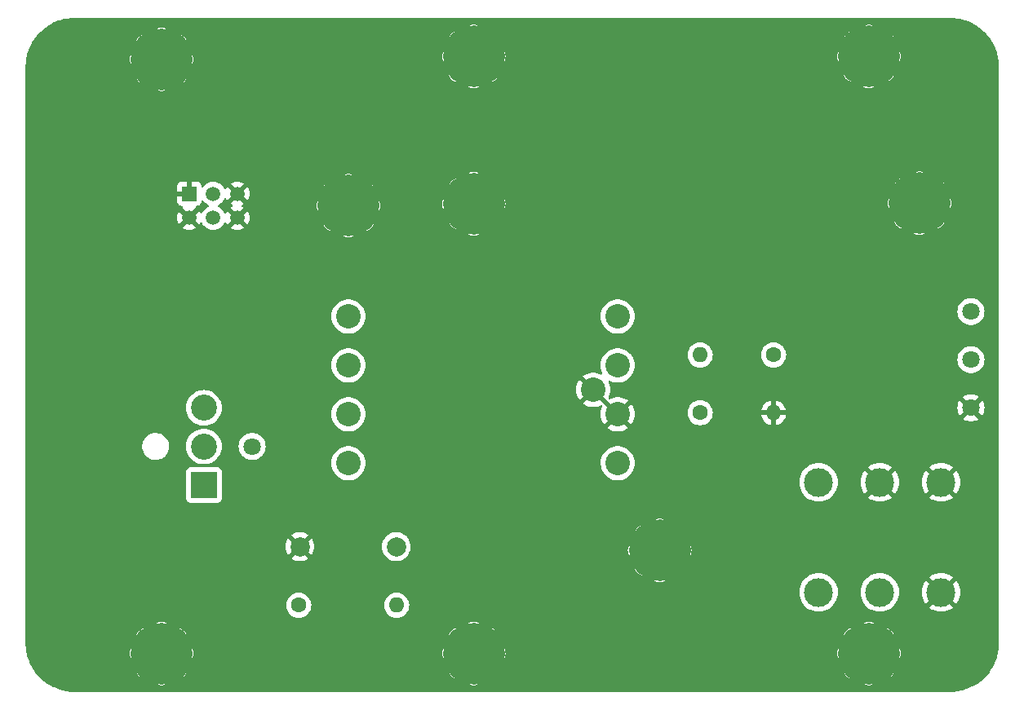
<source format=gbl>
G04 #@! TF.GenerationSoftware,KiCad,Pcbnew,7.0.9*
G04 #@! TF.CreationDate,2024-06-06T01:46:12+04:00*
G04 #@! TF.ProjectId,57TimesAudioRE-AMP,35375469-6d65-4734-9175-64696f52452d,rev?*
G04 #@! TF.SameCoordinates,Original*
G04 #@! TF.FileFunction,Copper,L2,Bot*
G04 #@! TF.FilePolarity,Positive*
%FSLAX46Y46*%
G04 Gerber Fmt 4.6, Leading zero omitted, Abs format (unit mm)*
G04 Created by KiCad (PCBNEW 7.0.9) date 2024-06-06 01:46:12*
%MOMM*%
%LPD*%
G01*
G04 APERTURE LIST*
G04 #@! TA.AperFunction,ComponentPad*
%ADD10C,1.800000*%
G04 #@! TD*
G04 #@! TA.AperFunction,ComponentPad*
%ADD11R,1.508000X1.508000*%
G04 #@! TD*
G04 #@! TA.AperFunction,ComponentPad*
%ADD12C,1.508000*%
G04 #@! TD*
G04 #@! TA.AperFunction,ComponentPad*
%ADD13C,2.540000*%
G04 #@! TD*
G04 #@! TA.AperFunction,ComponentPad*
%ADD14C,1.600000*%
G04 #@! TD*
G04 #@! TA.AperFunction,ComponentPad*
%ADD15O,1.600000X1.600000*%
G04 #@! TD*
G04 #@! TA.AperFunction,ComponentPad*
%ADD16C,0.800000*%
G04 #@! TD*
G04 #@! TA.AperFunction,ComponentPad*
%ADD17C,6.400000*%
G04 #@! TD*
G04 #@! TA.AperFunction,ComponentPad*
%ADD18C,2.000000*%
G04 #@! TD*
G04 #@! TA.AperFunction,ComponentPad*
%ADD19R,2.700000X2.700000*%
G04 #@! TD*
G04 #@! TA.AperFunction,ComponentPad*
%ADD20C,2.700000*%
G04 #@! TD*
G04 #@! TA.AperFunction,ComponentPad*
%ADD21C,3.000000*%
G04 #@! TD*
G04 #@! TA.AperFunction,ViaPad*
%ADD22C,0.800000*%
G04 #@! TD*
G04 #@! TA.AperFunction,Conductor*
%ADD23C,0.250000*%
G04 #@! TD*
G04 APERTURE END LIST*
D10*
X139590000Y-65500000D03*
X139590000Y-60500000D03*
X139590000Y-55500000D03*
D11*
X58470000Y-43250000D03*
D12*
X60970000Y-43250000D03*
X63470000Y-43250000D03*
X58470000Y-45750000D03*
X60970000Y-45750000D03*
X63470000Y-45750000D03*
D13*
X75000000Y-71240000D03*
X75000000Y-66160000D03*
X75000000Y-61080000D03*
X75000000Y-56000000D03*
X102940000Y-71240000D03*
X102940000Y-66160000D03*
X102940000Y-61080000D03*
X102940000Y-56000000D03*
X100400000Y-63620000D03*
D14*
X111500000Y-66000000D03*
D15*
X119120000Y-66000000D03*
D16*
X126600000Y-91000000D03*
X127302944Y-89302944D03*
X127302944Y-92697056D03*
X129000000Y-88600000D03*
D17*
X129000000Y-91000000D03*
D16*
X129000000Y-93400000D03*
X130697056Y-89302944D03*
X130697056Y-92697056D03*
X131400000Y-91000000D03*
D14*
X119120000Y-60000000D03*
D15*
X111500000Y-60000000D03*
D16*
X126600000Y-29000000D03*
X127302944Y-27302944D03*
X127302944Y-30697056D03*
X129000000Y-26600000D03*
D17*
X129000000Y-29000000D03*
D16*
X129000000Y-31400000D03*
X130697056Y-27302944D03*
X130697056Y-30697056D03*
X131400000Y-29000000D03*
X85602944Y-91002944D03*
X86305888Y-89305888D03*
X86305888Y-92700000D03*
X88002944Y-88602944D03*
D17*
X88002944Y-91002944D03*
D16*
X88002944Y-93402944D03*
X89700000Y-89305888D03*
X89700000Y-92700000D03*
X90402944Y-91002944D03*
D18*
X79960000Y-79910000D03*
X69960000Y-79910000D03*
D19*
X60000000Y-73500000D03*
D20*
X60000000Y-65500000D03*
X60000000Y-69500000D03*
D10*
X65000000Y-69500000D03*
D21*
X130140000Y-73230000D03*
X130140000Y-84660000D03*
X136490000Y-73230000D03*
X136490000Y-84660000D03*
X123790000Y-73230000D03*
X123790000Y-84660000D03*
D14*
X69840000Y-86000000D03*
D15*
X80000000Y-86000000D03*
D16*
X53200000Y-91000000D03*
X53902944Y-89302944D03*
X53902944Y-92697056D03*
X55600000Y-88600000D03*
D17*
X55600000Y-91000000D03*
D16*
X55600000Y-93400000D03*
X57297056Y-89302944D03*
X57297056Y-92697056D03*
X58000000Y-91000000D03*
X85602944Y-29002944D03*
X86305888Y-27305888D03*
X86305888Y-30700000D03*
X88002944Y-26602944D03*
D17*
X88002944Y-29002944D03*
D16*
X88002944Y-31402944D03*
X89700000Y-27305888D03*
X89700000Y-30700000D03*
X90402944Y-29002944D03*
X131850000Y-44250000D03*
X132552944Y-42552944D03*
X132552944Y-45947056D03*
X134250000Y-41850000D03*
D17*
X134250000Y-44250000D03*
D16*
X134250000Y-46650000D03*
X135947056Y-42552944D03*
X135947056Y-45947056D03*
X136650000Y-44250000D03*
X85600000Y-44302944D03*
X86302944Y-42605888D03*
X86302944Y-46000000D03*
X88000000Y-41902944D03*
D17*
X88000000Y-44302944D03*
D16*
X88000000Y-46702944D03*
X89697056Y-42605888D03*
X89697056Y-46000000D03*
X90400000Y-44302944D03*
X104900000Y-80300000D03*
X105602944Y-78602944D03*
X105602944Y-81997056D03*
X107300000Y-77900000D03*
D17*
X107300000Y-80300000D03*
D16*
X107300000Y-82700000D03*
X108997056Y-78602944D03*
X108997056Y-81997056D03*
X109700000Y-80300000D03*
X72600000Y-44500000D03*
X73302944Y-42802944D03*
X73302944Y-46197056D03*
X75000000Y-42100000D03*
D17*
X75000000Y-44500000D03*
D16*
X75000000Y-46900000D03*
X76697056Y-42802944D03*
X76697056Y-46197056D03*
X77400000Y-44500000D03*
X53200000Y-29300000D03*
X53902944Y-27602944D03*
X53902944Y-30997056D03*
X55600000Y-26900000D03*
D17*
X55600000Y-29300000D03*
D16*
X55600000Y-31700000D03*
X57297056Y-27602944D03*
X57297056Y-30997056D03*
X58000000Y-29300000D03*
D22*
X77200000Y-65000000D03*
X65000000Y-75000000D03*
X100000000Y-35000000D03*
X141500000Y-80000000D03*
X59600000Y-59800000D03*
X127100000Y-60300000D03*
X61800000Y-47400000D03*
X60000000Y-30000000D03*
X117000000Y-26000000D03*
X77000000Y-59800000D03*
X119800000Y-57800000D03*
X67000000Y-62200000D03*
X65600000Y-59800000D03*
X73600000Y-69400000D03*
X77000000Y-26000000D03*
X77000000Y-63600000D03*
X53400000Y-49400000D03*
X60750000Y-83000000D03*
X42500249Y-32000249D03*
X72800000Y-55200000D03*
X112800000Y-63400000D03*
X70000000Y-68400000D03*
X49800000Y-70000000D03*
X138200000Y-59400000D03*
X141500000Y-72000000D03*
X82600000Y-66200000D03*
X45000000Y-35000249D03*
X140400000Y-53900000D03*
X60400000Y-77800000D03*
X121910000Y-71390000D03*
X68600000Y-64800000D03*
X121200000Y-60700000D03*
X52400000Y-68000000D03*
X123000000Y-26000000D03*
X63500000Y-87000000D03*
X53000000Y-94000000D03*
X125700000Y-71700000D03*
X90000000Y-40000000D03*
X110400000Y-63200000D03*
X52400000Y-56000000D03*
X102200000Y-58800000D03*
X95000000Y-90000000D03*
X105000000Y-26000000D03*
X55400000Y-49000000D03*
X52400000Y-55000000D03*
X49800000Y-59000000D03*
X109000000Y-60000000D03*
X65500000Y-87000000D03*
X50400000Y-72000000D03*
X101200000Y-72600000D03*
X120000000Y-45000000D03*
X71600000Y-72400000D03*
X120000000Y-40000000D03*
X112800000Y-62400000D03*
X55000000Y-80000000D03*
X81800000Y-60400000D03*
X50400000Y-49000000D03*
X99000000Y-26000000D03*
X126700000Y-64800000D03*
X47000000Y-94000000D03*
X135000000Y-26000000D03*
X52400000Y-62000000D03*
X69400000Y-65400000D03*
X78200000Y-65000000D03*
X65000000Y-50000000D03*
X127500000Y-56800000D03*
X81000000Y-78300000D03*
X64500000Y-87000000D03*
X49000000Y-26000000D03*
X57750000Y-83750000D03*
X101400000Y-59400000D03*
X105000000Y-40000000D03*
X84000000Y-57600000D03*
X112200000Y-58000000D03*
X108400000Y-62200000D03*
X52400000Y-65000000D03*
X73400000Y-73000000D03*
X64600000Y-64400000D03*
X125600000Y-70600000D03*
X105000000Y-75000000D03*
X69000000Y-62200000D03*
X70000000Y-50000000D03*
X138500000Y-45000000D03*
X71600000Y-59800000D03*
X50000000Y-50000000D03*
X139400000Y-62500000D03*
X71000000Y-62200000D03*
X111700000Y-69300000D03*
X135000000Y-94000000D03*
X105000000Y-59600000D03*
X125000000Y-26000000D03*
X141400000Y-60000000D03*
X136700000Y-61600000D03*
X42500249Y-38000249D03*
X110000000Y-35000000D03*
X105600000Y-54800000D03*
X111600000Y-54800000D03*
X60800000Y-63200000D03*
X60500000Y-84750000D03*
X115000000Y-80000000D03*
X49800000Y-58000000D03*
X107000000Y-94000000D03*
X61800000Y-71200000D03*
X141400000Y-60900000D03*
X133700000Y-61600000D03*
X91000000Y-94000000D03*
X49800000Y-51000000D03*
X78700000Y-84800000D03*
X76600000Y-62600000D03*
X105000000Y-30000000D03*
X54600000Y-74400000D03*
X73800000Y-63000000D03*
X109200000Y-54800000D03*
X80000000Y-78000000D03*
X105400000Y-57200000D03*
X137800000Y-55000000D03*
X138500000Y-50000000D03*
X83000000Y-26000000D03*
X51000000Y-72800000D03*
X42500249Y-68000249D03*
X52400000Y-52000000D03*
X85000000Y-55000000D03*
X50000000Y-71000000D03*
X138800000Y-58500000D03*
X100800000Y-70600000D03*
X100800000Y-56800000D03*
X103800000Y-73400000D03*
X110200000Y-58400000D03*
X85000000Y-75000000D03*
X70000000Y-90000000D03*
X116000000Y-57600000D03*
X49800000Y-60000000D03*
X52400000Y-63000000D03*
X75000000Y-50000000D03*
X119200000Y-57000000D03*
X119000000Y-26000000D03*
X129500000Y-56800000D03*
X57400000Y-64000000D03*
X52400000Y-67000000D03*
X57600000Y-74400000D03*
X108900000Y-69000000D03*
X45000000Y-30000000D03*
X129700000Y-61600000D03*
X125800000Y-74700000D03*
X67500000Y-87000000D03*
X90000000Y-50000000D03*
X90000000Y-75000000D03*
X100000000Y-85000000D03*
X115000000Y-26000000D03*
X52400000Y-64000000D03*
X133500000Y-59400000D03*
X115000000Y-45000000D03*
X49800000Y-63000000D03*
X138500000Y-35000000D03*
X42500249Y-66000249D03*
X139400000Y-53700000D03*
X76400000Y-73000000D03*
X44500000Y-93000000D03*
X115000000Y-94000000D03*
X70200000Y-84200000D03*
X110000000Y-50000000D03*
X52400000Y-59000000D03*
X118400000Y-61600000D03*
X100600000Y-61200000D03*
X101400000Y-69700000D03*
X63000000Y-26000000D03*
X102200000Y-69100000D03*
X123600000Y-58900000D03*
X60200000Y-80000000D03*
X49800000Y-55000000D03*
X62400000Y-70200000D03*
X127600000Y-58900000D03*
X132500000Y-58900000D03*
X67500000Y-84900000D03*
X95000000Y-50000000D03*
X50000000Y-75000000D03*
X42500249Y-74000249D03*
X65000000Y-94000000D03*
X49800000Y-52000000D03*
X130500000Y-56800000D03*
X77200000Y-60800000D03*
X60000000Y-40000000D03*
X129500000Y-59400000D03*
X63600000Y-64400000D03*
X135400000Y-59400000D03*
X57400000Y-63000000D03*
X70000000Y-35000000D03*
X130000000Y-40000000D03*
X141500000Y-84000000D03*
X57800000Y-75600000D03*
X73000000Y-94000000D03*
X61000000Y-94000000D03*
X107700000Y-72200000D03*
X109800000Y-65000000D03*
X134400000Y-58900000D03*
X61200000Y-48200000D03*
X77800000Y-67400000D03*
X68600000Y-59800000D03*
X100000000Y-30000000D03*
X59400000Y-49000000D03*
X90000000Y-55000000D03*
X95000000Y-26000000D03*
X141500000Y-52000000D03*
X101800000Y-73400000D03*
X70000000Y-66400000D03*
X117800000Y-58800000D03*
X124500000Y-64400000D03*
X106400000Y-57200000D03*
X125000000Y-80000000D03*
X58600000Y-59800000D03*
X103400000Y-53800000D03*
X108000000Y-69600000D03*
X117000000Y-58200000D03*
X57800000Y-78800000D03*
X64000000Y-62200000D03*
X69000000Y-26000000D03*
X68000000Y-62200000D03*
X90000000Y-65000000D03*
X128100000Y-62400000D03*
X56800000Y-71000000D03*
X73000000Y-67600000D03*
X127500000Y-63100000D03*
X141500000Y-68000000D03*
X100000000Y-90000000D03*
X132700000Y-61600000D03*
X42500249Y-62000249D03*
X113200000Y-66900000D03*
X69600000Y-59800000D03*
X76200000Y-54000000D03*
X70200000Y-87800000D03*
X84200000Y-60600000D03*
X73600000Y-58000000D03*
X57400000Y-65000000D03*
X74800000Y-63400000D03*
X124100000Y-75700000D03*
X81800000Y-78800000D03*
X55200000Y-65800000D03*
X62200000Y-75400000D03*
X58750000Y-76000000D03*
X138500000Y-62200000D03*
X54600000Y-46800000D03*
X130000000Y-35000000D03*
X141000000Y-59100000D03*
X76800000Y-67600000D03*
X113000000Y-94000000D03*
X126200000Y-73700000D03*
X57750000Y-84750000D03*
X42500249Y-30000249D03*
X110400000Y-57200000D03*
X125200000Y-62500000D03*
X81500000Y-86800000D03*
X85000000Y-40000000D03*
X73000000Y-26000000D03*
X115200000Y-54800000D03*
X67800000Y-69200000D03*
X42500249Y-72000249D03*
X80000000Y-90000000D03*
X134600000Y-56800000D03*
X110000000Y-40000000D03*
X54400000Y-49000000D03*
X133000000Y-94000000D03*
X61500000Y-84900000D03*
X84200000Y-58600000D03*
X57800000Y-81800000D03*
X105400000Y-62200000D03*
X70000000Y-45000000D03*
X61200000Y-77000000D03*
X45000000Y-60000000D03*
X76400000Y-69400000D03*
X126100000Y-72600000D03*
X131700000Y-61600000D03*
X130000000Y-55000000D03*
X105000000Y-85000000D03*
X100000000Y-45000000D03*
X51000000Y-26000000D03*
X70600000Y-72200000D03*
X141500000Y-86000000D03*
X126400000Y-68800000D03*
X42500249Y-46000249D03*
X95000000Y-85000000D03*
X113400000Y-58200000D03*
X141500000Y-50000000D03*
X83400000Y-56800000D03*
X62600000Y-64400000D03*
X81900000Y-79800000D03*
X141000000Y-61700000D03*
X141500000Y-30000000D03*
X58000000Y-62200000D03*
X140100000Y-58700000D03*
X65000000Y-40000000D03*
X61800000Y-63800000D03*
X124500000Y-65400000D03*
X71100000Y-87300000D03*
X57800000Y-76800000D03*
X78900000Y-81800000D03*
X50000000Y-80000000D03*
X97000000Y-94000000D03*
X52400000Y-60000000D03*
X56400000Y-49000000D03*
X137000000Y-26000000D03*
X45000000Y-75000249D03*
X63600000Y-59800000D03*
X100600000Y-55600000D03*
X140500000Y-28000000D03*
X141500000Y-34000000D03*
X62600000Y-59800000D03*
X120000000Y-35000000D03*
X103200000Y-58800000D03*
X121000000Y-26000000D03*
X60000000Y-35000000D03*
X138500000Y-26000000D03*
X65000000Y-35000000D03*
X121310000Y-72190000D03*
X66000000Y-62200000D03*
X79000000Y-54800000D03*
X65000000Y-80000000D03*
X53600000Y-46800000D03*
X108000000Y-54800000D03*
X77000000Y-94000000D03*
X125000000Y-40000000D03*
X80200000Y-64800000D03*
X112600000Y-67600000D03*
X141500000Y-70000000D03*
X74200000Y-53800000D03*
X105000000Y-94000000D03*
X75200000Y-53600000D03*
X125800000Y-61800000D03*
X81300000Y-84900000D03*
X110300000Y-70700000D03*
X83400000Y-65600000D03*
X58100000Y-85600000D03*
X43500249Y-92000249D03*
X72800000Y-64800000D03*
X60000000Y-55000000D03*
X113200000Y-60400000D03*
X81700000Y-85800000D03*
X104200000Y-59000000D03*
X42500249Y-42000249D03*
X75000000Y-26000000D03*
X73000000Y-70200000D03*
X55000000Y-50000000D03*
X90000000Y-60000000D03*
X130500000Y-58900000D03*
X78400000Y-86700000D03*
X85000000Y-35000000D03*
X42500249Y-90000249D03*
X141500000Y-40000000D03*
X105000000Y-35000000D03*
X137600000Y-56000000D03*
X65600000Y-64400000D03*
X64000000Y-66600000D03*
X79000000Y-94000000D03*
X70000000Y-67400000D03*
X72000000Y-70200000D03*
X110000000Y-45000000D03*
X80800000Y-57600000D03*
X122800000Y-59600000D03*
X75000000Y-90000000D03*
X121900000Y-60100000D03*
X135800000Y-56800000D03*
X141500000Y-74000000D03*
X115000000Y-30000000D03*
X61000000Y-26000000D03*
X60000000Y-50000000D03*
X42500249Y-78000249D03*
X138500000Y-80000000D03*
X100000000Y-40000000D03*
X124800000Y-63400000D03*
X141500000Y-66000000D03*
X125000000Y-45000000D03*
X115000000Y-57200000D03*
X120800000Y-58000000D03*
X120000000Y-55000000D03*
X106700000Y-72400000D03*
X122500000Y-57000000D03*
X60400000Y-48800000D03*
X128600000Y-58900000D03*
X73000000Y-62400000D03*
X52400000Y-51000000D03*
X100000000Y-75000000D03*
X49800000Y-64000000D03*
X81400000Y-58400000D03*
X104600000Y-57800000D03*
X115000000Y-50000000D03*
X73000000Y-57200000D03*
X71000000Y-26000000D03*
X111000000Y-94000000D03*
X42500249Y-48000249D03*
X117600000Y-60900000D03*
X111000000Y-26000000D03*
X128000000Y-59800000D03*
X103200000Y-69000000D03*
X66600000Y-64400000D03*
X42500249Y-86000249D03*
X81000000Y-55000000D03*
X120000000Y-80000000D03*
X113600000Y-66100000D03*
X62400000Y-73200000D03*
X141500000Y-46000000D03*
X55200000Y-62800000D03*
X106400000Y-62200000D03*
X90000000Y-80000000D03*
X79200000Y-65000000D03*
X49800000Y-68000000D03*
X93000000Y-94000000D03*
X126500000Y-56800000D03*
X105000000Y-45000000D03*
X63000000Y-62200000D03*
X126400000Y-61000000D03*
X47000000Y-26000249D03*
X104200000Y-69400000D03*
X55000000Y-55000000D03*
X72600000Y-56200000D03*
X79000000Y-78200000D03*
X42500249Y-82000249D03*
X125600000Y-58900000D03*
X63500000Y-84900000D03*
X52400000Y-53000000D03*
X138500000Y-30000000D03*
X126600000Y-65800000D03*
X125100000Y-75400000D03*
X105000000Y-50000000D03*
X65000000Y-55000000D03*
X131500000Y-59400000D03*
X51800000Y-73400000D03*
X95000000Y-55000000D03*
X136800000Y-56600000D03*
X42500249Y-34000249D03*
X95000000Y-40000000D03*
X75400000Y-73400000D03*
X124200000Y-68400000D03*
X100000000Y-80000000D03*
X76000000Y-68200000D03*
X95000000Y-35000000D03*
X101400000Y-57800000D03*
X62400000Y-72000000D03*
X62000000Y-62200000D03*
X137000000Y-59400000D03*
X85000000Y-94000000D03*
X73400000Y-64000000D03*
X109400000Y-57200000D03*
X124600000Y-58900000D03*
X58400000Y-49000000D03*
X53600000Y-74400000D03*
X139500000Y-93000000D03*
X93000000Y-26000000D03*
X77000000Y-72200000D03*
X65000000Y-62200000D03*
X69100000Y-84300000D03*
X49800000Y-62000000D03*
X141500000Y-44000000D03*
X112300000Y-68500000D03*
X83800000Y-64600000D03*
X81800000Y-59400000D03*
X102200000Y-53800000D03*
X67600000Y-59800000D03*
X104600000Y-72800000D03*
X80000000Y-30000000D03*
X80800000Y-67200000D03*
X138500000Y-90000000D03*
X102800000Y-63400000D03*
X141500000Y-90000000D03*
X42500249Y-76000249D03*
X108600000Y-71800000D03*
X57800000Y-80800000D03*
X122600000Y-70600000D03*
X97000000Y-26000000D03*
X109600000Y-66800000D03*
X60500000Y-87000000D03*
X81800000Y-61400000D03*
X62000000Y-66800000D03*
X76400000Y-64400000D03*
X50000000Y-30000000D03*
X81000000Y-64200000D03*
X61500000Y-87000000D03*
X130000000Y-50000000D03*
X45000000Y-80000000D03*
X80000000Y-70000000D03*
X44500249Y-27000249D03*
X104600000Y-62800000D03*
X106000000Y-60000000D03*
X56600000Y-46800000D03*
X103000000Y-94000000D03*
X63000000Y-66600000D03*
X126200000Y-69800000D03*
X53000000Y-26000000D03*
X53000000Y-68800000D03*
X81100000Y-81800000D03*
X141500000Y-88000000D03*
X42500249Y-54000249D03*
X122000000Y-75200000D03*
X85000000Y-70000000D03*
X128500000Y-56800000D03*
X52400000Y-61000000D03*
X72000000Y-62200000D03*
X102800000Y-73600000D03*
X75000000Y-94000000D03*
X138500000Y-40000000D03*
X51800000Y-47600000D03*
X140200000Y-57200000D03*
X113000000Y-61400000D03*
X123800000Y-69200000D03*
X138400000Y-54200000D03*
X72600000Y-65800000D03*
X78900000Y-83800000D03*
X115000000Y-75000000D03*
X118400000Y-56200000D03*
X110000000Y-85000000D03*
X65000000Y-90000000D03*
X107400000Y-57200000D03*
X85000000Y-85000000D03*
X57400000Y-49000000D03*
X120000000Y-50000000D03*
X135700000Y-61600000D03*
X139500000Y-80000000D03*
X49800000Y-65000000D03*
X60200000Y-81000000D03*
X81700000Y-80800000D03*
X65000000Y-30000000D03*
X80000000Y-35000000D03*
X49800000Y-69000000D03*
X79900000Y-87700000D03*
X58600000Y-63600000D03*
X56000000Y-71600000D03*
X74400000Y-73400000D03*
X42500249Y-40000249D03*
X77000000Y-70200000D03*
X141200000Y-54600000D03*
X66600000Y-59800000D03*
X121700000Y-57600000D03*
X72600000Y-66800000D03*
X55800000Y-60800000D03*
X60200000Y-79000000D03*
X133000000Y-26000000D03*
X62400000Y-69200000D03*
X51000000Y-48200000D03*
X141500000Y-32000000D03*
X59000000Y-26000000D03*
X42500249Y-52000249D03*
X108000000Y-60000000D03*
X95000000Y-70000000D03*
X65000000Y-26000000D03*
X67000000Y-26000000D03*
X101000000Y-94000000D03*
X141500000Y-36000000D03*
X45000000Y-85000249D03*
X81800000Y-62400000D03*
X80800000Y-87500000D03*
X49800000Y-54000000D03*
X55600000Y-46800000D03*
X113300000Y-65200000D03*
X107000000Y-69900000D03*
X117400000Y-59800000D03*
X110000000Y-75000000D03*
X125500000Y-56800000D03*
X113000000Y-57200000D03*
X74400000Y-69000000D03*
X57400000Y-67000000D03*
X110200000Y-67600000D03*
X60600000Y-59800000D03*
X57400000Y-66000000D03*
X137700000Y-61700000D03*
X103000000Y-26000000D03*
X95000000Y-75000000D03*
X52400000Y-66000000D03*
X100800000Y-60200000D03*
X110300000Y-64200000D03*
X61400000Y-67600000D03*
X84200000Y-61600000D03*
X82800000Y-56000000D03*
X109400000Y-62200000D03*
X137000000Y-94000000D03*
X109600000Y-59200000D03*
X124500000Y-66400000D03*
X100000000Y-50000000D03*
X78900000Y-82800000D03*
X70600000Y-59800000D03*
X42500249Y-58000249D03*
X125000000Y-94000000D03*
X115000000Y-40000000D03*
X52600000Y-74000000D03*
X59500000Y-87000000D03*
X105000000Y-90000000D03*
X71600000Y-86500000D03*
X140300000Y-62300000D03*
X141500000Y-42000000D03*
X126600000Y-67800000D03*
X119000000Y-94000000D03*
X68400000Y-87000000D03*
X116400000Y-55000000D03*
X119500000Y-61700000D03*
X130000000Y-45000000D03*
X114000000Y-57200000D03*
X42500249Y-80000249D03*
X81000000Y-26000000D03*
X133500000Y-56800000D03*
X139200000Y-57400000D03*
X81100000Y-82800000D03*
X66000000Y-66600000D03*
X110000000Y-30000000D03*
X67000000Y-66600000D03*
X84200000Y-59600000D03*
X95000000Y-80000000D03*
X141500000Y-76000000D03*
X76200000Y-59200000D03*
X113000000Y-59200000D03*
X52600000Y-50000000D03*
X42500249Y-64000249D03*
X106800000Y-54800000D03*
X108400000Y-57200000D03*
X125000000Y-55000000D03*
X42500249Y-36000249D03*
X107000000Y-26000000D03*
X45000000Y-91000249D03*
X141000000Y-56600000D03*
X69000000Y-94000000D03*
X117400000Y-55600000D03*
X60200000Y-83800000D03*
X105600000Y-72400000D03*
X83000000Y-94000000D03*
X52600000Y-47000000D03*
X77200000Y-71200000D03*
X141500000Y-64000000D03*
X45000000Y-55000000D03*
X80000000Y-54800000D03*
X67600000Y-64400000D03*
X59000000Y-94000000D03*
X112800000Y-54800000D03*
X62500000Y-84900000D03*
X124400000Y-67400000D03*
X78000000Y-79800000D03*
X45000000Y-65000000D03*
X80000000Y-50000000D03*
X65500000Y-84900000D03*
X56600000Y-74400000D03*
X80000000Y-45000000D03*
X111200000Y-58000000D03*
X68200000Y-70200000D03*
X61200000Y-76000000D03*
X95000000Y-45000000D03*
X42500249Y-44000249D03*
X55200000Y-63800000D03*
X136200000Y-58800000D03*
X71000000Y-94000000D03*
X79000000Y-26000000D03*
X68400000Y-84900000D03*
X63000000Y-94000000D03*
X42500249Y-88000249D03*
X141500000Y-48000000D03*
X77800000Y-57200000D03*
X109000000Y-26000000D03*
X52400000Y-58000000D03*
X128800000Y-61700000D03*
X45500000Y-94000000D03*
X82000000Y-55400000D03*
X105000000Y-70000000D03*
X70000000Y-30000000D03*
X58000000Y-71000000D03*
X55000000Y-40000000D03*
X57600000Y-59800000D03*
X101000000Y-26000000D03*
X115000000Y-85000000D03*
X72600000Y-59800000D03*
X121000000Y-94000000D03*
X57400000Y-72200000D03*
X103800000Y-63200000D03*
X69600000Y-71800000D03*
X53600000Y-68000000D03*
X59600000Y-63200000D03*
X114000000Y-54800000D03*
X100800000Y-71600000D03*
X113000000Y-26000000D03*
X61000000Y-62200000D03*
X42500249Y-70000249D03*
X76800000Y-57400000D03*
X58700000Y-86400000D03*
X126600000Y-66800000D03*
X72600000Y-72400000D03*
X50000000Y-91000000D03*
X132500000Y-56800000D03*
X125000000Y-50000000D03*
X107000000Y-60000000D03*
X73400000Y-54400000D03*
X55600000Y-74400000D03*
X56600000Y-60200000D03*
X74200000Y-58800000D03*
X75000000Y-40000000D03*
X78800000Y-57200000D03*
X106000000Y-70000000D03*
X66500000Y-84900000D03*
X58000000Y-68000000D03*
X42500249Y-56000249D03*
X120400000Y-61200000D03*
X49800000Y-53000000D03*
X60000000Y-62200000D03*
X62400000Y-74200000D03*
X55000000Y-35000000D03*
X49800000Y-66000000D03*
X78200000Y-78800000D03*
X109500000Y-71300000D03*
X95000000Y-60000000D03*
X130000000Y-80000000D03*
X67800000Y-67200000D03*
X68800000Y-71000000D03*
X137600000Y-58400000D03*
X141500000Y-82000000D03*
X55400000Y-61800000D03*
X70200000Y-69400000D03*
X75400000Y-69000000D03*
X134700000Y-61600000D03*
X60200000Y-82000000D03*
X42500249Y-60000249D03*
X117000000Y-94000000D03*
X121400000Y-74300000D03*
X52800000Y-69800000D03*
X59000000Y-62200000D03*
X111000000Y-70000000D03*
X45000000Y-70000000D03*
X109700000Y-68400000D03*
X127000000Y-63900000D03*
X84000000Y-63600000D03*
X51000000Y-94000000D03*
X71000000Y-70000000D03*
X110400000Y-62200000D03*
X130700000Y-61600000D03*
X57000000Y-70000000D03*
X109400000Y-65900000D03*
X45500000Y-26000000D03*
X90000000Y-85000000D03*
X70000000Y-55000000D03*
X73400000Y-59400000D03*
X110000000Y-90000000D03*
X75000000Y-30000000D03*
X79000000Y-87400000D03*
X76000000Y-58000000D03*
X64500000Y-84900000D03*
X120000000Y-90000000D03*
X81600000Y-63400000D03*
X52400000Y-54000000D03*
X115000000Y-90000000D03*
X99000000Y-94000000D03*
X49800000Y-57000000D03*
X123000000Y-94000000D03*
X75800000Y-63200000D03*
X65000000Y-66600000D03*
X139500000Y-27000000D03*
X70000000Y-75000000D03*
X85000000Y-26000000D03*
X85000000Y-50000000D03*
X52400000Y-57000000D03*
X53200000Y-70800000D03*
X107400000Y-62200000D03*
X50000000Y-85000000D03*
X95000000Y-30000000D03*
X71600000Y-85500000D03*
X104600000Y-54200000D03*
X141500000Y-38000000D03*
X90000000Y-35000000D03*
X55200000Y-64800000D03*
X123170000Y-69920000D03*
X110400000Y-54800000D03*
X67800000Y-68200000D03*
X140500000Y-92000000D03*
X79800000Y-67400000D03*
X125000000Y-35000000D03*
X43500249Y-28000249D03*
X78300000Y-85700000D03*
X75200000Y-58800000D03*
X75000000Y-35000000D03*
X84200000Y-62600000D03*
X45000000Y-50000000D03*
X55000000Y-85000000D03*
X61600000Y-59800000D03*
X57800000Y-79800000D03*
X66500000Y-87000000D03*
X77200000Y-61800000D03*
X62200000Y-68200000D03*
X49800000Y-67000000D03*
X57800000Y-77800000D03*
X69200000Y-87700000D03*
X49800000Y-56000000D03*
X141500000Y-78000000D03*
X80000000Y-75000000D03*
X54000000Y-71600000D03*
X112800000Y-64400000D03*
X81800000Y-66800000D03*
X79800000Y-57200000D03*
X141400000Y-55600000D03*
X55000000Y-71800000D03*
X111600000Y-57200000D03*
X78000000Y-54800000D03*
X54400000Y-67400000D03*
X131500000Y-56800000D03*
X121310000Y-73190000D03*
X78200000Y-80800000D03*
X57800000Y-82800000D03*
X49000000Y-94000000D03*
X62500000Y-87000000D03*
X42500249Y-84000249D03*
X81100000Y-83800000D03*
X120000000Y-30000000D03*
X124500000Y-56800000D03*
X50000000Y-35000000D03*
X126600000Y-58900000D03*
X73600000Y-68400000D03*
X138500000Y-94000000D03*
X109000000Y-94000000D03*
X67000000Y-94000000D03*
X85000000Y-80000000D03*
X95000000Y-65000000D03*
X64600000Y-59800000D03*
X95000000Y-94000000D03*
X101000000Y-54400000D03*
X71100000Y-84700000D03*
X42500249Y-50000249D03*
X91000000Y-26000000D03*
X70000000Y-62200000D03*
X123000000Y-75700000D03*
X78800000Y-67400000D03*
X90000000Y-70000000D03*
X123500000Y-56800000D03*
X49800000Y-61000000D03*
X55200000Y-66800000D03*
X81000000Y-94000000D03*
X80000000Y-40000000D03*
X70000000Y-40000000D03*
X115000000Y-35000000D03*
X77000000Y-54800000D03*
D23*
X60000000Y-40000000D02*
X60000000Y-40025305D01*
X95000000Y-45000000D02*
X94725000Y-44725000D01*
X85000000Y-40000000D02*
X85025305Y-40000000D01*
X130000000Y-35000000D02*
X129972056Y-34972056D01*
X95000000Y-30000000D02*
X94900000Y-29900000D01*
G04 #@! TA.AperFunction,Conductor*
G36*
X88738533Y-89271186D02*
G01*
X88787228Y-89321292D01*
X88800878Y-89366194D01*
X88814326Y-89494144D01*
X88814327Y-89494147D01*
X88872818Y-89674165D01*
X88872821Y-89674172D01*
X88967467Y-89838104D01*
X89067769Y-89949500D01*
X89094129Y-89978776D01*
X89247265Y-90090036D01*
X89247270Y-90090039D01*
X89420192Y-90167030D01*
X89420197Y-90167032D01*
X89605354Y-90206388D01*
X89605355Y-90206388D01*
X89629916Y-90206388D01*
X89696955Y-90226073D01*
X89742710Y-90278877D01*
X89752654Y-90348035D01*
X89723629Y-90411591D01*
X89722135Y-90413281D01*
X89670411Y-90470728D01*
X89670409Y-90470729D01*
X89670408Y-90470732D01*
X89575765Y-90634659D01*
X89575762Y-90634666D01*
X89517271Y-90814684D01*
X89517270Y-90814688D01*
X89497484Y-91002944D01*
X89517270Y-91191200D01*
X89517271Y-91191203D01*
X89575762Y-91371221D01*
X89575765Y-91371228D01*
X89670411Y-91535160D01*
X89722067Y-91592530D01*
X89752296Y-91655519D01*
X89743671Y-91724854D01*
X89698930Y-91778520D01*
X89632277Y-91799478D01*
X89629916Y-91799500D01*
X89605354Y-91799500D01*
X89572897Y-91806398D01*
X89420197Y-91838855D01*
X89420192Y-91838857D01*
X89247270Y-91915848D01*
X89247265Y-91915851D01*
X89094129Y-92027111D01*
X88967466Y-92167785D01*
X88872821Y-92331715D01*
X88872818Y-92331722D01*
X88814327Y-92511740D01*
X88814326Y-92511744D01*
X88801188Y-92636746D01*
X88800879Y-92639690D01*
X88774294Y-92704304D01*
X88716997Y-92744289D01*
X88647178Y-92746949D01*
X88604673Y-92727046D01*
X88455678Y-92618795D01*
X88455673Y-92618792D01*
X88282751Y-92541801D01*
X88282746Y-92541799D01*
X88127474Y-92508796D01*
X88097590Y-92502444D01*
X87908298Y-92502444D01*
X87878414Y-92508796D01*
X87723141Y-92541799D01*
X87723136Y-92541801D01*
X87550215Y-92618792D01*
X87401214Y-92727047D01*
X87335407Y-92750526D01*
X87267354Y-92734700D01*
X87218659Y-92684594D01*
X87205009Y-92639695D01*
X87191562Y-92511744D01*
X87133067Y-92331716D01*
X87038421Y-92167784D01*
X86911759Y-92027112D01*
X86911758Y-92027111D01*
X86758622Y-91915851D01*
X86758617Y-91915848D01*
X86585695Y-91838857D01*
X86585690Y-91838855D01*
X86439889Y-91807865D01*
X86400534Y-91799500D01*
X86375972Y-91799500D01*
X86308933Y-91779815D01*
X86263178Y-91727011D01*
X86253234Y-91657853D01*
X86282259Y-91594297D01*
X86283752Y-91592606D01*
X86335477Y-91535160D01*
X86430123Y-91371228D01*
X86488618Y-91191200D01*
X86508404Y-91002944D01*
X86488618Y-90814688D01*
X86430123Y-90634660D01*
X86335477Y-90470728D01*
X86283820Y-90413357D01*
X86253592Y-90350369D01*
X86262217Y-90281034D01*
X86306958Y-90227368D01*
X86373611Y-90206410D01*
X86375972Y-90206388D01*
X86400532Y-90206388D01*
X86400534Y-90206388D01*
X86585691Y-90167032D01*
X86758618Y-90090039D01*
X86911759Y-89978776D01*
X87038421Y-89838104D01*
X87133067Y-89674172D01*
X87191562Y-89494144D01*
X87205009Y-89366193D01*
X87231592Y-89301584D01*
X87288889Y-89261598D01*
X87358708Y-89258938D01*
X87401214Y-89278841D01*
X87550209Y-89387092D01*
X87550214Y-89387095D01*
X87723136Y-89464086D01*
X87723141Y-89464088D01*
X87908298Y-89503444D01*
X87908299Y-89503444D01*
X88097588Y-89503444D01*
X88097590Y-89503444D01*
X88282747Y-89464088D01*
X88455674Y-89387095D01*
X88604674Y-89278839D01*
X88670479Y-89255361D01*
X88738533Y-89271186D01*
G37*
G04 #@! TD.AperFunction*
G04 #@! TA.AperFunction,Conductor*
G36*
X56335589Y-89268242D02*
G01*
X56384284Y-89318348D01*
X56397934Y-89363250D01*
X56411382Y-89491200D01*
X56411383Y-89491203D01*
X56469874Y-89671221D01*
X56469877Y-89671228D01*
X56564523Y-89835160D01*
X56667925Y-89949999D01*
X56691185Y-89975832D01*
X56844321Y-90087092D01*
X56844326Y-90087095D01*
X57017248Y-90164086D01*
X57017253Y-90164088D01*
X57202410Y-90203444D01*
X57202411Y-90203444D01*
X57226972Y-90203444D01*
X57294011Y-90223129D01*
X57339766Y-90275933D01*
X57349710Y-90345091D01*
X57320685Y-90408647D01*
X57319191Y-90410337D01*
X57267467Y-90467784D01*
X57267465Y-90467785D01*
X57267464Y-90467788D01*
X57172821Y-90631715D01*
X57172818Y-90631722D01*
X57114327Y-90811740D01*
X57114326Y-90811744D01*
X57094540Y-91000000D01*
X57114326Y-91188256D01*
X57114327Y-91188259D01*
X57172818Y-91368277D01*
X57172821Y-91368284D01*
X57267467Y-91532216D01*
X57319123Y-91589586D01*
X57349352Y-91652575D01*
X57340727Y-91721910D01*
X57295986Y-91775576D01*
X57229333Y-91796534D01*
X57226972Y-91796556D01*
X57202410Y-91796556D01*
X57169953Y-91803454D01*
X57017253Y-91835911D01*
X57017248Y-91835913D01*
X56844326Y-91912904D01*
X56844321Y-91912907D01*
X56691185Y-92024167D01*
X56564522Y-92164841D01*
X56469877Y-92328771D01*
X56469874Y-92328778D01*
X56413447Y-92502444D01*
X56411382Y-92508800D01*
X56397935Y-92636745D01*
X56397935Y-92636746D01*
X56371350Y-92701360D01*
X56314053Y-92741345D01*
X56244234Y-92744005D01*
X56201729Y-92724102D01*
X56052734Y-92615851D01*
X56052729Y-92615848D01*
X55879807Y-92538857D01*
X55879802Y-92538855D01*
X55734001Y-92507865D01*
X55694646Y-92499500D01*
X55505354Y-92499500D01*
X55472897Y-92506398D01*
X55320197Y-92538855D01*
X55320192Y-92538857D01*
X55147271Y-92615848D01*
X54998270Y-92724103D01*
X54932463Y-92747582D01*
X54864410Y-92731756D01*
X54815715Y-92681650D01*
X54802065Y-92636751D01*
X54788618Y-92508800D01*
X54730123Y-92328772D01*
X54635477Y-92164840D01*
X54508815Y-92024168D01*
X54508814Y-92024167D01*
X54355678Y-91912907D01*
X54355673Y-91912904D01*
X54182751Y-91835913D01*
X54182746Y-91835911D01*
X54036945Y-91804921D01*
X53997590Y-91796556D01*
X53973028Y-91796556D01*
X53905989Y-91776871D01*
X53860234Y-91724067D01*
X53850290Y-91654909D01*
X53879315Y-91591353D01*
X53880808Y-91589662D01*
X53932533Y-91532216D01*
X54027179Y-91368284D01*
X54085674Y-91188256D01*
X54105460Y-91000000D01*
X54085674Y-90811744D01*
X54027179Y-90631716D01*
X53932533Y-90467784D01*
X53880876Y-90410413D01*
X53850648Y-90347425D01*
X53859273Y-90278090D01*
X53904014Y-90224424D01*
X53970667Y-90203466D01*
X53973028Y-90203444D01*
X53997588Y-90203444D01*
X53997590Y-90203444D01*
X54182747Y-90164088D01*
X54355674Y-90087095D01*
X54508815Y-89975832D01*
X54635477Y-89835160D01*
X54730123Y-89671228D01*
X54788618Y-89491200D01*
X54802065Y-89363249D01*
X54828648Y-89298640D01*
X54885945Y-89258654D01*
X54955764Y-89255994D01*
X54998270Y-89275897D01*
X55147265Y-89384148D01*
X55147270Y-89384151D01*
X55320192Y-89461142D01*
X55320197Y-89461144D01*
X55505354Y-89500500D01*
X55505355Y-89500500D01*
X55694644Y-89500500D01*
X55694646Y-89500500D01*
X55879803Y-89461144D01*
X56052730Y-89384151D01*
X56201730Y-89275895D01*
X56267535Y-89252417D01*
X56335589Y-89268242D01*
G37*
G04 #@! TD.AperFunction*
G04 #@! TA.AperFunction,Conductor*
G36*
X129735589Y-89268242D02*
G01*
X129784284Y-89318348D01*
X129797934Y-89363250D01*
X129811382Y-89491200D01*
X129811383Y-89491203D01*
X129869874Y-89671221D01*
X129869877Y-89671228D01*
X129964523Y-89835160D01*
X130067925Y-89949999D01*
X130091185Y-89975832D01*
X130244321Y-90087092D01*
X130244326Y-90087095D01*
X130417248Y-90164086D01*
X130417253Y-90164088D01*
X130602410Y-90203444D01*
X130602411Y-90203444D01*
X130626972Y-90203444D01*
X130694011Y-90223129D01*
X130739766Y-90275933D01*
X130749710Y-90345091D01*
X130720685Y-90408647D01*
X130719191Y-90410337D01*
X130667467Y-90467784D01*
X130667465Y-90467785D01*
X130667464Y-90467788D01*
X130572821Y-90631715D01*
X130572818Y-90631722D01*
X130514327Y-90811740D01*
X130514326Y-90811744D01*
X130494540Y-91000000D01*
X130514326Y-91188256D01*
X130514327Y-91188259D01*
X130572818Y-91368277D01*
X130572821Y-91368284D01*
X130667467Y-91532216D01*
X130719123Y-91589586D01*
X130749352Y-91652575D01*
X130740727Y-91721910D01*
X130695986Y-91775576D01*
X130629333Y-91796534D01*
X130626972Y-91796556D01*
X130602410Y-91796556D01*
X130569953Y-91803454D01*
X130417253Y-91835911D01*
X130417248Y-91835913D01*
X130244326Y-91912904D01*
X130244321Y-91912907D01*
X130091185Y-92024167D01*
X129964522Y-92164841D01*
X129869877Y-92328771D01*
X129869874Y-92328778D01*
X129813447Y-92502444D01*
X129811382Y-92508800D01*
X129797935Y-92636745D01*
X129797935Y-92636746D01*
X129771350Y-92701360D01*
X129714053Y-92741345D01*
X129644234Y-92744005D01*
X129601729Y-92724102D01*
X129452734Y-92615851D01*
X129452729Y-92615848D01*
X129279807Y-92538857D01*
X129279802Y-92538855D01*
X129134001Y-92507865D01*
X129094646Y-92499500D01*
X128905354Y-92499500D01*
X128872897Y-92506398D01*
X128720197Y-92538855D01*
X128720192Y-92538857D01*
X128547271Y-92615848D01*
X128398270Y-92724103D01*
X128332463Y-92747582D01*
X128264410Y-92731756D01*
X128215715Y-92681650D01*
X128202065Y-92636751D01*
X128188618Y-92508800D01*
X128130123Y-92328772D01*
X128035477Y-92164840D01*
X127908815Y-92024168D01*
X127908814Y-92024167D01*
X127755678Y-91912907D01*
X127755673Y-91912904D01*
X127582751Y-91835913D01*
X127582746Y-91835911D01*
X127436945Y-91804921D01*
X127397590Y-91796556D01*
X127373028Y-91796556D01*
X127305989Y-91776871D01*
X127260234Y-91724067D01*
X127250290Y-91654909D01*
X127279315Y-91591353D01*
X127280808Y-91589662D01*
X127332533Y-91532216D01*
X127427179Y-91368284D01*
X127485674Y-91188256D01*
X127505460Y-91000000D01*
X127485674Y-90811744D01*
X127427179Y-90631716D01*
X127332533Y-90467784D01*
X127280876Y-90410413D01*
X127250648Y-90347425D01*
X127259273Y-90278090D01*
X127304014Y-90224424D01*
X127370667Y-90203466D01*
X127373028Y-90203444D01*
X127397588Y-90203444D01*
X127397590Y-90203444D01*
X127582747Y-90164088D01*
X127755674Y-90087095D01*
X127908815Y-89975832D01*
X128035477Y-89835160D01*
X128130123Y-89671228D01*
X128188618Y-89491200D01*
X128202065Y-89363249D01*
X128228648Y-89298640D01*
X128285945Y-89258654D01*
X128355764Y-89255994D01*
X128398270Y-89275897D01*
X128547265Y-89384148D01*
X128547270Y-89384151D01*
X128720192Y-89461142D01*
X128720197Y-89461144D01*
X128905354Y-89500500D01*
X128905355Y-89500500D01*
X129094644Y-89500500D01*
X129094646Y-89500500D01*
X129279803Y-89461144D01*
X129452730Y-89384151D01*
X129601730Y-89275895D01*
X129667535Y-89252417D01*
X129735589Y-89268242D01*
G37*
G04 #@! TD.AperFunction*
G04 #@! TA.AperFunction,Conductor*
G36*
X108035589Y-78568242D02*
G01*
X108084284Y-78618348D01*
X108097934Y-78663250D01*
X108111382Y-78791200D01*
X108111383Y-78791203D01*
X108169874Y-78971221D01*
X108169877Y-78971228D01*
X108264523Y-79135160D01*
X108372895Y-79255519D01*
X108391185Y-79275832D01*
X108544321Y-79387092D01*
X108544326Y-79387095D01*
X108717248Y-79464086D01*
X108717253Y-79464088D01*
X108902410Y-79503444D01*
X108902411Y-79503444D01*
X108926972Y-79503444D01*
X108994011Y-79523129D01*
X109039766Y-79575933D01*
X109049710Y-79645091D01*
X109020685Y-79708647D01*
X109019191Y-79710337D01*
X108967467Y-79767784D01*
X108967465Y-79767785D01*
X108967464Y-79767788D01*
X108872821Y-79931715D01*
X108872818Y-79931722D01*
X108814327Y-80111740D01*
X108814326Y-80111744D01*
X108794540Y-80300000D01*
X108814326Y-80488256D01*
X108814327Y-80488259D01*
X108872818Y-80668277D01*
X108872821Y-80668284D01*
X108967467Y-80832216D01*
X109019123Y-80889586D01*
X109049352Y-80952575D01*
X109040727Y-81021910D01*
X108995986Y-81075576D01*
X108929333Y-81096534D01*
X108926972Y-81096556D01*
X108902410Y-81096556D01*
X108869953Y-81103454D01*
X108717253Y-81135911D01*
X108717248Y-81135913D01*
X108544326Y-81212904D01*
X108544321Y-81212907D01*
X108391185Y-81324167D01*
X108264522Y-81464841D01*
X108169877Y-81628771D01*
X108169874Y-81628778D01*
X108111383Y-81808796D01*
X108111382Y-81808800D01*
X108108223Y-81838857D01*
X108097935Y-81936746D01*
X108071350Y-82001360D01*
X108014053Y-82041345D01*
X107944234Y-82044005D01*
X107901729Y-82024102D01*
X107752734Y-81915851D01*
X107752729Y-81915848D01*
X107579807Y-81838857D01*
X107579802Y-81838855D01*
X107434001Y-81807865D01*
X107394646Y-81799500D01*
X107205354Y-81799500D01*
X107172897Y-81806398D01*
X107020197Y-81838855D01*
X107020192Y-81838857D01*
X106847271Y-81915848D01*
X106698270Y-82024103D01*
X106632463Y-82047582D01*
X106564410Y-82031756D01*
X106515715Y-81981650D01*
X106502065Y-81936751D01*
X106488618Y-81808800D01*
X106430123Y-81628772D01*
X106335477Y-81464840D01*
X106208815Y-81324168D01*
X106208814Y-81324167D01*
X106055678Y-81212907D01*
X106055673Y-81212904D01*
X105882751Y-81135913D01*
X105882746Y-81135911D01*
X105736945Y-81104921D01*
X105697590Y-81096556D01*
X105673028Y-81096556D01*
X105605989Y-81076871D01*
X105560234Y-81024067D01*
X105550290Y-80954909D01*
X105579315Y-80891353D01*
X105580808Y-80889662D01*
X105632533Y-80832216D01*
X105727179Y-80668284D01*
X105785674Y-80488256D01*
X105805460Y-80300000D01*
X105785674Y-80111744D01*
X105727179Y-79931716D01*
X105632533Y-79767784D01*
X105580876Y-79710413D01*
X105550648Y-79647425D01*
X105559273Y-79578090D01*
X105604014Y-79524424D01*
X105670667Y-79503466D01*
X105673028Y-79503444D01*
X105697588Y-79503444D01*
X105697590Y-79503444D01*
X105882747Y-79464088D01*
X106055674Y-79387095D01*
X106208815Y-79275832D01*
X106335477Y-79135160D01*
X106430123Y-78971228D01*
X106488618Y-78791200D01*
X106502065Y-78663249D01*
X106528648Y-78598640D01*
X106585945Y-78558654D01*
X106655764Y-78555994D01*
X106698270Y-78575897D01*
X106847265Y-78684148D01*
X106847270Y-78684151D01*
X107020192Y-78761142D01*
X107020197Y-78761144D01*
X107205354Y-78800500D01*
X107205355Y-78800500D01*
X107394644Y-78800500D01*
X107394646Y-78800500D01*
X107579803Y-78761144D01*
X107752730Y-78684151D01*
X107901730Y-78575895D01*
X107967535Y-78552417D01*
X108035589Y-78568242D01*
G37*
G04 #@! TD.AperFunction*
G04 #@! TA.AperFunction,Conductor*
G36*
X101835219Y-64701666D02*
G01*
X101835220Y-64701668D01*
X102704022Y-65570470D01*
X102631655Y-65599123D01*
X102501858Y-65693426D01*
X102399590Y-65817046D01*
X102349640Y-65923193D01*
X101504779Y-65078332D01*
X101504777Y-65078329D01*
X100635977Y-64209529D01*
X100708345Y-64180877D01*
X100838142Y-64086574D01*
X100940410Y-63962954D01*
X100990359Y-63856806D01*
X101835219Y-64701666D01*
G37*
G04 #@! TD.AperFunction*
G04 #@! TA.AperFunction,Conductor*
G36*
X75735589Y-42768242D02*
G01*
X75784284Y-42818348D01*
X75797934Y-42863250D01*
X75811382Y-42991200D01*
X75811383Y-42991203D01*
X75869874Y-43171221D01*
X75869877Y-43171228D01*
X75964523Y-43335160D01*
X76060543Y-43441801D01*
X76091185Y-43475832D01*
X76244321Y-43587092D01*
X76244326Y-43587095D01*
X76417248Y-43664086D01*
X76417253Y-43664088D01*
X76602410Y-43703444D01*
X76602411Y-43703444D01*
X76626972Y-43703444D01*
X76694011Y-43723129D01*
X76739766Y-43775933D01*
X76749710Y-43845091D01*
X76720685Y-43908647D01*
X76719191Y-43910337D01*
X76667467Y-43967784D01*
X76667465Y-43967785D01*
X76667464Y-43967788D01*
X76572821Y-44131715D01*
X76572818Y-44131722D01*
X76519443Y-44295996D01*
X76514326Y-44311744D01*
X76494540Y-44500000D01*
X76514326Y-44688256D01*
X76514327Y-44688259D01*
X76572818Y-44868277D01*
X76572821Y-44868284D01*
X76663216Y-45024854D01*
X76667467Y-45032216D01*
X76719123Y-45089586D01*
X76749352Y-45152575D01*
X76740727Y-45221910D01*
X76695986Y-45275576D01*
X76629333Y-45296534D01*
X76626972Y-45296556D01*
X76602410Y-45296556D01*
X76569953Y-45303454D01*
X76417253Y-45335911D01*
X76417248Y-45335913D01*
X76244326Y-45412904D01*
X76244321Y-45412907D01*
X76091185Y-45524167D01*
X75964522Y-45664841D01*
X75869877Y-45828771D01*
X75869874Y-45828778D01*
X75814241Y-46000000D01*
X75811382Y-46008800D01*
X75798085Y-46135315D01*
X75797935Y-46136746D01*
X75771350Y-46201360D01*
X75714053Y-46241345D01*
X75644234Y-46244005D01*
X75601729Y-46224102D01*
X75452734Y-46115851D01*
X75452729Y-46115848D01*
X75279807Y-46038857D01*
X75279802Y-46038855D01*
X75117247Y-46004304D01*
X75094646Y-45999500D01*
X74905354Y-45999500D01*
X74882753Y-46004304D01*
X74720197Y-46038855D01*
X74720192Y-46038857D01*
X74547271Y-46115848D01*
X74398270Y-46224103D01*
X74332463Y-46247582D01*
X74264410Y-46231756D01*
X74215715Y-46181650D01*
X74202065Y-46136751D01*
X74188618Y-46008800D01*
X74130123Y-45828772D01*
X74035477Y-45664840D01*
X73908815Y-45524168D01*
X73841342Y-45475146D01*
X73755678Y-45412907D01*
X73755673Y-45412904D01*
X73582751Y-45335913D01*
X73582746Y-45335911D01*
X73436945Y-45304921D01*
X73397590Y-45296556D01*
X73373028Y-45296556D01*
X73305989Y-45276871D01*
X73260234Y-45224067D01*
X73250290Y-45154909D01*
X73279315Y-45091353D01*
X73280808Y-45089662D01*
X73332533Y-45032216D01*
X73427179Y-44868284D01*
X73485674Y-44688256D01*
X73505460Y-44500000D01*
X73485674Y-44311744D01*
X73427179Y-44131716D01*
X73332533Y-43967784D01*
X73280876Y-43910413D01*
X73250648Y-43847425D01*
X73259273Y-43778090D01*
X73304014Y-43724424D01*
X73370667Y-43703466D01*
X73373028Y-43703444D01*
X73397588Y-43703444D01*
X73397590Y-43703444D01*
X73582747Y-43664088D01*
X73755674Y-43587095D01*
X73908815Y-43475832D01*
X74035477Y-43335160D01*
X74130123Y-43171228D01*
X74188618Y-42991200D01*
X74202065Y-42863249D01*
X74228648Y-42798640D01*
X74285945Y-42758654D01*
X74355764Y-42755994D01*
X74398270Y-42775897D01*
X74547265Y-42884148D01*
X74547270Y-42884151D01*
X74720192Y-42961142D01*
X74720197Y-42961144D01*
X74905354Y-43000500D01*
X74905355Y-43000500D01*
X75094644Y-43000500D01*
X75094646Y-43000500D01*
X75279803Y-42961144D01*
X75452730Y-42884151D01*
X75601730Y-42775895D01*
X75667535Y-42752417D01*
X75735589Y-42768242D01*
G37*
G04 #@! TD.AperFunction*
G04 #@! TA.AperFunction,Conductor*
G36*
X88735589Y-42571186D02*
G01*
X88784284Y-42621292D01*
X88797934Y-42666194D01*
X88811382Y-42794144D01*
X88811383Y-42794147D01*
X88869874Y-42974165D01*
X88869877Y-42974172D01*
X88964523Y-43138104D01*
X89043514Y-43225832D01*
X89091185Y-43278776D01*
X89244321Y-43390036D01*
X89244326Y-43390039D01*
X89417248Y-43467030D01*
X89417253Y-43467032D01*
X89602410Y-43506388D01*
X89602411Y-43506388D01*
X89626972Y-43506388D01*
X89694011Y-43526073D01*
X89739766Y-43578877D01*
X89749710Y-43648035D01*
X89720685Y-43711591D01*
X89719191Y-43713281D01*
X89667467Y-43770728D01*
X89667465Y-43770729D01*
X89667464Y-43770732D01*
X89572821Y-43934659D01*
X89572818Y-43934666D01*
X89515403Y-44111372D01*
X89514326Y-44114688D01*
X89494540Y-44302944D01*
X89514326Y-44491200D01*
X89514327Y-44491203D01*
X89572818Y-44671221D01*
X89572821Y-44671228D01*
X89667467Y-44835160D01*
X89719123Y-44892530D01*
X89749352Y-44955519D01*
X89740727Y-45024854D01*
X89695986Y-45078520D01*
X89629333Y-45099478D01*
X89626972Y-45099500D01*
X89602410Y-45099500D01*
X89569953Y-45106398D01*
X89417253Y-45138855D01*
X89417248Y-45138857D01*
X89244326Y-45215848D01*
X89244321Y-45215851D01*
X89091185Y-45327111D01*
X88964522Y-45467785D01*
X88869877Y-45631715D01*
X88869874Y-45631722D01*
X88811383Y-45811740D01*
X88811382Y-45811744D01*
X88800131Y-45918792D01*
X88797935Y-45939690D01*
X88771350Y-46004304D01*
X88714053Y-46044289D01*
X88644234Y-46046949D01*
X88601729Y-46027046D01*
X88452734Y-45918795D01*
X88452729Y-45918792D01*
X88279807Y-45841801D01*
X88279802Y-45841799D01*
X88134001Y-45810809D01*
X88094646Y-45802444D01*
X87905354Y-45802444D01*
X87872897Y-45809342D01*
X87720197Y-45841799D01*
X87720192Y-45841801D01*
X87547271Y-45918792D01*
X87398270Y-46027047D01*
X87332463Y-46050526D01*
X87264410Y-46034700D01*
X87215715Y-45984594D01*
X87202065Y-45939695D01*
X87188618Y-45811744D01*
X87130123Y-45631716D01*
X87035477Y-45467784D01*
X86908815Y-45327112D01*
X86908814Y-45327111D01*
X86755678Y-45215851D01*
X86755673Y-45215848D01*
X86582751Y-45138857D01*
X86582746Y-45138855D01*
X86436945Y-45107865D01*
X86397590Y-45099500D01*
X86373028Y-45099500D01*
X86305989Y-45079815D01*
X86260234Y-45027011D01*
X86250290Y-44957853D01*
X86279315Y-44894297D01*
X86280808Y-44892606D01*
X86332533Y-44835160D01*
X86427179Y-44671228D01*
X86485674Y-44491200D01*
X86505460Y-44302944D01*
X86485674Y-44114688D01*
X86427179Y-43934660D01*
X86332533Y-43770728D01*
X86280876Y-43713357D01*
X86250648Y-43650369D01*
X86259273Y-43581034D01*
X86304014Y-43527368D01*
X86370667Y-43506410D01*
X86373028Y-43506388D01*
X86397588Y-43506388D01*
X86397590Y-43506388D01*
X86582747Y-43467032D01*
X86755674Y-43390039D01*
X86908815Y-43278776D01*
X87035477Y-43138104D01*
X87130123Y-42974172D01*
X87188618Y-42794144D01*
X87202065Y-42666193D01*
X87228648Y-42601584D01*
X87285945Y-42561598D01*
X87355764Y-42558938D01*
X87398270Y-42578841D01*
X87547265Y-42687092D01*
X87547270Y-42687095D01*
X87720192Y-42764086D01*
X87720197Y-42764088D01*
X87905354Y-42803444D01*
X87905355Y-42803444D01*
X88094644Y-42803444D01*
X88094646Y-42803444D01*
X88279803Y-42764088D01*
X88452730Y-42687095D01*
X88601730Y-42578839D01*
X88667535Y-42555361D01*
X88735589Y-42571186D01*
G37*
G04 #@! TD.AperFunction*
G04 #@! TA.AperFunction,Conductor*
G36*
X134985589Y-42518242D02*
G01*
X135034284Y-42568348D01*
X135047934Y-42613250D01*
X135061382Y-42741200D01*
X135061383Y-42741203D01*
X135119874Y-42921221D01*
X135119877Y-42921228D01*
X135214523Y-43085160D01*
X135322895Y-43205519D01*
X135341185Y-43225832D01*
X135494321Y-43337092D01*
X135494326Y-43337095D01*
X135667248Y-43414086D01*
X135667253Y-43414088D01*
X135852410Y-43453444D01*
X135852411Y-43453444D01*
X135876972Y-43453444D01*
X135944011Y-43473129D01*
X135989766Y-43525933D01*
X135999710Y-43595091D01*
X135970685Y-43658647D01*
X135969191Y-43660337D01*
X135917467Y-43717784D01*
X135917465Y-43717785D01*
X135917464Y-43717788D01*
X135822821Y-43881715D01*
X135822818Y-43881722D01*
X135764327Y-44061740D01*
X135764326Y-44061744D01*
X135744540Y-44250000D01*
X135764326Y-44438256D01*
X135764327Y-44438259D01*
X135822818Y-44618277D01*
X135822821Y-44618284D01*
X135917467Y-44782216D01*
X135969123Y-44839586D01*
X135999352Y-44902575D01*
X135990727Y-44971910D01*
X135945986Y-45025576D01*
X135879333Y-45046534D01*
X135876972Y-45046556D01*
X135852410Y-45046556D01*
X135819953Y-45053454D01*
X135667253Y-45085911D01*
X135667248Y-45085913D01*
X135494326Y-45162904D01*
X135494321Y-45162907D01*
X135341185Y-45274167D01*
X135214522Y-45414841D01*
X135119877Y-45578771D01*
X135119874Y-45578778D01*
X135064241Y-45750000D01*
X135061382Y-45758800D01*
X135050131Y-45865848D01*
X135047935Y-45886746D01*
X135021350Y-45951360D01*
X134964053Y-45991345D01*
X134894234Y-45994005D01*
X134851729Y-45974102D01*
X134702734Y-45865851D01*
X134702729Y-45865848D01*
X134529807Y-45788857D01*
X134529802Y-45788855D01*
X134384001Y-45757865D01*
X134344646Y-45749500D01*
X134155354Y-45749500D01*
X134122897Y-45756398D01*
X133970197Y-45788855D01*
X133970192Y-45788857D01*
X133797271Y-45865848D01*
X133648270Y-45974103D01*
X133582463Y-45997582D01*
X133514410Y-45981756D01*
X133465715Y-45931650D01*
X133452065Y-45886751D01*
X133438618Y-45758800D01*
X133380123Y-45578772D01*
X133285477Y-45414840D01*
X133158815Y-45274168D01*
X133158814Y-45274167D01*
X133005678Y-45162907D01*
X133005673Y-45162904D01*
X132832751Y-45085913D01*
X132832746Y-45085911D01*
X132686945Y-45054921D01*
X132647590Y-45046556D01*
X132623028Y-45046556D01*
X132555989Y-45026871D01*
X132510234Y-44974067D01*
X132500290Y-44904909D01*
X132529315Y-44841353D01*
X132530808Y-44839662D01*
X132582533Y-44782216D01*
X132677179Y-44618284D01*
X132735674Y-44438256D01*
X132755460Y-44250000D01*
X132735674Y-44061744D01*
X132677179Y-43881716D01*
X132582533Y-43717784D01*
X132530876Y-43660413D01*
X132500648Y-43597425D01*
X132509273Y-43528090D01*
X132554014Y-43474424D01*
X132620667Y-43453466D01*
X132623028Y-43453444D01*
X132647588Y-43453444D01*
X132647590Y-43453444D01*
X132832747Y-43414088D01*
X133005674Y-43337095D01*
X133158815Y-43225832D01*
X133285477Y-43085160D01*
X133380123Y-42921228D01*
X133438618Y-42741200D01*
X133452065Y-42613249D01*
X133478648Y-42548640D01*
X133535945Y-42508654D01*
X133605764Y-42505994D01*
X133648270Y-42525897D01*
X133797265Y-42634148D01*
X133797270Y-42634151D01*
X133970192Y-42711142D01*
X133970197Y-42711144D01*
X134155354Y-42750500D01*
X134155355Y-42750500D01*
X134344644Y-42750500D01*
X134344646Y-42750500D01*
X134529803Y-42711144D01*
X134702730Y-42634151D01*
X134851730Y-42525895D01*
X134917535Y-42502417D01*
X134985589Y-42518242D01*
G37*
G04 #@! TD.AperFunction*
G04 #@! TA.AperFunction,Conductor*
G36*
X63010507Y-43459844D02*
G01*
X63088239Y-43580798D01*
X63196900Y-43674952D01*
X63327685Y-43734680D01*
X63337466Y-43736086D01*
X62777555Y-44295996D01*
X62840604Y-44340143D01*
X62840606Y-44340144D01*
X62942413Y-44387618D01*
X62994852Y-44433791D01*
X63014004Y-44500984D01*
X62993788Y-44567865D01*
X62942413Y-44612382D01*
X62840602Y-44659857D01*
X62777555Y-44704001D01*
X63337467Y-45263913D01*
X63327685Y-45265320D01*
X63196900Y-45325048D01*
X63088239Y-45419202D01*
X63010507Y-45540156D01*
X62986922Y-45620476D01*
X62424001Y-45057555D01*
X62379858Y-45120600D01*
X62332657Y-45221822D01*
X62286484Y-45274261D01*
X62219290Y-45293412D01*
X62152409Y-45273196D01*
X62107893Y-45221820D01*
X62080971Y-45164086D01*
X62060579Y-45120354D01*
X62060577Y-45120351D01*
X62060576Y-45120349D01*
X61934677Y-44940547D01*
X61934672Y-44940541D01*
X61779458Y-44785327D01*
X61779452Y-44785322D01*
X61599650Y-44659423D01*
X61599642Y-44659419D01*
X61498770Y-44612382D01*
X61446330Y-44566210D01*
X61427178Y-44499017D01*
X61447393Y-44432135D01*
X61498770Y-44387618D01*
X61506860Y-44383845D01*
X61599646Y-44340579D01*
X61779457Y-44214674D01*
X61934674Y-44059457D01*
X62060579Y-43879646D01*
X62107895Y-43778175D01*
X62154064Y-43725740D01*
X62221258Y-43706587D01*
X62288139Y-43726802D01*
X62332657Y-43778177D01*
X62379857Y-43879396D01*
X62424002Y-43942442D01*
X62424003Y-43942443D01*
X62986922Y-43379523D01*
X63010507Y-43459844D01*
G37*
G04 #@! TD.AperFunction*
G04 #@! TA.AperFunction,Conductor*
G36*
X59929203Y-43957246D02*
G01*
X59949574Y-43979834D01*
X59966448Y-44003934D01*
X60005322Y-44059452D01*
X60005327Y-44059458D01*
X60160541Y-44214672D01*
X60160547Y-44214677D01*
X60340349Y-44340576D01*
X60340351Y-44340577D01*
X60340354Y-44340579D01*
X60384555Y-44361190D01*
X60441230Y-44387618D01*
X60493669Y-44433790D01*
X60512821Y-44500984D01*
X60492605Y-44567865D01*
X60441230Y-44612382D01*
X60340353Y-44659421D01*
X60340349Y-44659423D01*
X60160547Y-44785322D01*
X60160541Y-44785327D01*
X60005327Y-44940541D01*
X60005322Y-44940547D01*
X59879423Y-45120349D01*
X59879421Y-45120353D01*
X59832106Y-45221821D01*
X59785933Y-45274260D01*
X59718740Y-45293412D01*
X59651859Y-45273196D01*
X59607342Y-45221821D01*
X59560144Y-45120606D01*
X59560143Y-45120604D01*
X59515996Y-45057556D01*
X59515996Y-45057555D01*
X58953076Y-45620475D01*
X58929493Y-45540156D01*
X58851761Y-45419202D01*
X58743100Y-45325048D01*
X58612315Y-45265320D01*
X58602533Y-45263913D01*
X59162443Y-44704003D01*
X59160466Y-44681411D01*
X59155341Y-44675000D01*
X59148146Y-44605502D01*
X59179667Y-44543147D01*
X59239896Y-44507732D01*
X59268521Y-44504193D01*
X59268521Y-44504177D01*
X59268759Y-44504164D01*
X59270088Y-44504000D01*
X59271828Y-44504000D01*
X59271844Y-44503999D01*
X59331372Y-44497598D01*
X59331379Y-44497596D01*
X59466086Y-44447354D01*
X59466093Y-44447350D01*
X59581187Y-44361190D01*
X59581190Y-44361187D01*
X59667350Y-44246093D01*
X59667354Y-44246086D01*
X59717596Y-44111379D01*
X59717598Y-44111372D01*
X59723999Y-44051844D01*
X59724000Y-44051827D01*
X59724000Y-44050959D01*
X59724056Y-44050765D01*
X59724177Y-44048521D01*
X59724355Y-44048530D01*
X59724356Y-44048525D01*
X59724459Y-44048536D01*
X59724707Y-44048549D01*
X59743685Y-43983920D01*
X59796489Y-43938165D01*
X59865647Y-43928221D01*
X59929203Y-43957246D01*
G37*
G04 #@! TD.AperFunction*
G04 #@! TA.AperFunction,Conductor*
G36*
X56335589Y-27568242D02*
G01*
X56384284Y-27618348D01*
X56397934Y-27663250D01*
X56411382Y-27791200D01*
X56411383Y-27791203D01*
X56469874Y-27971221D01*
X56469877Y-27971228D01*
X56564523Y-28135160D01*
X56637175Y-28215848D01*
X56691185Y-28275832D01*
X56844321Y-28387092D01*
X56844326Y-28387095D01*
X57017248Y-28464086D01*
X57017253Y-28464088D01*
X57202410Y-28503444D01*
X57202411Y-28503444D01*
X57226972Y-28503444D01*
X57294011Y-28523129D01*
X57339766Y-28575933D01*
X57349710Y-28645091D01*
X57320685Y-28708647D01*
X57319191Y-28710337D01*
X57267467Y-28767784D01*
X57267465Y-28767785D01*
X57267464Y-28767788D01*
X57172821Y-28931715D01*
X57172818Y-28931722D01*
X57114327Y-29111740D01*
X57114326Y-29111744D01*
X57094540Y-29300000D01*
X57114326Y-29488256D01*
X57114327Y-29488259D01*
X57172818Y-29668277D01*
X57172821Y-29668284D01*
X57267467Y-29832216D01*
X57319123Y-29889586D01*
X57349352Y-29952575D01*
X57340727Y-30021910D01*
X57295986Y-30075576D01*
X57229333Y-30096534D01*
X57226972Y-30096556D01*
X57202410Y-30096556D01*
X57169953Y-30103454D01*
X57017253Y-30135911D01*
X57017248Y-30135913D01*
X56844326Y-30212904D01*
X56844321Y-30212907D01*
X56691185Y-30324167D01*
X56564522Y-30464841D01*
X56469877Y-30628771D01*
X56469874Y-30628778D01*
X56411383Y-30808796D01*
X56411382Y-30808800D01*
X56403031Y-30888256D01*
X56397935Y-30936746D01*
X56371350Y-31001360D01*
X56314053Y-31041345D01*
X56244234Y-31044005D01*
X56201729Y-31024102D01*
X56052734Y-30915851D01*
X56052729Y-30915848D01*
X55879807Y-30838857D01*
X55879802Y-30838855D01*
X55734001Y-30807865D01*
X55694646Y-30799500D01*
X55505354Y-30799500D01*
X55472897Y-30806398D01*
X55320197Y-30838855D01*
X55320192Y-30838857D01*
X55147271Y-30915848D01*
X54998270Y-31024103D01*
X54932463Y-31047582D01*
X54864410Y-31031756D01*
X54815715Y-30981650D01*
X54802065Y-30936751D01*
X54788618Y-30808800D01*
X54730123Y-30628772D01*
X54635477Y-30464840D01*
X54508815Y-30324168D01*
X54441342Y-30275146D01*
X54355678Y-30212907D01*
X54355673Y-30212904D01*
X54182751Y-30135913D01*
X54182746Y-30135911D01*
X54036945Y-30104921D01*
X53997590Y-30096556D01*
X53973028Y-30096556D01*
X53905989Y-30076871D01*
X53860234Y-30024067D01*
X53850290Y-29954909D01*
X53879315Y-29891353D01*
X53880808Y-29889662D01*
X53932533Y-29832216D01*
X54027179Y-29668284D01*
X54085674Y-29488256D01*
X54105460Y-29300000D01*
X54085674Y-29111744D01*
X54027179Y-28931716D01*
X53932533Y-28767784D01*
X53880876Y-28710413D01*
X53850648Y-28647425D01*
X53859273Y-28578090D01*
X53904014Y-28524424D01*
X53970667Y-28503466D01*
X53973028Y-28503444D01*
X53997588Y-28503444D01*
X53997590Y-28503444D01*
X54182747Y-28464088D01*
X54355674Y-28387095D01*
X54508815Y-28275832D01*
X54635477Y-28135160D01*
X54730123Y-27971228D01*
X54788618Y-27791200D01*
X54802065Y-27663249D01*
X54828648Y-27598640D01*
X54885945Y-27558654D01*
X54955764Y-27555994D01*
X54998270Y-27575897D01*
X55147265Y-27684148D01*
X55147270Y-27684151D01*
X55320192Y-27761142D01*
X55320197Y-27761144D01*
X55505354Y-27800500D01*
X55505355Y-27800500D01*
X55694644Y-27800500D01*
X55694646Y-27800500D01*
X55879803Y-27761144D01*
X56052730Y-27684151D01*
X56201730Y-27575895D01*
X56267535Y-27552417D01*
X56335589Y-27568242D01*
G37*
G04 #@! TD.AperFunction*
G04 #@! TA.AperFunction,Conductor*
G36*
X88738533Y-27271186D02*
G01*
X88787228Y-27321292D01*
X88800878Y-27366194D01*
X88814326Y-27494144D01*
X88814327Y-27494147D01*
X88872818Y-27674165D01*
X88872821Y-27674172D01*
X88967467Y-27838104D01*
X89091478Y-27975832D01*
X89094129Y-27978776D01*
X89247265Y-28090036D01*
X89247270Y-28090039D01*
X89420192Y-28167030D01*
X89420197Y-28167032D01*
X89605354Y-28206388D01*
X89605355Y-28206388D01*
X89629916Y-28206388D01*
X89696955Y-28226073D01*
X89742710Y-28278877D01*
X89752654Y-28348035D01*
X89723629Y-28411591D01*
X89722135Y-28413281D01*
X89670411Y-28470728D01*
X89670409Y-28470729D01*
X89670408Y-28470732D01*
X89575765Y-28634659D01*
X89575762Y-28634666D01*
X89517271Y-28814684D01*
X89517270Y-28814688D01*
X89497484Y-29002944D01*
X89517270Y-29191200D01*
X89517271Y-29191203D01*
X89575762Y-29371221D01*
X89575765Y-29371228D01*
X89670411Y-29535160D01*
X89722067Y-29592530D01*
X89752296Y-29655519D01*
X89743671Y-29724854D01*
X89698930Y-29778520D01*
X89632277Y-29799478D01*
X89629916Y-29799500D01*
X89605354Y-29799500D01*
X89572897Y-29806398D01*
X89420197Y-29838855D01*
X89420192Y-29838857D01*
X89247270Y-29915848D01*
X89247265Y-29915851D01*
X89094129Y-30027111D01*
X88967466Y-30167785D01*
X88872821Y-30331715D01*
X88872818Y-30331722D01*
X88814327Y-30511740D01*
X88814326Y-30511744D01*
X88801188Y-30636746D01*
X88800879Y-30639690D01*
X88774294Y-30704304D01*
X88716997Y-30744289D01*
X88647178Y-30746949D01*
X88604673Y-30727046D01*
X88455678Y-30618795D01*
X88455673Y-30618792D01*
X88282751Y-30541801D01*
X88282746Y-30541799D01*
X88127474Y-30508796D01*
X88097590Y-30502444D01*
X87908298Y-30502444D01*
X87878414Y-30508796D01*
X87723141Y-30541799D01*
X87723136Y-30541801D01*
X87550215Y-30618792D01*
X87401214Y-30727047D01*
X87335407Y-30750526D01*
X87267354Y-30734700D01*
X87218659Y-30684594D01*
X87205009Y-30639695D01*
X87191562Y-30511744D01*
X87133067Y-30331716D01*
X87038421Y-30167784D01*
X86911759Y-30027112D01*
X86844286Y-29978090D01*
X86758622Y-29915851D01*
X86758617Y-29915848D01*
X86585695Y-29838857D01*
X86585690Y-29838855D01*
X86439889Y-29807865D01*
X86400534Y-29799500D01*
X86375972Y-29799500D01*
X86308933Y-29779815D01*
X86263178Y-29727011D01*
X86253234Y-29657853D01*
X86282259Y-29594297D01*
X86283752Y-29592606D01*
X86335477Y-29535160D01*
X86430123Y-29371228D01*
X86488618Y-29191200D01*
X86508404Y-29002944D01*
X86488618Y-28814688D01*
X86430123Y-28634660D01*
X86335477Y-28470728D01*
X86283820Y-28413357D01*
X86253592Y-28350369D01*
X86262217Y-28281034D01*
X86306958Y-28227368D01*
X86373611Y-28206410D01*
X86375972Y-28206388D01*
X86400532Y-28206388D01*
X86400534Y-28206388D01*
X86585691Y-28167032D01*
X86758618Y-28090039D01*
X86911759Y-27978776D01*
X87038421Y-27838104D01*
X87133067Y-27674172D01*
X87191562Y-27494144D01*
X87205009Y-27366193D01*
X87231592Y-27301584D01*
X87288889Y-27261598D01*
X87358708Y-27258938D01*
X87401214Y-27278841D01*
X87550209Y-27387092D01*
X87550214Y-27387095D01*
X87723136Y-27464086D01*
X87723141Y-27464088D01*
X87908298Y-27503444D01*
X87908299Y-27503444D01*
X88097588Y-27503444D01*
X88097590Y-27503444D01*
X88282747Y-27464088D01*
X88455674Y-27387095D01*
X88604674Y-27278839D01*
X88670479Y-27255361D01*
X88738533Y-27271186D01*
G37*
G04 #@! TD.AperFunction*
G04 #@! TA.AperFunction,Conductor*
G36*
X129735589Y-27268242D02*
G01*
X129784284Y-27318348D01*
X129797934Y-27363250D01*
X129811382Y-27491200D01*
X129811383Y-27491203D01*
X129869874Y-27671221D01*
X129869877Y-27671228D01*
X129964523Y-27835160D01*
X130072895Y-27955519D01*
X130091185Y-27975832D01*
X130244321Y-28087092D01*
X130244326Y-28087095D01*
X130417248Y-28164086D01*
X130417253Y-28164088D01*
X130602410Y-28203444D01*
X130602411Y-28203444D01*
X130626972Y-28203444D01*
X130694011Y-28223129D01*
X130739766Y-28275933D01*
X130749710Y-28345091D01*
X130720685Y-28408647D01*
X130719191Y-28410337D01*
X130667467Y-28467784D01*
X130667465Y-28467785D01*
X130667464Y-28467788D01*
X130572821Y-28631715D01*
X130572818Y-28631722D01*
X130514756Y-28810421D01*
X130514326Y-28811744D01*
X130494540Y-29000000D01*
X130514326Y-29188256D01*
X130514327Y-29188259D01*
X130572818Y-29368277D01*
X130572821Y-29368284D01*
X130667467Y-29532216D01*
X130719123Y-29589586D01*
X130749352Y-29652575D01*
X130740727Y-29721910D01*
X130695986Y-29775576D01*
X130629333Y-29796534D01*
X130626972Y-29796556D01*
X130602410Y-29796556D01*
X130569953Y-29803454D01*
X130417253Y-29835911D01*
X130417248Y-29835913D01*
X130244326Y-29912904D01*
X130244321Y-29912907D01*
X130091185Y-30024167D01*
X129964522Y-30164841D01*
X129869877Y-30328771D01*
X129869874Y-30328778D01*
X129813447Y-30502444D01*
X129811382Y-30508800D01*
X129798773Y-30628771D01*
X129797935Y-30636746D01*
X129771350Y-30701360D01*
X129714053Y-30741345D01*
X129644234Y-30744005D01*
X129601729Y-30724102D01*
X129452734Y-30615851D01*
X129452729Y-30615848D01*
X129279807Y-30538857D01*
X129279802Y-30538855D01*
X129134001Y-30507865D01*
X129094646Y-30499500D01*
X128905354Y-30499500D01*
X128872897Y-30506398D01*
X128720197Y-30538855D01*
X128720192Y-30538857D01*
X128547271Y-30615848D01*
X128398270Y-30724103D01*
X128332463Y-30747582D01*
X128264410Y-30731756D01*
X128215715Y-30681650D01*
X128202065Y-30636751D01*
X128188618Y-30508800D01*
X128130123Y-30328772D01*
X128035477Y-30164840D01*
X127908815Y-30024168D01*
X127908676Y-30024067D01*
X127755678Y-29912907D01*
X127755673Y-29912904D01*
X127582751Y-29835913D01*
X127582746Y-29835911D01*
X127436945Y-29804921D01*
X127397590Y-29796556D01*
X127373028Y-29796556D01*
X127305989Y-29776871D01*
X127260234Y-29724067D01*
X127250290Y-29654909D01*
X127279315Y-29591353D01*
X127280808Y-29589662D01*
X127332533Y-29532216D01*
X127427179Y-29368284D01*
X127485674Y-29188256D01*
X127505460Y-29000000D01*
X127485674Y-28811744D01*
X127427179Y-28631716D01*
X127332533Y-28467784D01*
X127280876Y-28410413D01*
X127250648Y-28347425D01*
X127259273Y-28278090D01*
X127304014Y-28224424D01*
X127370667Y-28203466D01*
X127373028Y-28203444D01*
X127397588Y-28203444D01*
X127397590Y-28203444D01*
X127582747Y-28164088D01*
X127755674Y-28087095D01*
X127908815Y-27975832D01*
X128035477Y-27835160D01*
X128130123Y-27671228D01*
X128188618Y-27491200D01*
X128202065Y-27363249D01*
X128228648Y-27298640D01*
X128285945Y-27258654D01*
X128355764Y-27255994D01*
X128398270Y-27275897D01*
X128547265Y-27384148D01*
X128547270Y-27384151D01*
X128720192Y-27461142D01*
X128720197Y-27461144D01*
X128905354Y-27500500D01*
X128905355Y-27500500D01*
X129094644Y-27500500D01*
X129094646Y-27500500D01*
X129279803Y-27461144D01*
X129452730Y-27384151D01*
X129601730Y-27275895D01*
X129667535Y-27252417D01*
X129735589Y-27268242D01*
G37*
G04 #@! TD.AperFunction*
G04 #@! TA.AperFunction,Conductor*
G36*
X137667426Y-25009493D02*
G01*
X137870173Y-25018345D01*
X137875108Y-25018759D01*
X138092439Y-25045850D01*
X138295760Y-25072618D01*
X138300351Y-25073401D01*
X138514323Y-25118266D01*
X138687715Y-25156706D01*
X138715149Y-25162789D01*
X138719404Y-25163892D01*
X138928881Y-25226256D01*
X139125363Y-25288207D01*
X139129169Y-25289547D01*
X139332887Y-25369039D01*
X139523395Y-25447950D01*
X139526881Y-25449523D01*
X139645735Y-25507627D01*
X139723320Y-25545556D01*
X139906428Y-25640875D01*
X139909525Y-25642603D01*
X140097453Y-25754583D01*
X140271689Y-25865584D01*
X140274404Y-25867416D01*
X140452532Y-25994597D01*
X140616586Y-26120480D01*
X140618870Y-26122323D01*
X140730174Y-26216592D01*
X140785985Y-26263862D01*
X140939533Y-26404562D01*
X141095436Y-26560465D01*
X141225536Y-26702444D01*
X141236134Y-26714010D01*
X141324882Y-26818795D01*
X141377661Y-26881110D01*
X141379526Y-26883423D01*
X141413000Y-26927046D01*
X141505402Y-27047467D01*
X141632582Y-27225594D01*
X141634414Y-27228309D01*
X141745416Y-27402546D01*
X141857395Y-27590473D01*
X141859129Y-27593582D01*
X141954443Y-27776679D01*
X142050472Y-27973108D01*
X142052052Y-27976613D01*
X142130967Y-28167128D01*
X142210438Y-28370796D01*
X142211803Y-28374670D01*
X142273753Y-28571151D01*
X142336101Y-28780577D01*
X142337209Y-28784849D01*
X142381745Y-28985729D01*
X142426595Y-29199637D01*
X142427384Y-29204269D01*
X142454161Y-29407652D01*
X142481237Y-29624874D01*
X142481654Y-29629840D01*
X142490508Y-29832618D01*
X142499500Y-30050001D01*
X142499500Y-89949999D01*
X142490508Y-90167381D01*
X142481654Y-90370158D01*
X142481237Y-90375124D01*
X142454161Y-90592347D01*
X142427384Y-90795729D01*
X142426595Y-90800361D01*
X142381745Y-91014270D01*
X142337209Y-91215149D01*
X142336101Y-91219421D01*
X142273753Y-91428848D01*
X142211803Y-91625328D01*
X142210431Y-91629223D01*
X142130967Y-91832871D01*
X142052054Y-92023380D01*
X142050474Y-92026884D01*
X141954449Y-92223310D01*
X141859124Y-92406424D01*
X141857391Y-92409532D01*
X141745419Y-92597448D01*
X141634407Y-92771699D01*
X141632576Y-92774413D01*
X141505399Y-92952537D01*
X141379542Y-93116553D01*
X141377666Y-93118880D01*
X141236132Y-93285992D01*
X141095439Y-93439531D01*
X140939524Y-93595446D01*
X140786003Y-93736123D01*
X140618867Y-93877678D01*
X140616540Y-93879555D01*
X140452542Y-94005395D01*
X140274396Y-94132588D01*
X140271681Y-94134420D01*
X140097469Y-94245406D01*
X139909531Y-94357394D01*
X139906422Y-94359127D01*
X139723340Y-94454434D01*
X139526878Y-94550477D01*
X139523374Y-94552057D01*
X139332866Y-94630969D01*
X139129226Y-94710429D01*
X139125332Y-94711801D01*
X138928880Y-94773743D01*
X138719401Y-94836107D01*
X138715129Y-94837215D01*
X138514262Y-94881747D01*
X138300372Y-94926594D01*
X138295739Y-94927384D01*
X138092258Y-94954172D01*
X137875123Y-94981237D01*
X137870157Y-94981654D01*
X137667380Y-94990508D01*
X137449998Y-94999500D01*
X46550001Y-94999500D01*
X46332618Y-94990508D01*
X46129840Y-94981654D01*
X46124874Y-94981237D01*
X45907652Y-94954161D01*
X45704269Y-94927384D01*
X45699637Y-94926595D01*
X45485742Y-94881747D01*
X45468714Y-94877972D01*
X45284849Y-94837209D01*
X45280577Y-94836101D01*
X45071151Y-94773753D01*
X45071119Y-94773743D01*
X44874670Y-94711803D01*
X44870796Y-94710438D01*
X44667128Y-94630967D01*
X44476613Y-94552052D01*
X44473115Y-94550475D01*
X44351872Y-94491203D01*
X44276679Y-94454443D01*
X44093582Y-94359129D01*
X44090473Y-94357395D01*
X43902546Y-94245416D01*
X43728309Y-94134414D01*
X43725594Y-94132582D01*
X43547467Y-94005402D01*
X43452086Y-93932214D01*
X43383423Y-93879526D01*
X43381110Y-93877661D01*
X43297977Y-93807251D01*
X43214010Y-93736134D01*
X43213998Y-93736123D01*
X43060465Y-93595436D01*
X42904560Y-93439531D01*
X42763862Y-93285985D01*
X42700983Y-93211744D01*
X42622323Y-93118870D01*
X42620480Y-93116586D01*
X42494597Y-92952532D01*
X42367416Y-92774404D01*
X42365584Y-92771689D01*
X42254583Y-92597453D01*
X42142603Y-92409525D01*
X42140875Y-92406428D01*
X42045551Y-92223310D01*
X41988922Y-92107473D01*
X41949523Y-92026881D01*
X41947946Y-92023385D01*
X41927965Y-91975146D01*
X41869039Y-91832887D01*
X41789547Y-91629169D01*
X41788207Y-91625363D01*
X41726256Y-91428881D01*
X41663892Y-91219404D01*
X41662789Y-91215149D01*
X41656706Y-91187715D01*
X41618266Y-91014323D01*
X41615263Y-91000000D01*
X52294540Y-91000000D01*
X52314326Y-91188256D01*
X52314327Y-91188259D01*
X52372818Y-91368277D01*
X52372821Y-91368284D01*
X52467467Y-91532216D01*
X52551306Y-91625328D01*
X52594129Y-91672888D01*
X52747265Y-91784148D01*
X52747270Y-91784151D01*
X52920192Y-91861142D01*
X52920197Y-91861144D01*
X53105354Y-91900500D01*
X53105355Y-91900500D01*
X53129916Y-91900500D01*
X53196955Y-91920185D01*
X53242710Y-91972989D01*
X53252654Y-92042147D01*
X53223629Y-92105703D01*
X53222135Y-92107393D01*
X53170411Y-92164840D01*
X53170409Y-92164841D01*
X53170408Y-92164844D01*
X53075765Y-92328771D01*
X53075762Y-92328778D01*
X53019335Y-92502444D01*
X53017270Y-92508800D01*
X52997484Y-92697056D01*
X53017270Y-92885312D01*
X53017271Y-92885315D01*
X53075762Y-93065333D01*
X53075765Y-93065340D01*
X53170411Y-93229272D01*
X53278641Y-93349473D01*
X53297073Y-93369944D01*
X53450209Y-93481204D01*
X53450214Y-93481207D01*
X53623136Y-93558198D01*
X53623141Y-93558200D01*
X53808298Y-93597556D01*
X53808299Y-93597556D01*
X53997588Y-93597556D01*
X53997590Y-93597556D01*
X54182747Y-93558200D01*
X54355674Y-93481207D01*
X54504674Y-93372951D01*
X54570479Y-93349473D01*
X54638533Y-93365298D01*
X54687228Y-93415404D01*
X54700878Y-93460306D01*
X54714326Y-93588256D01*
X54714327Y-93588259D01*
X54772818Y-93768277D01*
X54772821Y-93768284D01*
X54867467Y-93932216D01*
X54985997Y-94063857D01*
X54994129Y-94072888D01*
X55147265Y-94184148D01*
X55147270Y-94184151D01*
X55320192Y-94261142D01*
X55320197Y-94261144D01*
X55505354Y-94300500D01*
X55505355Y-94300500D01*
X55694644Y-94300500D01*
X55694646Y-94300500D01*
X55879803Y-94261144D01*
X56052730Y-94184151D01*
X56205871Y-94072888D01*
X56332533Y-93932216D01*
X56427179Y-93768284D01*
X56485674Y-93588256D01*
X56499121Y-93460305D01*
X56525704Y-93395696D01*
X56583001Y-93355710D01*
X56652820Y-93353050D01*
X56695326Y-93372953D01*
X56844321Y-93481204D01*
X56844326Y-93481207D01*
X57017248Y-93558198D01*
X57017253Y-93558200D01*
X57202410Y-93597556D01*
X57202411Y-93597556D01*
X57391700Y-93597556D01*
X57391702Y-93597556D01*
X57576859Y-93558200D01*
X57749786Y-93481207D01*
X57902927Y-93369944D01*
X58029589Y-93229272D01*
X58124235Y-93065340D01*
X58182730Y-92885312D01*
X58202516Y-92697056D01*
X58182730Y-92508800D01*
X58124235Y-92328772D01*
X58029589Y-92164840D01*
X57977932Y-92107469D01*
X57947704Y-92044481D01*
X57956329Y-91975146D01*
X58001070Y-91921480D01*
X58067723Y-91900522D01*
X58070084Y-91900500D01*
X58094644Y-91900500D01*
X58094646Y-91900500D01*
X58279803Y-91861144D01*
X58452730Y-91784151D01*
X58605871Y-91672888D01*
X58732533Y-91532216D01*
X58827179Y-91368284D01*
X58885674Y-91188256D01*
X58905151Y-91002944D01*
X84697484Y-91002944D01*
X84717270Y-91191200D01*
X84717271Y-91191203D01*
X84775762Y-91371221D01*
X84775765Y-91371228D01*
X84870411Y-91535160D01*
X84955106Y-91629223D01*
X84997073Y-91675832D01*
X85150209Y-91787092D01*
X85150214Y-91787095D01*
X85323136Y-91864086D01*
X85323141Y-91864088D01*
X85508298Y-91903444D01*
X85508299Y-91903444D01*
X85532860Y-91903444D01*
X85599899Y-91923129D01*
X85645654Y-91975933D01*
X85655598Y-92045091D01*
X85626573Y-92108647D01*
X85625079Y-92110337D01*
X85573355Y-92167784D01*
X85573353Y-92167785D01*
X85573352Y-92167788D01*
X85478709Y-92331715D01*
X85478706Y-92331722D01*
X85420215Y-92511740D01*
X85420214Y-92511744D01*
X85400428Y-92700000D01*
X85420214Y-92888256D01*
X85420215Y-92888259D01*
X85478706Y-93068277D01*
X85478709Y-93068284D01*
X85573355Y-93232216D01*
X85678934Y-93349473D01*
X85700017Y-93372888D01*
X85853153Y-93484148D01*
X85853158Y-93484151D01*
X86026080Y-93561142D01*
X86026085Y-93561144D01*
X86211242Y-93600500D01*
X86211243Y-93600500D01*
X86400532Y-93600500D01*
X86400534Y-93600500D01*
X86585691Y-93561144D01*
X86758618Y-93484151D01*
X86907618Y-93375895D01*
X86973423Y-93352417D01*
X87041477Y-93368242D01*
X87090172Y-93418348D01*
X87103822Y-93463250D01*
X87117270Y-93591200D01*
X87117271Y-93591203D01*
X87175762Y-93771221D01*
X87175765Y-93771228D01*
X87270411Y-93935160D01*
X87386291Y-94063857D01*
X87397073Y-94075832D01*
X87550209Y-94187092D01*
X87550214Y-94187095D01*
X87723136Y-94264086D01*
X87723141Y-94264088D01*
X87908298Y-94303444D01*
X87908299Y-94303444D01*
X88097588Y-94303444D01*
X88097590Y-94303444D01*
X88282747Y-94264088D01*
X88455674Y-94187095D01*
X88608815Y-94075832D01*
X88735477Y-93935160D01*
X88830123Y-93771228D01*
X88888618Y-93591200D01*
X88902065Y-93463249D01*
X88928648Y-93398640D01*
X88985945Y-93358654D01*
X89055764Y-93355994D01*
X89098270Y-93375897D01*
X89247265Y-93484148D01*
X89247270Y-93484151D01*
X89420192Y-93561142D01*
X89420197Y-93561144D01*
X89605354Y-93600500D01*
X89605355Y-93600500D01*
X89794644Y-93600500D01*
X89794646Y-93600500D01*
X89979803Y-93561144D01*
X90152730Y-93484151D01*
X90305871Y-93372888D01*
X90432533Y-93232216D01*
X90527179Y-93068284D01*
X90585674Y-92888256D01*
X90605460Y-92700000D01*
X90585674Y-92511744D01*
X90527179Y-92331716D01*
X90432533Y-92167784D01*
X90380876Y-92110413D01*
X90350648Y-92047425D01*
X90359273Y-91978090D01*
X90404014Y-91924424D01*
X90470667Y-91903466D01*
X90473028Y-91903444D01*
X90497588Y-91903444D01*
X90497590Y-91903444D01*
X90682747Y-91864088D01*
X90855674Y-91787095D01*
X91008815Y-91675832D01*
X91135477Y-91535160D01*
X91230123Y-91371228D01*
X91288618Y-91191200D01*
X91308404Y-91002944D01*
X91308095Y-91000000D01*
X125694540Y-91000000D01*
X125714326Y-91188256D01*
X125714327Y-91188259D01*
X125772818Y-91368277D01*
X125772821Y-91368284D01*
X125867467Y-91532216D01*
X125951306Y-91625328D01*
X125994129Y-91672888D01*
X126147265Y-91784148D01*
X126147270Y-91784151D01*
X126320192Y-91861142D01*
X126320197Y-91861144D01*
X126505354Y-91900500D01*
X126505355Y-91900500D01*
X126529916Y-91900500D01*
X126596955Y-91920185D01*
X126642710Y-91972989D01*
X126652654Y-92042147D01*
X126623629Y-92105703D01*
X126622135Y-92107393D01*
X126570411Y-92164840D01*
X126570409Y-92164841D01*
X126570408Y-92164844D01*
X126475765Y-92328771D01*
X126475762Y-92328778D01*
X126419335Y-92502444D01*
X126417270Y-92508800D01*
X126397484Y-92697056D01*
X126417270Y-92885312D01*
X126417271Y-92885315D01*
X126475762Y-93065333D01*
X126475765Y-93065340D01*
X126570411Y-93229272D01*
X126678641Y-93349473D01*
X126697073Y-93369944D01*
X126850209Y-93481204D01*
X126850214Y-93481207D01*
X127023136Y-93558198D01*
X127023141Y-93558200D01*
X127208298Y-93597556D01*
X127208299Y-93597556D01*
X127397588Y-93597556D01*
X127397590Y-93597556D01*
X127582747Y-93558200D01*
X127755674Y-93481207D01*
X127904674Y-93372951D01*
X127970479Y-93349473D01*
X128038533Y-93365298D01*
X128087228Y-93415404D01*
X128100878Y-93460306D01*
X128114326Y-93588256D01*
X128114327Y-93588259D01*
X128172818Y-93768277D01*
X128172821Y-93768284D01*
X128267467Y-93932216D01*
X128385997Y-94063857D01*
X128394129Y-94072888D01*
X128547265Y-94184148D01*
X128547270Y-94184151D01*
X128720192Y-94261142D01*
X128720197Y-94261144D01*
X128905354Y-94300500D01*
X128905355Y-94300500D01*
X129094644Y-94300500D01*
X129094646Y-94300500D01*
X129279803Y-94261144D01*
X129452730Y-94184151D01*
X129605871Y-94072888D01*
X129732533Y-93932216D01*
X129827179Y-93768284D01*
X129885674Y-93588256D01*
X129899121Y-93460305D01*
X129925704Y-93395696D01*
X129983001Y-93355710D01*
X130052820Y-93353050D01*
X130095326Y-93372953D01*
X130244321Y-93481204D01*
X130244326Y-93481207D01*
X130417248Y-93558198D01*
X130417253Y-93558200D01*
X130602410Y-93597556D01*
X130602411Y-93597556D01*
X130791700Y-93597556D01*
X130791702Y-93597556D01*
X130976859Y-93558200D01*
X131149786Y-93481207D01*
X131302927Y-93369944D01*
X131429589Y-93229272D01*
X131524235Y-93065340D01*
X131582730Y-92885312D01*
X131602516Y-92697056D01*
X131582730Y-92508800D01*
X131524235Y-92328772D01*
X131429589Y-92164840D01*
X131377932Y-92107469D01*
X131347704Y-92044481D01*
X131356329Y-91975146D01*
X131401070Y-91921480D01*
X131467723Y-91900522D01*
X131470084Y-91900500D01*
X131494644Y-91900500D01*
X131494646Y-91900500D01*
X131679803Y-91861144D01*
X131852730Y-91784151D01*
X132005871Y-91672888D01*
X132132533Y-91532216D01*
X132227179Y-91368284D01*
X132285674Y-91188256D01*
X132305460Y-91000000D01*
X132285674Y-90811744D01*
X132227179Y-90631716D01*
X132132533Y-90467784D01*
X132005871Y-90327112D01*
X132005870Y-90327111D01*
X131852734Y-90215851D01*
X131852729Y-90215848D01*
X131679807Y-90138857D01*
X131679802Y-90138855D01*
X131534001Y-90107865D01*
X131494646Y-90099500D01*
X131470084Y-90099500D01*
X131403045Y-90079815D01*
X131357290Y-90027011D01*
X131347346Y-89957853D01*
X131376371Y-89894297D01*
X131377864Y-89892606D01*
X131429589Y-89835160D01*
X131524235Y-89671228D01*
X131582730Y-89491200D01*
X131602516Y-89302944D01*
X131582730Y-89114688D01*
X131524235Y-88934660D01*
X131429589Y-88770728D01*
X131302927Y-88630056D01*
X131302838Y-88629991D01*
X131149790Y-88518795D01*
X131149785Y-88518792D01*
X130976863Y-88441801D01*
X130976858Y-88441799D01*
X130831057Y-88410809D01*
X130791702Y-88402444D01*
X130602410Y-88402444D01*
X130569953Y-88409342D01*
X130417253Y-88441799D01*
X130417248Y-88441801D01*
X130244327Y-88518792D01*
X130095326Y-88627047D01*
X130029519Y-88650526D01*
X129961466Y-88634700D01*
X129912771Y-88584594D01*
X129899121Y-88539695D01*
X129885674Y-88411744D01*
X129827179Y-88231716D01*
X129732533Y-88067784D01*
X129605871Y-87927112D01*
X129605870Y-87927111D01*
X129452734Y-87815851D01*
X129452729Y-87815848D01*
X129279807Y-87738857D01*
X129279802Y-87738855D01*
X129134001Y-87707865D01*
X129094646Y-87699500D01*
X128905354Y-87699500D01*
X128872897Y-87706398D01*
X128720197Y-87738855D01*
X128720192Y-87738857D01*
X128547270Y-87815848D01*
X128547265Y-87815851D01*
X128394129Y-87927111D01*
X128267466Y-88067785D01*
X128172821Y-88231715D01*
X128172818Y-88231722D01*
X128116391Y-88405388D01*
X128114326Y-88411744D01*
X128100879Y-88539689D01*
X128100879Y-88539690D01*
X128074294Y-88604304D01*
X128016997Y-88644289D01*
X127947178Y-88646949D01*
X127904673Y-88627046D01*
X127755678Y-88518795D01*
X127755673Y-88518792D01*
X127582751Y-88441801D01*
X127582746Y-88441799D01*
X127436945Y-88410809D01*
X127397590Y-88402444D01*
X127208298Y-88402444D01*
X127175841Y-88409342D01*
X127023141Y-88441799D01*
X127023136Y-88441801D01*
X126850214Y-88518792D01*
X126850209Y-88518795D01*
X126697073Y-88630055D01*
X126570410Y-88770729D01*
X126475765Y-88934659D01*
X126475762Y-88934666D01*
X126417271Y-89114684D01*
X126417270Y-89114688D01*
X126397484Y-89302944D01*
X126417270Y-89491200D01*
X126417271Y-89491203D01*
X126475762Y-89671221D01*
X126475765Y-89671228D01*
X126570411Y-89835160D01*
X126622067Y-89892530D01*
X126652296Y-89955519D01*
X126643671Y-90024854D01*
X126598930Y-90078520D01*
X126532277Y-90099478D01*
X126529916Y-90099500D01*
X126505354Y-90099500D01*
X126472897Y-90106398D01*
X126320197Y-90138855D01*
X126320192Y-90138857D01*
X126147270Y-90215848D01*
X126147265Y-90215851D01*
X125994129Y-90327111D01*
X125867466Y-90467785D01*
X125772821Y-90631715D01*
X125772818Y-90631722D01*
X125714327Y-90811740D01*
X125714326Y-90811744D01*
X125694540Y-91000000D01*
X91308095Y-91000000D01*
X91288618Y-90814688D01*
X91230123Y-90634660D01*
X91135477Y-90470728D01*
X91008815Y-90330056D01*
X90941342Y-90281034D01*
X90855678Y-90218795D01*
X90855673Y-90218792D01*
X90682751Y-90141801D01*
X90682746Y-90141799D01*
X90536945Y-90110809D01*
X90497590Y-90102444D01*
X90473028Y-90102444D01*
X90405989Y-90082759D01*
X90360234Y-90029955D01*
X90350290Y-89960797D01*
X90379315Y-89897241D01*
X90380808Y-89895550D01*
X90432533Y-89838104D01*
X90527179Y-89674172D01*
X90585674Y-89494144D01*
X90605460Y-89305888D01*
X90585674Y-89117632D01*
X90527179Y-88937604D01*
X90432533Y-88773672D01*
X90305871Y-88633000D01*
X90301818Y-88630055D01*
X90152734Y-88521739D01*
X90152729Y-88521736D01*
X89979807Y-88444745D01*
X89979802Y-88444743D01*
X89824530Y-88411740D01*
X89794646Y-88405388D01*
X89605354Y-88405388D01*
X89575470Y-88411740D01*
X89420197Y-88444743D01*
X89420192Y-88444745D01*
X89247271Y-88521736D01*
X89098270Y-88629991D01*
X89032463Y-88653470D01*
X88964410Y-88637644D01*
X88915715Y-88587538D01*
X88902065Y-88542639D01*
X88888618Y-88414688D01*
X88830123Y-88234660D01*
X88735477Y-88070728D01*
X88608815Y-87930056D01*
X88604762Y-87927111D01*
X88455678Y-87818795D01*
X88455673Y-87818792D01*
X88282751Y-87741801D01*
X88282746Y-87741799D01*
X88136945Y-87710809D01*
X88097590Y-87702444D01*
X87908298Y-87702444D01*
X87875841Y-87709342D01*
X87723141Y-87741799D01*
X87723136Y-87741801D01*
X87550214Y-87818792D01*
X87550209Y-87818795D01*
X87397073Y-87930055D01*
X87270410Y-88070729D01*
X87175765Y-88234659D01*
X87175762Y-88234666D01*
X87117271Y-88414684D01*
X87117270Y-88414688D01*
X87104132Y-88539690D01*
X87103823Y-88542634D01*
X87077238Y-88607248D01*
X87019941Y-88647233D01*
X86950122Y-88649893D01*
X86907617Y-88629990D01*
X86758622Y-88521739D01*
X86758617Y-88521736D01*
X86585695Y-88444745D01*
X86585690Y-88444743D01*
X86430418Y-88411740D01*
X86400534Y-88405388D01*
X86211242Y-88405388D01*
X86181358Y-88411740D01*
X86026085Y-88444743D01*
X86026080Y-88444745D01*
X85853158Y-88521736D01*
X85853153Y-88521739D01*
X85700017Y-88632999D01*
X85573354Y-88773673D01*
X85478709Y-88937603D01*
X85478706Y-88937610D01*
X85420215Y-89117628D01*
X85420214Y-89117632D01*
X85400428Y-89305888D01*
X85420214Y-89494144D01*
X85420215Y-89494147D01*
X85478706Y-89674165D01*
X85478709Y-89674172D01*
X85573355Y-89838104D01*
X85625011Y-89895474D01*
X85655240Y-89958463D01*
X85646615Y-90027798D01*
X85601874Y-90081464D01*
X85535221Y-90102422D01*
X85532860Y-90102444D01*
X85508298Y-90102444D01*
X85475841Y-90109342D01*
X85323141Y-90141799D01*
X85323136Y-90141801D01*
X85150214Y-90218792D01*
X85150209Y-90218795D01*
X84997073Y-90330055D01*
X84870410Y-90470729D01*
X84775765Y-90634659D01*
X84775762Y-90634666D01*
X84717271Y-90814684D01*
X84717270Y-90814688D01*
X84697484Y-91002944D01*
X58905151Y-91002944D01*
X58905460Y-91000000D01*
X58885674Y-90811744D01*
X58827179Y-90631716D01*
X58732533Y-90467784D01*
X58605871Y-90327112D01*
X58605870Y-90327111D01*
X58452734Y-90215851D01*
X58452729Y-90215848D01*
X58279807Y-90138857D01*
X58279802Y-90138855D01*
X58134001Y-90107865D01*
X58094646Y-90099500D01*
X58070084Y-90099500D01*
X58003045Y-90079815D01*
X57957290Y-90027011D01*
X57947346Y-89957853D01*
X57976371Y-89894297D01*
X57977864Y-89892606D01*
X58029589Y-89835160D01*
X58124235Y-89671228D01*
X58182730Y-89491200D01*
X58202516Y-89302944D01*
X58182730Y-89114688D01*
X58124235Y-88934660D01*
X58029589Y-88770728D01*
X57902927Y-88630056D01*
X57902838Y-88629991D01*
X57749790Y-88518795D01*
X57749785Y-88518792D01*
X57576863Y-88441801D01*
X57576858Y-88441799D01*
X57431057Y-88410809D01*
X57391702Y-88402444D01*
X57202410Y-88402444D01*
X57169953Y-88409342D01*
X57017253Y-88441799D01*
X57017248Y-88441801D01*
X56844327Y-88518792D01*
X56695326Y-88627047D01*
X56629519Y-88650526D01*
X56561466Y-88634700D01*
X56512771Y-88584594D01*
X56499121Y-88539695D01*
X56485674Y-88411744D01*
X56427179Y-88231716D01*
X56332533Y-88067784D01*
X56205871Y-87927112D01*
X56205870Y-87927111D01*
X56052734Y-87815851D01*
X56052729Y-87815848D01*
X55879807Y-87738857D01*
X55879802Y-87738855D01*
X55734001Y-87707865D01*
X55694646Y-87699500D01*
X55505354Y-87699500D01*
X55472897Y-87706398D01*
X55320197Y-87738855D01*
X55320192Y-87738857D01*
X55147270Y-87815848D01*
X55147265Y-87815851D01*
X54994129Y-87927111D01*
X54867466Y-88067785D01*
X54772821Y-88231715D01*
X54772818Y-88231722D01*
X54716391Y-88405388D01*
X54714326Y-88411744D01*
X54700879Y-88539689D01*
X54700879Y-88539690D01*
X54674294Y-88604304D01*
X54616997Y-88644289D01*
X54547178Y-88646949D01*
X54504673Y-88627046D01*
X54355678Y-88518795D01*
X54355673Y-88518792D01*
X54182751Y-88441801D01*
X54182746Y-88441799D01*
X54036945Y-88410809D01*
X53997590Y-88402444D01*
X53808298Y-88402444D01*
X53775841Y-88409342D01*
X53623141Y-88441799D01*
X53623136Y-88441801D01*
X53450214Y-88518792D01*
X53450209Y-88518795D01*
X53297073Y-88630055D01*
X53170410Y-88770729D01*
X53075765Y-88934659D01*
X53075762Y-88934666D01*
X53017271Y-89114684D01*
X53017270Y-89114688D01*
X52997484Y-89302944D01*
X53017270Y-89491200D01*
X53017271Y-89491203D01*
X53075762Y-89671221D01*
X53075765Y-89671228D01*
X53170411Y-89835160D01*
X53222067Y-89892530D01*
X53252296Y-89955519D01*
X53243671Y-90024854D01*
X53198930Y-90078520D01*
X53132277Y-90099478D01*
X53129916Y-90099500D01*
X53105354Y-90099500D01*
X53072897Y-90106398D01*
X52920197Y-90138855D01*
X52920192Y-90138857D01*
X52747270Y-90215848D01*
X52747265Y-90215851D01*
X52594129Y-90327111D01*
X52467466Y-90467785D01*
X52372821Y-90631715D01*
X52372818Y-90631722D01*
X52314327Y-90811740D01*
X52314326Y-90811744D01*
X52294540Y-91000000D01*
X41615263Y-91000000D01*
X41573401Y-90800351D01*
X41572618Y-90795760D01*
X41545838Y-90592347D01*
X41518759Y-90375108D01*
X41518345Y-90370173D01*
X41509488Y-90167311D01*
X41509476Y-90167032D01*
X41500500Y-89950000D01*
X41500500Y-89949500D01*
X41500500Y-86000001D01*
X68534532Y-86000001D01*
X68554364Y-86226686D01*
X68554366Y-86226697D01*
X68613258Y-86446488D01*
X68613261Y-86446497D01*
X68709431Y-86652732D01*
X68709432Y-86652734D01*
X68839954Y-86839141D01*
X69000858Y-87000045D01*
X69000861Y-87000047D01*
X69187266Y-87130568D01*
X69393504Y-87226739D01*
X69613308Y-87285635D01*
X69775230Y-87299801D01*
X69839998Y-87305468D01*
X69840000Y-87305468D01*
X69840002Y-87305468D01*
X69896673Y-87300509D01*
X70066692Y-87285635D01*
X70286496Y-87226739D01*
X70492734Y-87130568D01*
X70679139Y-87000047D01*
X70840047Y-86839139D01*
X70970568Y-86652734D01*
X71066739Y-86446496D01*
X71125635Y-86226692D01*
X71145468Y-86000001D01*
X78694532Y-86000001D01*
X78714364Y-86226686D01*
X78714366Y-86226697D01*
X78773258Y-86446488D01*
X78773261Y-86446497D01*
X78869431Y-86652732D01*
X78869432Y-86652734D01*
X78999954Y-86839141D01*
X79160858Y-87000045D01*
X79160861Y-87000047D01*
X79347266Y-87130568D01*
X79553504Y-87226739D01*
X79773308Y-87285635D01*
X79935230Y-87299801D01*
X79999998Y-87305468D01*
X80000000Y-87305468D01*
X80000002Y-87305468D01*
X80056673Y-87300509D01*
X80226692Y-87285635D01*
X80446496Y-87226739D01*
X80652734Y-87130568D01*
X80839139Y-87000047D01*
X81000047Y-86839139D01*
X81130568Y-86652734D01*
X81226739Y-86446496D01*
X81285635Y-86226692D01*
X81305468Y-86000000D01*
X81285635Y-85773308D01*
X81226739Y-85553504D01*
X81130568Y-85347266D01*
X81000047Y-85160861D01*
X81000045Y-85160858D01*
X80839141Y-84999954D01*
X80652734Y-84869432D01*
X80652732Y-84869431D01*
X80446497Y-84773261D01*
X80446488Y-84773258D01*
X80226697Y-84714366D01*
X80226693Y-84714365D01*
X80226692Y-84714365D01*
X80226691Y-84714364D01*
X80226686Y-84714364D01*
X80000002Y-84694532D01*
X79999998Y-84694532D01*
X79773313Y-84714364D01*
X79773302Y-84714366D01*
X79553511Y-84773258D01*
X79553502Y-84773261D01*
X79347267Y-84869431D01*
X79347265Y-84869432D01*
X79160858Y-84999954D01*
X78999954Y-85160858D01*
X78869432Y-85347265D01*
X78869431Y-85347267D01*
X78773261Y-85553502D01*
X78773258Y-85553511D01*
X78714366Y-85773302D01*
X78714364Y-85773313D01*
X78694532Y-85999998D01*
X78694532Y-86000001D01*
X71145468Y-86000001D01*
X71145468Y-86000000D01*
X71125635Y-85773308D01*
X71066739Y-85553504D01*
X70970568Y-85347266D01*
X70840047Y-85160861D01*
X70840045Y-85160858D01*
X70679141Y-84999954D01*
X70492734Y-84869432D01*
X70492732Y-84869431D01*
X70286497Y-84773261D01*
X70286488Y-84773258D01*
X70066697Y-84714366D01*
X70066693Y-84714365D01*
X70066692Y-84714365D01*
X70066691Y-84714364D01*
X70066686Y-84714364D01*
X69840002Y-84694532D01*
X69839998Y-84694532D01*
X69613313Y-84714364D01*
X69613302Y-84714366D01*
X69393511Y-84773258D01*
X69393502Y-84773261D01*
X69187267Y-84869431D01*
X69187265Y-84869432D01*
X69000858Y-84999954D01*
X68839954Y-85160858D01*
X68709432Y-85347265D01*
X68709431Y-85347267D01*
X68613261Y-85553502D01*
X68613258Y-85553511D01*
X68554366Y-85773302D01*
X68554364Y-85773313D01*
X68534532Y-85999998D01*
X68534532Y-86000001D01*
X41500500Y-86000001D01*
X41500500Y-84660001D01*
X121784390Y-84660001D01*
X121804804Y-84945433D01*
X121865628Y-85225037D01*
X121865630Y-85225043D01*
X121865631Y-85225046D01*
X121965557Y-85492958D01*
X121965635Y-85493166D01*
X122102770Y-85744309D01*
X122102775Y-85744317D01*
X122274254Y-85973387D01*
X122274270Y-85973405D01*
X122476594Y-86175729D01*
X122476612Y-86175745D01*
X122705682Y-86347224D01*
X122705690Y-86347229D01*
X122956833Y-86484364D01*
X122956832Y-86484364D01*
X122956836Y-86484365D01*
X122956839Y-86484367D01*
X123224954Y-86584369D01*
X123224960Y-86584370D01*
X123224962Y-86584371D01*
X123504566Y-86645195D01*
X123504568Y-86645195D01*
X123504572Y-86645196D01*
X123758220Y-86663337D01*
X123789999Y-86665610D01*
X123790000Y-86665610D01*
X123790001Y-86665610D01*
X123818595Y-86663564D01*
X124075428Y-86645196D01*
X124355046Y-86584369D01*
X124623161Y-86484367D01*
X124874315Y-86347226D01*
X125103395Y-86175739D01*
X125305739Y-85973395D01*
X125477226Y-85744315D01*
X125614367Y-85493161D01*
X125714369Y-85225046D01*
X125739196Y-85110918D01*
X125775195Y-84945433D01*
X125775195Y-84945432D01*
X125775196Y-84945428D01*
X125795610Y-84660001D01*
X128134390Y-84660001D01*
X128154804Y-84945433D01*
X128215628Y-85225037D01*
X128215630Y-85225043D01*
X128215631Y-85225046D01*
X128315557Y-85492958D01*
X128315635Y-85493166D01*
X128452770Y-85744309D01*
X128452775Y-85744317D01*
X128624254Y-85973387D01*
X128624270Y-85973405D01*
X128826594Y-86175729D01*
X128826612Y-86175745D01*
X129055682Y-86347224D01*
X129055690Y-86347229D01*
X129306833Y-86484364D01*
X129306832Y-86484364D01*
X129306836Y-86484365D01*
X129306839Y-86484367D01*
X129574954Y-86584369D01*
X129574960Y-86584370D01*
X129574962Y-86584371D01*
X129854566Y-86645195D01*
X129854568Y-86645195D01*
X129854572Y-86645196D01*
X130108220Y-86663337D01*
X130139999Y-86665610D01*
X130140000Y-86665610D01*
X130140001Y-86665610D01*
X130168595Y-86663564D01*
X130425428Y-86645196D01*
X130705046Y-86584369D01*
X130973161Y-86484367D01*
X131224315Y-86347226D01*
X131453395Y-86175739D01*
X131655739Y-85973395D01*
X131827226Y-85744315D01*
X131964367Y-85493161D01*
X132064369Y-85225046D01*
X132089196Y-85110918D01*
X132125195Y-84945433D01*
X132125195Y-84945432D01*
X132125196Y-84945428D01*
X132145610Y-84660001D01*
X134484891Y-84660001D01*
X134505300Y-84945362D01*
X134566109Y-85224895D01*
X134666091Y-85492958D01*
X134803191Y-85744038D01*
X134803196Y-85744046D01*
X134909882Y-85886561D01*
X134909883Y-85886562D01*
X135812803Y-84983641D01*
X135836059Y-85037553D01*
X135940756Y-85178185D01*
X136075062Y-85290882D01*
X136166665Y-85336886D01*
X135263436Y-86240115D01*
X135405960Y-86346807D01*
X135405961Y-86346808D01*
X135657042Y-86483908D01*
X135657041Y-86483908D01*
X135925104Y-86583890D01*
X136204637Y-86644699D01*
X136489999Y-86665109D01*
X136490001Y-86665109D01*
X136775362Y-86644699D01*
X137054895Y-86583890D01*
X137322958Y-86483908D01*
X137574047Y-86346803D01*
X137716561Y-86240116D01*
X137716562Y-86240115D01*
X136815946Y-85339498D01*
X136828891Y-85334787D01*
X136975373Y-85238445D01*
X137095688Y-85110918D01*
X137168447Y-84984894D01*
X138070115Y-85886562D01*
X138070116Y-85886561D01*
X138176803Y-85744047D01*
X138313908Y-85492958D01*
X138413890Y-85224895D01*
X138474699Y-84945362D01*
X138495109Y-84660001D01*
X138495109Y-84659998D01*
X138474699Y-84374637D01*
X138413890Y-84095104D01*
X138313908Y-83827041D01*
X138176808Y-83575961D01*
X138176807Y-83575960D01*
X138070115Y-83433436D01*
X137167195Y-84336356D01*
X137143941Y-84282447D01*
X137039244Y-84141815D01*
X136904938Y-84029118D01*
X136813333Y-83983112D01*
X137716562Y-83079883D01*
X137716561Y-83079882D01*
X137574046Y-82973196D01*
X137574038Y-82973191D01*
X137322957Y-82836091D01*
X137322958Y-82836091D01*
X137054895Y-82736109D01*
X136775362Y-82675300D01*
X136490001Y-82654891D01*
X136489999Y-82654891D01*
X136204637Y-82675300D01*
X135925104Y-82736109D01*
X135657041Y-82836091D01*
X135405961Y-82973191D01*
X135405953Y-82973196D01*
X135263437Y-83079882D01*
X135263436Y-83079883D01*
X136164054Y-83980501D01*
X136151109Y-83985213D01*
X136004627Y-84081555D01*
X135884312Y-84209082D01*
X135811552Y-84335105D01*
X134909883Y-83433436D01*
X134909882Y-83433437D01*
X134803196Y-83575953D01*
X134803191Y-83575961D01*
X134666091Y-83827041D01*
X134566109Y-84095104D01*
X134505300Y-84374637D01*
X134484891Y-84659998D01*
X134484891Y-84660001D01*
X132145610Y-84660001D01*
X132145610Y-84660000D01*
X132125196Y-84374572D01*
X132105155Y-84282447D01*
X132064371Y-84094962D01*
X132064370Y-84094960D01*
X132064369Y-84094954D01*
X131964367Y-83826839D01*
X131827372Y-83575953D01*
X131827229Y-83575690D01*
X131827224Y-83575682D01*
X131655745Y-83346612D01*
X131655729Y-83346594D01*
X131453405Y-83144270D01*
X131453387Y-83144254D01*
X131224317Y-82972775D01*
X131224309Y-82972770D01*
X130973166Y-82835635D01*
X130973167Y-82835635D01*
X130865915Y-82795632D01*
X130705046Y-82735631D01*
X130705043Y-82735630D01*
X130705037Y-82735628D01*
X130425433Y-82674804D01*
X130140001Y-82654390D01*
X130139999Y-82654390D01*
X129854566Y-82674804D01*
X129574962Y-82735628D01*
X129306833Y-82835635D01*
X129055690Y-82972770D01*
X129055682Y-82972775D01*
X128826612Y-83144254D01*
X128826594Y-83144270D01*
X128624270Y-83346594D01*
X128624254Y-83346612D01*
X128452775Y-83575682D01*
X128452770Y-83575690D01*
X128315635Y-83826833D01*
X128215628Y-84094962D01*
X128154804Y-84374566D01*
X128134390Y-84659998D01*
X128134390Y-84660001D01*
X125795610Y-84660001D01*
X125795610Y-84660000D01*
X125775196Y-84374572D01*
X125755155Y-84282447D01*
X125714371Y-84094962D01*
X125714370Y-84094960D01*
X125714369Y-84094954D01*
X125614367Y-83826839D01*
X125477372Y-83575953D01*
X125477229Y-83575690D01*
X125477224Y-83575682D01*
X125305745Y-83346612D01*
X125305729Y-83346594D01*
X125103405Y-83144270D01*
X125103387Y-83144254D01*
X124874317Y-82972775D01*
X124874309Y-82972770D01*
X124623166Y-82835635D01*
X124623167Y-82835635D01*
X124515915Y-82795632D01*
X124355046Y-82735631D01*
X124355043Y-82735630D01*
X124355037Y-82735628D01*
X124075433Y-82674804D01*
X123790001Y-82654390D01*
X123789999Y-82654390D01*
X123504566Y-82674804D01*
X123224962Y-82735628D01*
X122956833Y-82835635D01*
X122705690Y-82972770D01*
X122705682Y-82972775D01*
X122476612Y-83144254D01*
X122476594Y-83144270D01*
X122274270Y-83346594D01*
X122274254Y-83346612D01*
X122102775Y-83575682D01*
X122102770Y-83575690D01*
X121965635Y-83826833D01*
X121865628Y-84094962D01*
X121804804Y-84374566D01*
X121784390Y-84659998D01*
X121784390Y-84660001D01*
X41500500Y-84660001D01*
X41500500Y-79910005D01*
X68454859Y-79910005D01*
X68475385Y-80157729D01*
X68475387Y-80157738D01*
X68536412Y-80398717D01*
X68636266Y-80626364D01*
X68736564Y-80779882D01*
X69476923Y-80039523D01*
X69500507Y-80119844D01*
X69578239Y-80240798D01*
X69686900Y-80334952D01*
X69817685Y-80394680D01*
X69827466Y-80396086D01*
X69089942Y-81133609D01*
X69136768Y-81170055D01*
X69136770Y-81170056D01*
X69355385Y-81288364D01*
X69355396Y-81288369D01*
X69590506Y-81369083D01*
X69835707Y-81410000D01*
X70084293Y-81410000D01*
X70329493Y-81369083D01*
X70564603Y-81288369D01*
X70564614Y-81288364D01*
X70783228Y-81170057D01*
X70783231Y-81170055D01*
X70830056Y-81133609D01*
X70092533Y-80396086D01*
X70102315Y-80394680D01*
X70233100Y-80334952D01*
X70341761Y-80240798D01*
X70419493Y-80119844D01*
X70443076Y-80039524D01*
X71183434Y-80779882D01*
X71283731Y-80626369D01*
X71383587Y-80398717D01*
X71444612Y-80157738D01*
X71444614Y-80157729D01*
X71465141Y-79910005D01*
X78454357Y-79910005D01*
X78474890Y-80157812D01*
X78474892Y-80157824D01*
X78535936Y-80398881D01*
X78635826Y-80626606D01*
X78771833Y-80834782D01*
X78771836Y-80834785D01*
X78940256Y-81017738D01*
X79136491Y-81170474D01*
X79136493Y-81170475D01*
X79354332Y-81288364D01*
X79355190Y-81288828D01*
X79574141Y-81363994D01*
X79588964Y-81369083D01*
X79590386Y-81369571D01*
X79835665Y-81410500D01*
X80084335Y-81410500D01*
X80329614Y-81369571D01*
X80564810Y-81288828D01*
X80783509Y-81170474D01*
X80979744Y-81017738D01*
X81148164Y-80834785D01*
X81284173Y-80626607D01*
X81384063Y-80398881D01*
X81409103Y-80300000D01*
X103994540Y-80300000D01*
X104014326Y-80488256D01*
X104014327Y-80488259D01*
X104072818Y-80668277D01*
X104072821Y-80668284D01*
X104167467Y-80832216D01*
X104275839Y-80952575D01*
X104294129Y-80972888D01*
X104447265Y-81084148D01*
X104447270Y-81084151D01*
X104620192Y-81161142D01*
X104620197Y-81161144D01*
X104805354Y-81200500D01*
X104805355Y-81200500D01*
X104829916Y-81200500D01*
X104896955Y-81220185D01*
X104942710Y-81272989D01*
X104952654Y-81342147D01*
X104923629Y-81405703D01*
X104922135Y-81407393D01*
X104870411Y-81464840D01*
X104870409Y-81464841D01*
X104870408Y-81464844D01*
X104775765Y-81628771D01*
X104775762Y-81628778D01*
X104717271Y-81808796D01*
X104717270Y-81808800D01*
X104697484Y-81997056D01*
X104717270Y-82185312D01*
X104717271Y-82185315D01*
X104775762Y-82365333D01*
X104775765Y-82365340D01*
X104870411Y-82529272D01*
X104978641Y-82649473D01*
X104997073Y-82669944D01*
X105150209Y-82781204D01*
X105150214Y-82781207D01*
X105323136Y-82858198D01*
X105323141Y-82858200D01*
X105508298Y-82897556D01*
X105508299Y-82897556D01*
X105697588Y-82897556D01*
X105697590Y-82897556D01*
X105882747Y-82858200D01*
X106055674Y-82781207D01*
X106204674Y-82672951D01*
X106270479Y-82649473D01*
X106338533Y-82665298D01*
X106387228Y-82715404D01*
X106400878Y-82760306D01*
X106414326Y-82888256D01*
X106414327Y-82888259D01*
X106472818Y-83068277D01*
X106472821Y-83068284D01*
X106567467Y-83232216D01*
X106670454Y-83346594D01*
X106694129Y-83372888D01*
X106847265Y-83484148D01*
X106847270Y-83484151D01*
X107020192Y-83561142D01*
X107020197Y-83561144D01*
X107205354Y-83600500D01*
X107205355Y-83600500D01*
X107394644Y-83600500D01*
X107394646Y-83600500D01*
X107579803Y-83561144D01*
X107752730Y-83484151D01*
X107905871Y-83372888D01*
X108032533Y-83232216D01*
X108127179Y-83068284D01*
X108185674Y-82888256D01*
X108199121Y-82760305D01*
X108225704Y-82695696D01*
X108283001Y-82655710D01*
X108352820Y-82653050D01*
X108395326Y-82672953D01*
X108544321Y-82781204D01*
X108544326Y-82781207D01*
X108717248Y-82858198D01*
X108717253Y-82858200D01*
X108902410Y-82897556D01*
X108902411Y-82897556D01*
X109091700Y-82897556D01*
X109091702Y-82897556D01*
X109276859Y-82858200D01*
X109449786Y-82781207D01*
X109602927Y-82669944D01*
X109729589Y-82529272D01*
X109824235Y-82365340D01*
X109882730Y-82185312D01*
X109902516Y-81997056D01*
X109882730Y-81808800D01*
X109824235Y-81628772D01*
X109729589Y-81464840D01*
X109677932Y-81407469D01*
X109647704Y-81344481D01*
X109656329Y-81275146D01*
X109701070Y-81221480D01*
X109767723Y-81200522D01*
X109770084Y-81200500D01*
X109794644Y-81200500D01*
X109794646Y-81200500D01*
X109979803Y-81161144D01*
X110152730Y-81084151D01*
X110305871Y-80972888D01*
X110432533Y-80832216D01*
X110527179Y-80668284D01*
X110585674Y-80488256D01*
X110605460Y-80300000D01*
X110585674Y-80111744D01*
X110527179Y-79931716D01*
X110432533Y-79767784D01*
X110305871Y-79627112D01*
X110305870Y-79627111D01*
X110152734Y-79515851D01*
X110152729Y-79515848D01*
X109979807Y-79438857D01*
X109979802Y-79438855D01*
X109834001Y-79407865D01*
X109794646Y-79399500D01*
X109770084Y-79399500D01*
X109703045Y-79379815D01*
X109657290Y-79327011D01*
X109647346Y-79257853D01*
X109676371Y-79194297D01*
X109677864Y-79192606D01*
X109729589Y-79135160D01*
X109824235Y-78971228D01*
X109882730Y-78791200D01*
X109902516Y-78602944D01*
X109882730Y-78414688D01*
X109824235Y-78234660D01*
X109729589Y-78070728D01*
X109602927Y-77930056D01*
X109602926Y-77930055D01*
X109449790Y-77818795D01*
X109449785Y-77818792D01*
X109276863Y-77741801D01*
X109276858Y-77741799D01*
X109131057Y-77710809D01*
X109091702Y-77702444D01*
X108902410Y-77702444D01*
X108869953Y-77709342D01*
X108717253Y-77741799D01*
X108717248Y-77741801D01*
X108544327Y-77818792D01*
X108395326Y-77927047D01*
X108329519Y-77950526D01*
X108261466Y-77934700D01*
X108212771Y-77884594D01*
X108199121Y-77839695D01*
X108185674Y-77711744D01*
X108127179Y-77531716D01*
X108032533Y-77367784D01*
X107905871Y-77227112D01*
X107905870Y-77227111D01*
X107752734Y-77115851D01*
X107752729Y-77115848D01*
X107579807Y-77038857D01*
X107579802Y-77038855D01*
X107434001Y-77007865D01*
X107394646Y-76999500D01*
X107205354Y-76999500D01*
X107172897Y-77006398D01*
X107020197Y-77038855D01*
X107020192Y-77038857D01*
X106847270Y-77115848D01*
X106847265Y-77115851D01*
X106694129Y-77227111D01*
X106567466Y-77367785D01*
X106472821Y-77531715D01*
X106472818Y-77531722D01*
X106414327Y-77711740D01*
X106414326Y-77711744D01*
X106411167Y-77741801D01*
X106400879Y-77839690D01*
X106374294Y-77904304D01*
X106316997Y-77944289D01*
X106247178Y-77946949D01*
X106204673Y-77927046D01*
X106055678Y-77818795D01*
X106055673Y-77818792D01*
X105882751Y-77741801D01*
X105882746Y-77741799D01*
X105736945Y-77710809D01*
X105697590Y-77702444D01*
X105508298Y-77702444D01*
X105475841Y-77709342D01*
X105323141Y-77741799D01*
X105323136Y-77741801D01*
X105150214Y-77818792D01*
X105150209Y-77818795D01*
X104997073Y-77930055D01*
X104870410Y-78070729D01*
X104775765Y-78234659D01*
X104775762Y-78234666D01*
X104718793Y-78410000D01*
X104717270Y-78414688D01*
X104697484Y-78602944D01*
X104717270Y-78791200D01*
X104717271Y-78791203D01*
X104775762Y-78971221D01*
X104775765Y-78971228D01*
X104870411Y-79135160D01*
X104922067Y-79192530D01*
X104952296Y-79255519D01*
X104943671Y-79324854D01*
X104898930Y-79378520D01*
X104832277Y-79399478D01*
X104829916Y-79399500D01*
X104805354Y-79399500D01*
X104772897Y-79406398D01*
X104620197Y-79438855D01*
X104620192Y-79438857D01*
X104447270Y-79515848D01*
X104447265Y-79515851D01*
X104294129Y-79627111D01*
X104167466Y-79767785D01*
X104072821Y-79931715D01*
X104072818Y-79931722D01*
X104014327Y-80111740D01*
X104014326Y-80111744D01*
X103994540Y-80300000D01*
X81409103Y-80300000D01*
X81445108Y-80157821D01*
X81448926Y-80111744D01*
X81465643Y-79910005D01*
X81465643Y-79909994D01*
X81445109Y-79662187D01*
X81445107Y-79662175D01*
X81384063Y-79421118D01*
X81284173Y-79193393D01*
X81148166Y-78985217D01*
X81126557Y-78961744D01*
X80979744Y-78802262D01*
X80783509Y-78649526D01*
X80783507Y-78649525D01*
X80783506Y-78649524D01*
X80564811Y-78531172D01*
X80564802Y-78531169D01*
X80329616Y-78450429D01*
X80084335Y-78409500D01*
X79835665Y-78409500D01*
X79590383Y-78450429D01*
X79355197Y-78531169D01*
X79355188Y-78531172D01*
X79136493Y-78649524D01*
X78940257Y-78802261D01*
X78771833Y-78985217D01*
X78635826Y-79193393D01*
X78535936Y-79421118D01*
X78474892Y-79662175D01*
X78474890Y-79662187D01*
X78454357Y-79909994D01*
X78454357Y-79910005D01*
X71465141Y-79910005D01*
X71465141Y-79909994D01*
X71444614Y-79662270D01*
X71444612Y-79662261D01*
X71383587Y-79421282D01*
X71283731Y-79193630D01*
X71183434Y-79040116D01*
X70443076Y-79780475D01*
X70419493Y-79700156D01*
X70341761Y-79579202D01*
X70233100Y-79485048D01*
X70102315Y-79425320D01*
X70092534Y-79423913D01*
X70830057Y-78686390D01*
X70830056Y-78686389D01*
X70783229Y-78649943D01*
X70564614Y-78531635D01*
X70564603Y-78531630D01*
X70329493Y-78450916D01*
X70084293Y-78410000D01*
X69835707Y-78410000D01*
X69590506Y-78450916D01*
X69355396Y-78531630D01*
X69355390Y-78531632D01*
X69136761Y-78649949D01*
X69089942Y-78686388D01*
X69089942Y-78686390D01*
X69827466Y-79423913D01*
X69817685Y-79425320D01*
X69686900Y-79485048D01*
X69578239Y-79579202D01*
X69500507Y-79700156D01*
X69476923Y-79780475D01*
X68736564Y-79040116D01*
X68636267Y-79193632D01*
X68536412Y-79421282D01*
X68475387Y-79662261D01*
X68475385Y-79662270D01*
X68454859Y-79909994D01*
X68454859Y-79910005D01*
X41500500Y-79910005D01*
X41500500Y-74897870D01*
X58149500Y-74897870D01*
X58149501Y-74897876D01*
X58155908Y-74957483D01*
X58206202Y-75092328D01*
X58206206Y-75092335D01*
X58292452Y-75207544D01*
X58292455Y-75207547D01*
X58407664Y-75293793D01*
X58407671Y-75293797D01*
X58542517Y-75344091D01*
X58542516Y-75344091D01*
X58549444Y-75344835D01*
X58602127Y-75350500D01*
X61397872Y-75350499D01*
X61457483Y-75344091D01*
X61592331Y-75293796D01*
X61707546Y-75207546D01*
X61793796Y-75092331D01*
X61844091Y-74957483D01*
X61850500Y-74897873D01*
X61850499Y-73230001D01*
X121784390Y-73230001D01*
X121804804Y-73515433D01*
X121865628Y-73795037D01*
X121865630Y-73795043D01*
X121865631Y-73795046D01*
X121965557Y-74062958D01*
X121965635Y-74063166D01*
X122102770Y-74314309D01*
X122102775Y-74314317D01*
X122274254Y-74543387D01*
X122274270Y-74543405D01*
X122476594Y-74745729D01*
X122476612Y-74745745D01*
X122705682Y-74917224D01*
X122705690Y-74917229D01*
X122956833Y-75054364D01*
X122956832Y-75054364D01*
X122956836Y-75054365D01*
X122956839Y-75054367D01*
X123224954Y-75154369D01*
X123224960Y-75154370D01*
X123224962Y-75154371D01*
X123504566Y-75215195D01*
X123504568Y-75215195D01*
X123504572Y-75215196D01*
X123758220Y-75233337D01*
X123789999Y-75235610D01*
X123790000Y-75235610D01*
X123790001Y-75235610D01*
X123818595Y-75233564D01*
X124075428Y-75215196D01*
X124355046Y-75154369D01*
X124623161Y-75054367D01*
X124874315Y-74917226D01*
X125103395Y-74745739D01*
X125305739Y-74543395D01*
X125477226Y-74314315D01*
X125614367Y-74063161D01*
X125714369Y-73795046D01*
X125739196Y-73680918D01*
X125775195Y-73515433D01*
X125775195Y-73515432D01*
X125775196Y-73515428D01*
X125795610Y-73230001D01*
X128134891Y-73230001D01*
X128155300Y-73515362D01*
X128216109Y-73794895D01*
X128316091Y-74062958D01*
X128453191Y-74314038D01*
X128453196Y-74314046D01*
X128559882Y-74456561D01*
X128559883Y-74456562D01*
X129462803Y-73553641D01*
X129486059Y-73607553D01*
X129590756Y-73748185D01*
X129725062Y-73860882D01*
X129816665Y-73906886D01*
X128913436Y-74810115D01*
X129055960Y-74916807D01*
X129055961Y-74916808D01*
X129307042Y-75053908D01*
X129307041Y-75053908D01*
X129575104Y-75153890D01*
X129854637Y-75214699D01*
X130139999Y-75235109D01*
X130140001Y-75235109D01*
X130425362Y-75214699D01*
X130704895Y-75153890D01*
X130972958Y-75053908D01*
X131224047Y-74916803D01*
X131366561Y-74810116D01*
X131366562Y-74810115D01*
X130465946Y-73909498D01*
X130478891Y-73904787D01*
X130625373Y-73808445D01*
X130745688Y-73680918D01*
X130818447Y-73554894D01*
X131720115Y-74456562D01*
X131720116Y-74456561D01*
X131826803Y-74314047D01*
X131963908Y-74062958D01*
X132063890Y-73794895D01*
X132124699Y-73515362D01*
X132145109Y-73230001D01*
X134484891Y-73230001D01*
X134505300Y-73515362D01*
X134566109Y-73794895D01*
X134666091Y-74062958D01*
X134803191Y-74314038D01*
X134803196Y-74314046D01*
X134909882Y-74456561D01*
X134909883Y-74456562D01*
X135812803Y-73553641D01*
X135836059Y-73607553D01*
X135940756Y-73748185D01*
X136075062Y-73860882D01*
X136166665Y-73906886D01*
X135263436Y-74810115D01*
X135405960Y-74916807D01*
X135405961Y-74916808D01*
X135657042Y-75053908D01*
X135657041Y-75053908D01*
X135925104Y-75153890D01*
X136204637Y-75214699D01*
X136489999Y-75235109D01*
X136490001Y-75235109D01*
X136775362Y-75214699D01*
X137054895Y-75153890D01*
X137322958Y-75053908D01*
X137574047Y-74916803D01*
X137716561Y-74810116D01*
X137716562Y-74810115D01*
X136815946Y-73909498D01*
X136828891Y-73904787D01*
X136975373Y-73808445D01*
X137095688Y-73680918D01*
X137168447Y-73554894D01*
X138070115Y-74456562D01*
X138070116Y-74456561D01*
X138176803Y-74314047D01*
X138313908Y-74062958D01*
X138413890Y-73794895D01*
X138474699Y-73515362D01*
X138495109Y-73230001D01*
X138495109Y-73229998D01*
X138474699Y-72944637D01*
X138413890Y-72665104D01*
X138313908Y-72397041D01*
X138176808Y-72145961D01*
X138176807Y-72145960D01*
X138070115Y-72003436D01*
X137167195Y-72906356D01*
X137143941Y-72852447D01*
X137039244Y-72711815D01*
X136904938Y-72599118D01*
X136813333Y-72553112D01*
X137716562Y-71649883D01*
X137716561Y-71649882D01*
X137574046Y-71543196D01*
X137574038Y-71543191D01*
X137322957Y-71406091D01*
X137322958Y-71406091D01*
X137054895Y-71306109D01*
X136775362Y-71245300D01*
X136490001Y-71224891D01*
X136489999Y-71224891D01*
X136204637Y-71245300D01*
X135925104Y-71306109D01*
X135657041Y-71406091D01*
X135405961Y-71543191D01*
X135405953Y-71543196D01*
X135263437Y-71649882D01*
X135263436Y-71649883D01*
X136164054Y-72550501D01*
X136151109Y-72555213D01*
X136004627Y-72651555D01*
X135884312Y-72779082D01*
X135811552Y-72905105D01*
X134909883Y-72003436D01*
X134909882Y-72003437D01*
X134803196Y-72145953D01*
X134803191Y-72145961D01*
X134666091Y-72397041D01*
X134566109Y-72665104D01*
X134505300Y-72944637D01*
X134484891Y-73229998D01*
X134484891Y-73230001D01*
X132145109Y-73230001D01*
X132145109Y-73229998D01*
X132124699Y-72944637D01*
X132063890Y-72665104D01*
X131963908Y-72397041D01*
X131826808Y-72145961D01*
X131826807Y-72145960D01*
X131720115Y-72003436D01*
X130817195Y-72906356D01*
X130793941Y-72852447D01*
X130689244Y-72711815D01*
X130554938Y-72599118D01*
X130463333Y-72553112D01*
X131366562Y-71649883D01*
X131366561Y-71649882D01*
X131224046Y-71543196D01*
X131224038Y-71543191D01*
X130972957Y-71406091D01*
X130972958Y-71406091D01*
X130704895Y-71306109D01*
X130425362Y-71245300D01*
X130140001Y-71224891D01*
X130139999Y-71224891D01*
X129854637Y-71245300D01*
X129575104Y-71306109D01*
X129307041Y-71406091D01*
X129055961Y-71543191D01*
X129055953Y-71543196D01*
X128913437Y-71649882D01*
X128913436Y-71649883D01*
X129814054Y-72550501D01*
X129801109Y-72555213D01*
X129654627Y-72651555D01*
X129534312Y-72779082D01*
X129461552Y-72905105D01*
X128559883Y-72003436D01*
X128559882Y-72003437D01*
X128453196Y-72145953D01*
X128453191Y-72145961D01*
X128316091Y-72397041D01*
X128216109Y-72665104D01*
X128155300Y-72944637D01*
X128134891Y-73229998D01*
X128134891Y-73230001D01*
X125795610Y-73230001D01*
X125795610Y-73230000D01*
X125775196Y-72944572D01*
X125763920Y-72892738D01*
X125714371Y-72664962D01*
X125714370Y-72664960D01*
X125714369Y-72664954D01*
X125614367Y-72396839D01*
X125477372Y-72145953D01*
X125477229Y-72145690D01*
X125477224Y-72145682D01*
X125305745Y-71916612D01*
X125305729Y-71916594D01*
X125103405Y-71714270D01*
X125103387Y-71714254D01*
X124874317Y-71542775D01*
X124874309Y-71542770D01*
X124623166Y-71405635D01*
X124623167Y-71405635D01*
X124515915Y-71365632D01*
X124355046Y-71305631D01*
X124355043Y-71305630D01*
X124355037Y-71305628D01*
X124075433Y-71244804D01*
X123790001Y-71224390D01*
X123789999Y-71224390D01*
X123504566Y-71244804D01*
X123224962Y-71305628D01*
X122956833Y-71405635D01*
X122705690Y-71542770D01*
X122705682Y-71542775D01*
X122476612Y-71714254D01*
X122476594Y-71714270D01*
X122274270Y-71916594D01*
X122274254Y-71916612D01*
X122102775Y-72145682D01*
X122102770Y-72145690D01*
X121965635Y-72396833D01*
X121865628Y-72664962D01*
X121804804Y-72944566D01*
X121784390Y-73229998D01*
X121784390Y-73230001D01*
X61850499Y-73230001D01*
X61850499Y-72102128D01*
X61844091Y-72042517D01*
X61793796Y-71907669D01*
X61793795Y-71907668D01*
X61793793Y-71907664D01*
X61707547Y-71792455D01*
X61707544Y-71792452D01*
X61592335Y-71706206D01*
X61592328Y-71706202D01*
X61457482Y-71655908D01*
X61457483Y-71655908D01*
X61397883Y-71649501D01*
X61397881Y-71649500D01*
X61397873Y-71649500D01*
X61397864Y-71649500D01*
X58602129Y-71649500D01*
X58602123Y-71649501D01*
X58542516Y-71655908D01*
X58407671Y-71706202D01*
X58407664Y-71706206D01*
X58292455Y-71792452D01*
X58292452Y-71792455D01*
X58206206Y-71907664D01*
X58206202Y-71907671D01*
X58155908Y-72042517D01*
X58149501Y-72102116D01*
X58149501Y-72102123D01*
X58149500Y-72102135D01*
X58149500Y-74897870D01*
X41500500Y-74897870D01*
X41500500Y-69440346D01*
X53595702Y-69440346D01*
X53605819Y-69678528D01*
X53605819Y-69678532D01*
X53656045Y-69911580D01*
X53704586Y-70032377D01*
X53744936Y-70132790D01*
X53869931Y-70335795D01*
X54027436Y-70514755D01*
X54212920Y-70664523D01*
X54421046Y-70780790D01*
X54438447Y-70786938D01*
X54645829Y-70860211D01*
X54880790Y-70900499D01*
X54880798Y-70900499D01*
X54880800Y-70900500D01*
X54880801Y-70900500D01*
X55059502Y-70900500D01*
X55237536Y-70885347D01*
X55237539Y-70885346D01*
X55237541Y-70885346D01*
X55468249Y-70825275D01*
X55600973Y-70765279D01*
X55685480Y-70727080D01*
X55685481Y-70727078D01*
X55685486Y-70727077D01*
X55883003Y-70593579D01*
X56055118Y-70428621D01*
X56196879Y-70236947D01*
X56304207Y-70024074D01*
X56374016Y-69796123D01*
X56404298Y-69559654D01*
X56402148Y-69509051D01*
X56401764Y-69500001D01*
X58144773Y-69500001D01*
X58163657Y-69764027D01*
X58163658Y-69764034D01*
X58219921Y-70022673D01*
X58312426Y-70270690D01*
X58312428Y-70270694D01*
X58439280Y-70503005D01*
X58439285Y-70503013D01*
X58597906Y-70714907D01*
X58597922Y-70714925D01*
X58785074Y-70902077D01*
X58785092Y-70902093D01*
X58996986Y-71060714D01*
X58996994Y-71060719D01*
X59229305Y-71187571D01*
X59229309Y-71187573D01*
X59229311Y-71187574D01*
X59477322Y-71280077D01*
X59477325Y-71280077D01*
X59477326Y-71280078D01*
X59594792Y-71305631D01*
X59735974Y-71336343D01*
X59979660Y-71353772D01*
X59999999Y-71355227D01*
X60000000Y-71355227D01*
X60000001Y-71355227D01*
X60018885Y-71353876D01*
X60264026Y-71336343D01*
X60522678Y-71280077D01*
X60630118Y-71240004D01*
X73224535Y-71240004D01*
X73244363Y-71504609D01*
X73244364Y-71504614D01*
X73303410Y-71763313D01*
X73303412Y-71763322D01*
X73303414Y-71763327D01*
X73400361Y-72010345D01*
X73533042Y-72240155D01*
X73698492Y-72447623D01*
X73893016Y-72628114D01*
X74112268Y-72777598D01*
X74112273Y-72777600D01*
X74112274Y-72777601D01*
X74112276Y-72777602D01*
X74248886Y-72843390D01*
X74351350Y-72892734D01*
X74604922Y-72970950D01*
X74604923Y-72970950D01*
X74604926Y-72970951D01*
X74867311Y-73010499D01*
X74867316Y-73010499D01*
X74867319Y-73010500D01*
X74867320Y-73010500D01*
X75132680Y-73010500D01*
X75132681Y-73010500D01*
X75132688Y-73010499D01*
X75395073Y-72970951D01*
X75395074Y-72970950D01*
X75395078Y-72970950D01*
X75648650Y-72892734D01*
X75840071Y-72800550D01*
X75887725Y-72777602D01*
X75887725Y-72777601D01*
X75887733Y-72777598D01*
X76106984Y-72628114D01*
X76301508Y-72447623D01*
X76466958Y-72240155D01*
X76599639Y-72010345D01*
X76696586Y-71763327D01*
X76755635Y-71504619D01*
X76755636Y-71504609D01*
X76775465Y-71240004D01*
X101164535Y-71240004D01*
X101184363Y-71504609D01*
X101184364Y-71504614D01*
X101243410Y-71763313D01*
X101243412Y-71763322D01*
X101243414Y-71763327D01*
X101340361Y-72010345D01*
X101473042Y-72240155D01*
X101638492Y-72447623D01*
X101833016Y-72628114D01*
X102052268Y-72777598D01*
X102052273Y-72777600D01*
X102052274Y-72777601D01*
X102052276Y-72777602D01*
X102188886Y-72843390D01*
X102291350Y-72892734D01*
X102544922Y-72970950D01*
X102544923Y-72970950D01*
X102544926Y-72970951D01*
X102807311Y-73010499D01*
X102807316Y-73010499D01*
X102807319Y-73010500D01*
X102807320Y-73010500D01*
X103072680Y-73010500D01*
X103072681Y-73010500D01*
X103072688Y-73010499D01*
X103335073Y-72970951D01*
X103335074Y-72970950D01*
X103335078Y-72970950D01*
X103588650Y-72892734D01*
X103780071Y-72800550D01*
X103827725Y-72777602D01*
X103827725Y-72777601D01*
X103827733Y-72777598D01*
X104046984Y-72628114D01*
X104241508Y-72447623D01*
X104406958Y-72240155D01*
X104539639Y-72010345D01*
X104636586Y-71763327D01*
X104695635Y-71504619D01*
X104695636Y-71504609D01*
X104715465Y-71240004D01*
X104715465Y-71239995D01*
X104695636Y-70975390D01*
X104695635Y-70975385D01*
X104695635Y-70975381D01*
X104636586Y-70716673D01*
X104539639Y-70469655D01*
X104406958Y-70239845D01*
X104241508Y-70032377D01*
X104046984Y-69851886D01*
X103965195Y-69796123D01*
X103827736Y-69702404D01*
X103827725Y-69702397D01*
X103588655Y-69587268D01*
X103588636Y-69587261D01*
X103335083Y-69509051D01*
X103335073Y-69509048D01*
X103072688Y-69469500D01*
X103072681Y-69469500D01*
X102807319Y-69469500D01*
X102807311Y-69469500D01*
X102544926Y-69509048D01*
X102544916Y-69509051D01*
X102291363Y-69587261D01*
X102291344Y-69587268D01*
X102052276Y-69702397D01*
X102052274Y-69702398D01*
X101833015Y-69851886D01*
X101638494Y-70032375D01*
X101638492Y-70032377D01*
X101473042Y-70239845D01*
X101340361Y-70469654D01*
X101243416Y-70716667D01*
X101243410Y-70716686D01*
X101184364Y-70975385D01*
X101184363Y-70975390D01*
X101164535Y-71239995D01*
X101164535Y-71240004D01*
X76775465Y-71240004D01*
X76775465Y-71239995D01*
X76755636Y-70975390D01*
X76755635Y-70975385D01*
X76755635Y-70975381D01*
X76696586Y-70716673D01*
X76599639Y-70469655D01*
X76466958Y-70239845D01*
X76301508Y-70032377D01*
X76106984Y-69851886D01*
X76025195Y-69796123D01*
X75887736Y-69702404D01*
X75887725Y-69702397D01*
X75648655Y-69587268D01*
X75648636Y-69587261D01*
X75395083Y-69509051D01*
X75395073Y-69509048D01*
X75132688Y-69469500D01*
X75132681Y-69469500D01*
X74867319Y-69469500D01*
X74867311Y-69469500D01*
X74604926Y-69509048D01*
X74604916Y-69509051D01*
X74351363Y-69587261D01*
X74351344Y-69587268D01*
X74112276Y-69702397D01*
X74112274Y-69702398D01*
X73893015Y-69851886D01*
X73698494Y-70032375D01*
X73698492Y-70032377D01*
X73533042Y-70239845D01*
X73400361Y-70469654D01*
X73303416Y-70716667D01*
X73303410Y-70716686D01*
X73244364Y-70975385D01*
X73244363Y-70975390D01*
X73224535Y-71239995D01*
X73224535Y-71240004D01*
X60630118Y-71240004D01*
X60770689Y-71187574D01*
X61003011Y-71060716D01*
X61214915Y-70902087D01*
X61402087Y-70714915D01*
X61560716Y-70503011D01*
X61687574Y-70270689D01*
X61780077Y-70022678D01*
X61836343Y-69764026D01*
X61855227Y-69500006D01*
X63594700Y-69500006D01*
X63613864Y-69731297D01*
X63613866Y-69731308D01*
X63670842Y-69956300D01*
X63764075Y-70168848D01*
X63891016Y-70363147D01*
X63891019Y-70363151D01*
X63891021Y-70363153D01*
X64048216Y-70533913D01*
X64048219Y-70533915D01*
X64048222Y-70533918D01*
X64231365Y-70676464D01*
X64231371Y-70676468D01*
X64231374Y-70676470D01*
X64435497Y-70786936D01*
X64547175Y-70825275D01*
X64655015Y-70862297D01*
X64655017Y-70862297D01*
X64655019Y-70862298D01*
X64883951Y-70900500D01*
X64883952Y-70900500D01*
X65116048Y-70900500D01*
X65116049Y-70900500D01*
X65344981Y-70862298D01*
X65564503Y-70786936D01*
X65768626Y-70676470D01*
X65951784Y-70533913D01*
X66108979Y-70363153D01*
X66235924Y-70168849D01*
X66329157Y-69956300D01*
X66386134Y-69731305D01*
X66388529Y-69702402D01*
X66405300Y-69500006D01*
X66405300Y-69499993D01*
X66386135Y-69268702D01*
X66386133Y-69268691D01*
X66329157Y-69043699D01*
X66235924Y-68831151D01*
X66108983Y-68636852D01*
X66108980Y-68636849D01*
X66108979Y-68636847D01*
X65951784Y-68466087D01*
X65951779Y-68466083D01*
X65951777Y-68466081D01*
X65768634Y-68323535D01*
X65768628Y-68323531D01*
X65564504Y-68213064D01*
X65564495Y-68213061D01*
X65344984Y-68137702D01*
X65173282Y-68109050D01*
X65116049Y-68099500D01*
X64883951Y-68099500D01*
X64838164Y-68107140D01*
X64655015Y-68137702D01*
X64435504Y-68213061D01*
X64435495Y-68213064D01*
X64231371Y-68323531D01*
X64231365Y-68323535D01*
X64048222Y-68466081D01*
X64048219Y-68466084D01*
X63891016Y-68636852D01*
X63764075Y-68831151D01*
X63670842Y-69043699D01*
X63613866Y-69268691D01*
X63613864Y-69268702D01*
X63594700Y-69499993D01*
X63594700Y-69500006D01*
X61855227Y-69500006D01*
X61855227Y-69500000D01*
X61855226Y-69499993D01*
X61850960Y-69440346D01*
X61836343Y-69235974D01*
X61780077Y-68977322D01*
X61687574Y-68729311D01*
X61652023Y-68664205D01*
X61560719Y-68496994D01*
X61560714Y-68496986D01*
X61402093Y-68285092D01*
X61402077Y-68285074D01*
X61214925Y-68097922D01*
X61214907Y-68097906D01*
X61003013Y-67939285D01*
X61003005Y-67939280D01*
X60770694Y-67812428D01*
X60770690Y-67812426D01*
X60522673Y-67719921D01*
X60264034Y-67663658D01*
X60264027Y-67663657D01*
X60000001Y-67644773D01*
X59999999Y-67644773D01*
X59735972Y-67663657D01*
X59735965Y-67663658D01*
X59477326Y-67719921D01*
X59229309Y-67812426D01*
X59229305Y-67812428D01*
X58996994Y-67939280D01*
X58996986Y-67939285D01*
X58785092Y-68097906D01*
X58785074Y-68097922D01*
X58597922Y-68285074D01*
X58597906Y-68285092D01*
X58439285Y-68496986D01*
X58439280Y-68496994D01*
X58312428Y-68729305D01*
X58312426Y-68729309D01*
X58219921Y-68977326D01*
X58163658Y-69235965D01*
X58163657Y-69235972D01*
X58144773Y-69499998D01*
X58144773Y-69500001D01*
X56401764Y-69500001D01*
X56394180Y-69321471D01*
X56394180Y-69321467D01*
X56343954Y-69088419D01*
X56255064Y-68867211D01*
X56255064Y-68867210D01*
X56130069Y-68664205D01*
X55972564Y-68485245D01*
X55787080Y-68335477D01*
X55673130Y-68271820D01*
X55578955Y-68219210D01*
X55354170Y-68139788D01*
X55119209Y-68099500D01*
X55119200Y-68099500D01*
X54940503Y-68099500D01*
X54940498Y-68099500D01*
X54762463Y-68114652D01*
X54531751Y-68174724D01*
X54314519Y-68272919D01*
X54314511Y-68272924D01*
X54117006Y-68406413D01*
X54116997Y-68406421D01*
X53944881Y-68571379D01*
X53803123Y-68763050D01*
X53803120Y-68763054D01*
X53695796Y-68975920D01*
X53695793Y-68975926D01*
X53625983Y-69203878D01*
X53595702Y-69440346D01*
X41500500Y-69440346D01*
X41500500Y-65500001D01*
X58144773Y-65500001D01*
X58163657Y-65764027D01*
X58163658Y-65764034D01*
X58219921Y-66022673D01*
X58312426Y-66270690D01*
X58312428Y-66270694D01*
X58439280Y-66503005D01*
X58439285Y-66503013D01*
X58597906Y-66714907D01*
X58597922Y-66714925D01*
X58785074Y-66902077D01*
X58785092Y-66902093D01*
X58996986Y-67060714D01*
X58996994Y-67060719D01*
X59229305Y-67187571D01*
X59229309Y-67187573D01*
X59229311Y-67187574D01*
X59477322Y-67280077D01*
X59477325Y-67280077D01*
X59477326Y-67280078D01*
X59594043Y-67305468D01*
X59735974Y-67336343D01*
X59979660Y-67353772D01*
X59999999Y-67355227D01*
X60000000Y-67355227D01*
X60000001Y-67355227D01*
X60018885Y-67353876D01*
X60264026Y-67336343D01*
X60522678Y-67280077D01*
X60770689Y-67187574D01*
X61003011Y-67060716D01*
X61214915Y-66902087D01*
X61402087Y-66714915D01*
X61560716Y-66503011D01*
X61687574Y-66270689D01*
X61728857Y-66160004D01*
X73224535Y-66160004D01*
X73244363Y-66424609D01*
X73244364Y-66424614D01*
X73244364Y-66424618D01*
X73244365Y-66424619D01*
X73249320Y-66446326D01*
X73303410Y-66683313D01*
X73303412Y-66683322D01*
X73303414Y-66683327D01*
X73400361Y-66930345D01*
X73533042Y-67160155D01*
X73698492Y-67367623D01*
X73893016Y-67548114D01*
X74112268Y-67697598D01*
X74351350Y-67812734D01*
X74604922Y-67890950D01*
X74604923Y-67890950D01*
X74604926Y-67890951D01*
X74867311Y-67930499D01*
X74867316Y-67930499D01*
X74867319Y-67930500D01*
X74867320Y-67930500D01*
X75132680Y-67930500D01*
X75132681Y-67930500D01*
X75132688Y-67930499D01*
X75395073Y-67890951D01*
X75395074Y-67890950D01*
X75395078Y-67890950D01*
X75648650Y-67812734D01*
X75887733Y-67697598D01*
X76106984Y-67548114D01*
X76301508Y-67367623D01*
X76466958Y-67160155D01*
X76599639Y-66930345D01*
X76696586Y-66683327D01*
X76755635Y-66424619D01*
X76755641Y-66424540D01*
X76775465Y-66160004D01*
X76775465Y-66159995D01*
X76755636Y-65895390D01*
X76755635Y-65895385D01*
X76755635Y-65895381D01*
X76696586Y-65636673D01*
X76599639Y-65389655D01*
X76466958Y-65159845D01*
X76301508Y-64952377D01*
X76106984Y-64771886D01*
X76044538Y-64729311D01*
X75887736Y-64622404D01*
X75887725Y-64622397D01*
X75648655Y-64507268D01*
X75648636Y-64507261D01*
X75395083Y-64429051D01*
X75395073Y-64429048D01*
X75132688Y-64389500D01*
X75132681Y-64389500D01*
X74867319Y-64389500D01*
X74867311Y-64389500D01*
X74604926Y-64429048D01*
X74604916Y-64429051D01*
X74351363Y-64507261D01*
X74351344Y-64507268D01*
X74112276Y-64622397D01*
X74112274Y-64622398D01*
X73893015Y-64771886D01*
X73698494Y-64952375D01*
X73698492Y-64952377D01*
X73533042Y-65159845D01*
X73400362Y-65389653D01*
X73400361Y-65389653D01*
X73303416Y-65636667D01*
X73303410Y-65636686D01*
X73244364Y-65895385D01*
X73244363Y-65895390D01*
X73224535Y-66159995D01*
X73224535Y-66160004D01*
X61728857Y-66160004D01*
X61780077Y-66022678D01*
X61836343Y-65764026D01*
X61855227Y-65500000D01*
X61836343Y-65235974D01*
X61794552Y-65043864D01*
X61780078Y-64977326D01*
X61756997Y-64915444D01*
X61687574Y-64729311D01*
X61679413Y-64714366D01*
X61560719Y-64496994D01*
X61560714Y-64496986D01*
X61402093Y-64285092D01*
X61402077Y-64285074D01*
X61214925Y-64097922D01*
X61214907Y-64097906D01*
X61003013Y-63939285D01*
X61003005Y-63939280D01*
X60770694Y-63812428D01*
X60770690Y-63812426D01*
X60522673Y-63719921D01*
X60264034Y-63663658D01*
X60264027Y-63663657D01*
X60000001Y-63644773D01*
X59999999Y-63644773D01*
X59735972Y-63663657D01*
X59735965Y-63663658D01*
X59477326Y-63719921D01*
X59229309Y-63812426D01*
X59229305Y-63812428D01*
X58996994Y-63939280D01*
X58996986Y-63939285D01*
X58785092Y-64097906D01*
X58785074Y-64097922D01*
X58597922Y-64285074D01*
X58597906Y-64285092D01*
X58439285Y-64496986D01*
X58439280Y-64496994D01*
X58312428Y-64729305D01*
X58312426Y-64729309D01*
X58219921Y-64977326D01*
X58163658Y-65235965D01*
X58163657Y-65235972D01*
X58144773Y-65499998D01*
X58144773Y-65500001D01*
X41500500Y-65500001D01*
X41500500Y-63620004D01*
X98625037Y-63620004D01*
X98644860Y-63884535D01*
X98644861Y-63884540D01*
X98703890Y-64143166D01*
X98703896Y-64143185D01*
X98800814Y-64390128D01*
X98800813Y-64390128D01*
X98933457Y-64619871D01*
X98983642Y-64682803D01*
X98983643Y-64682803D01*
X99809356Y-63857090D01*
X99820868Y-63892519D01*
X99906835Y-64027981D01*
X100023790Y-64137809D01*
X100160555Y-64212996D01*
X99336438Y-65037112D01*
X99512525Y-65157166D01*
X99512526Y-65157167D01*
X99751530Y-65272264D01*
X99751528Y-65272264D01*
X100005025Y-65350458D01*
X100005031Y-65350459D01*
X100267351Y-65389999D01*
X100267358Y-65390000D01*
X100532642Y-65390000D01*
X100532648Y-65389999D01*
X100794968Y-65350459D01*
X100794974Y-65350458D01*
X101048467Y-65272265D01*
X101185261Y-65206389D01*
X101254203Y-65195037D01*
X101318337Y-65222759D01*
X101357303Y-65280754D01*
X101358728Y-65350610D01*
X101346452Y-65380106D01*
X101340813Y-65389872D01*
X101243896Y-65636814D01*
X101243890Y-65636833D01*
X101184861Y-65895459D01*
X101184860Y-65895464D01*
X101165037Y-66159995D01*
X101165037Y-66160004D01*
X101184860Y-66424535D01*
X101184861Y-66424540D01*
X101243890Y-66683166D01*
X101243896Y-66683185D01*
X101340814Y-66930128D01*
X101340813Y-66930128D01*
X101473457Y-67159871D01*
X101523642Y-67222803D01*
X101523643Y-67222803D01*
X102349356Y-66397090D01*
X102360868Y-66432519D01*
X102446835Y-66567981D01*
X102563790Y-66677809D01*
X102700555Y-66752996D01*
X101876438Y-67577112D01*
X102052525Y-67697166D01*
X102052526Y-67697167D01*
X102291530Y-67812264D01*
X102291528Y-67812264D01*
X102545025Y-67890458D01*
X102545031Y-67890459D01*
X102807351Y-67929999D01*
X102807358Y-67930000D01*
X103072642Y-67930000D01*
X103072648Y-67929999D01*
X103334968Y-67890459D01*
X103334974Y-67890458D01*
X103588470Y-67812264D01*
X103827479Y-67697164D01*
X104003560Y-67577112D01*
X103175977Y-66749529D01*
X103248345Y-66720877D01*
X103378142Y-66626574D01*
X103480410Y-66502954D01*
X103530359Y-66396806D01*
X104356355Y-67222803D01*
X104356356Y-67222802D01*
X104406545Y-67159869D01*
X104539185Y-66930128D01*
X104636103Y-66683185D01*
X104636109Y-66683166D01*
X104695138Y-66424540D01*
X104695139Y-66424535D01*
X104714963Y-66160004D01*
X104714963Y-66159995D01*
X104702973Y-66000001D01*
X110194532Y-66000001D01*
X110214364Y-66226686D01*
X110214366Y-66226697D01*
X110273258Y-66446488D01*
X110273261Y-66446497D01*
X110369431Y-66652732D01*
X110369432Y-66652734D01*
X110499954Y-66839141D01*
X110660858Y-67000045D01*
X110660861Y-67000047D01*
X110847266Y-67130568D01*
X111053504Y-67226739D01*
X111273308Y-67285635D01*
X111435230Y-67299801D01*
X111499998Y-67305468D01*
X111500000Y-67305468D01*
X111500002Y-67305468D01*
X111556673Y-67300509D01*
X111726692Y-67285635D01*
X111946496Y-67226739D01*
X112152734Y-67130568D01*
X112339139Y-67000047D01*
X112500047Y-66839139D01*
X112630568Y-66652734D01*
X112726739Y-66446496D01*
X112785635Y-66226692D01*
X112805468Y-66000000D01*
X112785635Y-65773308D01*
X112779389Y-65749999D01*
X117841127Y-65749999D01*
X117841128Y-65750000D01*
X118804314Y-65750000D01*
X118792359Y-65761955D01*
X118734835Y-65874852D01*
X118715014Y-66000000D01*
X118734835Y-66125148D01*
X118792359Y-66238045D01*
X118804314Y-66250000D01*
X117841128Y-66250000D01*
X117893730Y-66446317D01*
X117893734Y-66446326D01*
X117989865Y-66652482D01*
X118120342Y-66838820D01*
X118281179Y-66999657D01*
X118467517Y-67130134D01*
X118673673Y-67226265D01*
X118673682Y-67226269D01*
X118869999Y-67278872D01*
X118870000Y-67278871D01*
X118870000Y-66315686D01*
X118881955Y-66327641D01*
X118994852Y-66385165D01*
X119088519Y-66400000D01*
X119151481Y-66400000D01*
X119245148Y-66385165D01*
X119358045Y-66327641D01*
X119370000Y-66315686D01*
X119370000Y-67278872D01*
X119566317Y-67226269D01*
X119566326Y-67226265D01*
X119772482Y-67130134D01*
X119958820Y-66999657D01*
X120119657Y-66838820D01*
X120250134Y-66652482D01*
X120346265Y-66446326D01*
X120346269Y-66446317D01*
X120398872Y-66250000D01*
X119435686Y-66250000D01*
X119447641Y-66238045D01*
X119505165Y-66125148D01*
X119524986Y-66000000D01*
X119505165Y-65874852D01*
X119447641Y-65761955D01*
X119435686Y-65750000D01*
X120398872Y-65750000D01*
X120398872Y-65749999D01*
X120346269Y-65553682D01*
X120346265Y-65553673D01*
X120321239Y-65500005D01*
X138185202Y-65500005D01*
X138204361Y-65731218D01*
X138261317Y-65956135D01*
X138354516Y-66168609D01*
X138438811Y-66297633D01*
X139027226Y-65709219D01*
X139065901Y-65802588D01*
X139162075Y-65927925D01*
X139287412Y-66024099D01*
X139380779Y-66062772D01*
X138791199Y-66652351D01*
X138821650Y-66676050D01*
X139025697Y-66786476D01*
X139025706Y-66786479D01*
X139245139Y-66861811D01*
X139473993Y-66900000D01*
X139706007Y-66900000D01*
X139934860Y-66861811D01*
X140154293Y-66786479D01*
X140154302Y-66786476D01*
X140358350Y-66676050D01*
X140388798Y-66652351D01*
X139799220Y-66062773D01*
X139892588Y-66024099D01*
X140017925Y-65927925D01*
X140114099Y-65802589D01*
X140152773Y-65709220D01*
X140741186Y-66297634D01*
X140825484Y-66168606D01*
X140918682Y-65956135D01*
X140975638Y-65731218D01*
X140994798Y-65500005D01*
X140994798Y-65499994D01*
X140975638Y-65268781D01*
X140918682Y-65043864D01*
X140825483Y-64831390D01*
X140741186Y-64702364D01*
X140152772Y-65290778D01*
X140114099Y-65197412D01*
X140017925Y-65072075D01*
X139892588Y-64975901D01*
X139799220Y-64937227D01*
X140388799Y-64347648D01*
X140388799Y-64347647D01*
X140358349Y-64323949D01*
X140154302Y-64213523D01*
X140154293Y-64213520D01*
X139934860Y-64138188D01*
X139706007Y-64100000D01*
X139473993Y-64100000D01*
X139245139Y-64138188D01*
X139025706Y-64213520D01*
X139025698Y-64213523D01*
X138821644Y-64323952D01*
X138791200Y-64347646D01*
X138791200Y-64347647D01*
X139380779Y-64937226D01*
X139287412Y-64975901D01*
X139162075Y-65072075D01*
X139065901Y-65197411D01*
X139027226Y-65290779D01*
X138438812Y-64702365D01*
X138354516Y-64831391D01*
X138354514Y-64831395D01*
X138261317Y-65043864D01*
X138204361Y-65268781D01*
X138185202Y-65499994D01*
X138185202Y-65500005D01*
X120321239Y-65500005D01*
X120250134Y-65347517D01*
X120119657Y-65161179D01*
X119958820Y-65000342D01*
X119772482Y-64869865D01*
X119566328Y-64773734D01*
X119370000Y-64721127D01*
X119370000Y-65684314D01*
X119358045Y-65672359D01*
X119245148Y-65614835D01*
X119151481Y-65600000D01*
X119088519Y-65600000D01*
X118994852Y-65614835D01*
X118881955Y-65672359D01*
X118870000Y-65684314D01*
X118870000Y-64721127D01*
X118673671Y-64773734D01*
X118467517Y-64869865D01*
X118281179Y-65000342D01*
X118120342Y-65161179D01*
X117989865Y-65347517D01*
X117893734Y-65553673D01*
X117893730Y-65553682D01*
X117841127Y-65749999D01*
X112779389Y-65749999D01*
X112726739Y-65553504D01*
X112630568Y-65347266D01*
X112500047Y-65160861D01*
X112500045Y-65160858D01*
X112339141Y-64999954D01*
X112152734Y-64869432D01*
X112152732Y-64869431D01*
X111946497Y-64773261D01*
X111946488Y-64773258D01*
X111726697Y-64714366D01*
X111726693Y-64714365D01*
X111726692Y-64714365D01*
X111726691Y-64714364D01*
X111726686Y-64714364D01*
X111500002Y-64694532D01*
X111499998Y-64694532D01*
X111273313Y-64714364D01*
X111273302Y-64714366D01*
X111053511Y-64773258D01*
X111053502Y-64773261D01*
X110847267Y-64869431D01*
X110847265Y-64869432D01*
X110660858Y-64999954D01*
X110499954Y-65160858D01*
X110369432Y-65347265D01*
X110369431Y-65347267D01*
X110273261Y-65553502D01*
X110273258Y-65553511D01*
X110214366Y-65773302D01*
X110214364Y-65773313D01*
X110194532Y-65999998D01*
X110194532Y-66000001D01*
X104702973Y-66000001D01*
X104695139Y-65895464D01*
X104695138Y-65895459D01*
X104636109Y-65636833D01*
X104636103Y-65636814D01*
X104539185Y-65389871D01*
X104539186Y-65389871D01*
X104406543Y-65160129D01*
X104406536Y-65160118D01*
X104356356Y-65097196D01*
X104356355Y-65097195D01*
X103530643Y-65922908D01*
X103519132Y-65887481D01*
X103433165Y-65752019D01*
X103316210Y-65642191D01*
X103179444Y-65567003D01*
X104003560Y-64742886D01*
X103827484Y-64622839D01*
X103827474Y-64622832D01*
X103588469Y-64507735D01*
X103588471Y-64507735D01*
X103334974Y-64429541D01*
X103334968Y-64429540D01*
X103072648Y-64390000D01*
X102807351Y-64390000D01*
X102545031Y-64429540D01*
X102545025Y-64429541D01*
X102291535Y-64507733D01*
X102154737Y-64573611D01*
X102085795Y-64584962D01*
X102021661Y-64557239D01*
X101982696Y-64499244D01*
X101981271Y-64429388D01*
X101993553Y-64399883D01*
X101999186Y-64390126D01*
X102096103Y-64143185D01*
X102096109Y-64143166D01*
X102155138Y-63884540D01*
X102155139Y-63884535D01*
X102174963Y-63620004D01*
X102174963Y-63619995D01*
X102155139Y-63355464D01*
X102155138Y-63355459D01*
X102096109Y-63096833D01*
X102096103Y-63096814D01*
X101999187Y-62849874D01*
X101993994Y-62840880D01*
X101977521Y-62772980D01*
X102000373Y-62706953D01*
X102055294Y-62663762D01*
X102124847Y-62657120D01*
X102155180Y-62667158D01*
X102291350Y-62732734D01*
X102544922Y-62810950D01*
X102544923Y-62810950D01*
X102544926Y-62810951D01*
X102807311Y-62850499D01*
X102807316Y-62850499D01*
X102807319Y-62850500D01*
X102807320Y-62850500D01*
X103072680Y-62850500D01*
X103072681Y-62850500D01*
X103072688Y-62850499D01*
X103335073Y-62810951D01*
X103335074Y-62810950D01*
X103335078Y-62810950D01*
X103588650Y-62732734D01*
X103780071Y-62640550D01*
X103827725Y-62617602D01*
X103827725Y-62617601D01*
X103827733Y-62617598D01*
X104046984Y-62468114D01*
X104241508Y-62287623D01*
X104406958Y-62080155D01*
X104539639Y-61850345D01*
X104636586Y-61603327D01*
X104695635Y-61344619D01*
X104700055Y-61285635D01*
X104715465Y-61080004D01*
X104715465Y-61079995D01*
X104695636Y-60815390D01*
X104695635Y-60815385D01*
X104695635Y-60815381D01*
X104636586Y-60556673D01*
X104539639Y-60309655D01*
X104406958Y-60079845D01*
X104343285Y-60000001D01*
X110194532Y-60000001D01*
X110214364Y-60226686D01*
X110214366Y-60226697D01*
X110273258Y-60446488D01*
X110273261Y-60446497D01*
X110369431Y-60652732D01*
X110369432Y-60652734D01*
X110499954Y-60839141D01*
X110660858Y-61000045D01*
X110660861Y-61000047D01*
X110847266Y-61130568D01*
X111053504Y-61226739D01*
X111273308Y-61285635D01*
X111435230Y-61299801D01*
X111499998Y-61305468D01*
X111500000Y-61305468D01*
X111500002Y-61305468D01*
X111556673Y-61300509D01*
X111726692Y-61285635D01*
X111946496Y-61226739D01*
X112152734Y-61130568D01*
X112339139Y-61000047D01*
X112500047Y-60839139D01*
X112630568Y-60652734D01*
X112726739Y-60446496D01*
X112785635Y-60226692D01*
X112805468Y-60000001D01*
X117814532Y-60000001D01*
X117834364Y-60226686D01*
X117834366Y-60226697D01*
X117893258Y-60446488D01*
X117893261Y-60446497D01*
X117989431Y-60652732D01*
X117989432Y-60652734D01*
X118119954Y-60839141D01*
X118280858Y-61000045D01*
X118280861Y-61000047D01*
X118467266Y-61130568D01*
X118673504Y-61226739D01*
X118893308Y-61285635D01*
X119055230Y-61299801D01*
X119119998Y-61305468D01*
X119120000Y-61305468D01*
X119120002Y-61305468D01*
X119176673Y-61300509D01*
X119346692Y-61285635D01*
X119566496Y-61226739D01*
X119772734Y-61130568D01*
X119959139Y-61000047D01*
X120120047Y-60839139D01*
X120250568Y-60652734D01*
X120321787Y-60500006D01*
X138184700Y-60500006D01*
X138203864Y-60731297D01*
X138203866Y-60731308D01*
X138260842Y-60956300D01*
X138354075Y-61168848D01*
X138481016Y-61363147D01*
X138481019Y-61363151D01*
X138481021Y-61363153D01*
X138638216Y-61533913D01*
X138638219Y-61533915D01*
X138638222Y-61533918D01*
X138821365Y-61676464D01*
X138821371Y-61676468D01*
X138821374Y-61676470D01*
X139025497Y-61786936D01*
X139139487Y-61826068D01*
X139245015Y-61862297D01*
X139245017Y-61862297D01*
X139245019Y-61862298D01*
X139473951Y-61900500D01*
X139473952Y-61900500D01*
X139706048Y-61900500D01*
X139706049Y-61900500D01*
X139934981Y-61862298D01*
X140154503Y-61786936D01*
X140358626Y-61676470D01*
X140541784Y-61533913D01*
X140698979Y-61363153D01*
X140825924Y-61168849D01*
X140919157Y-60956300D01*
X140976134Y-60731305D01*
X140976135Y-60731297D01*
X140995300Y-60500006D01*
X140995300Y-60499993D01*
X140976135Y-60268702D01*
X140976133Y-60268691D01*
X140919157Y-60043699D01*
X140825924Y-59831151D01*
X140698983Y-59636852D01*
X140698980Y-59636849D01*
X140698979Y-59636847D01*
X140541784Y-59466087D01*
X140541779Y-59466083D01*
X140541777Y-59466081D01*
X140358634Y-59323535D01*
X140358628Y-59323531D01*
X140154504Y-59213064D01*
X140154495Y-59213061D01*
X139934984Y-59137702D01*
X139763282Y-59109050D01*
X139706049Y-59099500D01*
X139473951Y-59099500D01*
X139428164Y-59107140D01*
X139245015Y-59137702D01*
X139025504Y-59213061D01*
X139025495Y-59213064D01*
X138821371Y-59323531D01*
X138821365Y-59323535D01*
X138638222Y-59466081D01*
X138638219Y-59466084D01*
X138481016Y-59636852D01*
X138354075Y-59831151D01*
X138260842Y-60043699D01*
X138203866Y-60268691D01*
X138203864Y-60268702D01*
X138184700Y-60499993D01*
X138184700Y-60500006D01*
X120321787Y-60500006D01*
X120346739Y-60446496D01*
X120405635Y-60226692D01*
X120425468Y-60000000D01*
X120405635Y-59773308D01*
X120346739Y-59553504D01*
X120250568Y-59347266D01*
X120120047Y-59160861D01*
X120120045Y-59160858D01*
X119959141Y-58999954D01*
X119772734Y-58869432D01*
X119772732Y-58869431D01*
X119566497Y-58773261D01*
X119566488Y-58773258D01*
X119346697Y-58714366D01*
X119346693Y-58714365D01*
X119346692Y-58714365D01*
X119346691Y-58714364D01*
X119346686Y-58714364D01*
X119120002Y-58694532D01*
X119119998Y-58694532D01*
X118893313Y-58714364D01*
X118893302Y-58714366D01*
X118673511Y-58773258D01*
X118673502Y-58773261D01*
X118467267Y-58869431D01*
X118467265Y-58869432D01*
X118280858Y-58999954D01*
X118119954Y-59160858D01*
X117989432Y-59347265D01*
X117989431Y-59347267D01*
X117893261Y-59553502D01*
X117893258Y-59553511D01*
X117834366Y-59773302D01*
X117834364Y-59773313D01*
X117814532Y-59999998D01*
X117814532Y-60000001D01*
X112805468Y-60000001D01*
X112805468Y-60000000D01*
X112785635Y-59773308D01*
X112726739Y-59553504D01*
X112630568Y-59347266D01*
X112500047Y-59160861D01*
X112500045Y-59160858D01*
X112339141Y-58999954D01*
X112152734Y-58869432D01*
X112152732Y-58869431D01*
X111946497Y-58773261D01*
X111946488Y-58773258D01*
X111726697Y-58714366D01*
X111726693Y-58714365D01*
X111726692Y-58714365D01*
X111726691Y-58714364D01*
X111726686Y-58714364D01*
X111500002Y-58694532D01*
X111499998Y-58694532D01*
X111273313Y-58714364D01*
X111273302Y-58714366D01*
X111053511Y-58773258D01*
X111053502Y-58773261D01*
X110847267Y-58869431D01*
X110847265Y-58869432D01*
X110660858Y-58999954D01*
X110499954Y-59160858D01*
X110369432Y-59347265D01*
X110369431Y-59347267D01*
X110273261Y-59553502D01*
X110273258Y-59553511D01*
X110214366Y-59773302D01*
X110214364Y-59773313D01*
X110194532Y-59999998D01*
X110194532Y-60000001D01*
X104343285Y-60000001D01*
X104241508Y-59872377D01*
X104046984Y-59691886D01*
X103966257Y-59636847D01*
X103827736Y-59542404D01*
X103827725Y-59542397D01*
X103588655Y-59427268D01*
X103588636Y-59427261D01*
X103335083Y-59349051D01*
X103335073Y-59349048D01*
X103072688Y-59309500D01*
X103072681Y-59309500D01*
X102807319Y-59309500D01*
X102807311Y-59309500D01*
X102544926Y-59349048D01*
X102544916Y-59349051D01*
X102291363Y-59427261D01*
X102291344Y-59427268D01*
X102052276Y-59542397D01*
X102052274Y-59542398D01*
X101833015Y-59691886D01*
X101638494Y-59872375D01*
X101638492Y-59872377D01*
X101473042Y-60079845D01*
X101340361Y-60309654D01*
X101243416Y-60556667D01*
X101243410Y-60556686D01*
X101184364Y-60815385D01*
X101184363Y-60815390D01*
X101164535Y-61079995D01*
X101164535Y-61080004D01*
X101184363Y-61344609D01*
X101184364Y-61344614D01*
X101243410Y-61603313D01*
X101243416Y-61603332D01*
X101340360Y-61850344D01*
X101345648Y-61859502D01*
X101362122Y-61927402D01*
X101339270Y-61993430D01*
X101284350Y-62036621D01*
X101214797Y-62043263D01*
X101184461Y-62033225D01*
X101048464Y-61967733D01*
X100794974Y-61889541D01*
X100794968Y-61889540D01*
X100532648Y-61850000D01*
X100267351Y-61850000D01*
X100005031Y-61889540D01*
X100005025Y-61889541D01*
X99751529Y-61967735D01*
X99512526Y-62082832D01*
X99512518Y-62082837D01*
X99336438Y-62202886D01*
X100164022Y-63030470D01*
X100091655Y-63059123D01*
X99961858Y-63153426D01*
X99859590Y-63277046D01*
X99809640Y-63383193D01*
X98983643Y-62557196D01*
X98933456Y-62620128D01*
X98800814Y-62849871D01*
X98703896Y-63096814D01*
X98703890Y-63096833D01*
X98644861Y-63355459D01*
X98644860Y-63355464D01*
X98625037Y-63619995D01*
X98625037Y-63620004D01*
X41500500Y-63620004D01*
X41500500Y-61080004D01*
X73224535Y-61080004D01*
X73244363Y-61344609D01*
X73244364Y-61344614D01*
X73303410Y-61603313D01*
X73303412Y-61603322D01*
X73303414Y-61603327D01*
X73400361Y-61850345D01*
X73533042Y-62080155D01*
X73698492Y-62287623D01*
X73893016Y-62468114D01*
X74112268Y-62617598D01*
X74112273Y-62617600D01*
X74112274Y-62617601D01*
X74112276Y-62617602D01*
X74194336Y-62657120D01*
X74351350Y-62732734D01*
X74604922Y-62810950D01*
X74604923Y-62810950D01*
X74604926Y-62810951D01*
X74867311Y-62850499D01*
X74867316Y-62850499D01*
X74867319Y-62850500D01*
X74867320Y-62850500D01*
X75132680Y-62850500D01*
X75132681Y-62850500D01*
X75132688Y-62850499D01*
X75395073Y-62810951D01*
X75395074Y-62810950D01*
X75395078Y-62810950D01*
X75648650Y-62732734D01*
X75840071Y-62640550D01*
X75887725Y-62617602D01*
X75887725Y-62617601D01*
X75887733Y-62617598D01*
X76106984Y-62468114D01*
X76301508Y-62287623D01*
X76466958Y-62080155D01*
X76599639Y-61850345D01*
X76696586Y-61603327D01*
X76755635Y-61344619D01*
X76760055Y-61285635D01*
X76775465Y-61080004D01*
X76775465Y-61079995D01*
X76755636Y-60815390D01*
X76755635Y-60815385D01*
X76755635Y-60815381D01*
X76696586Y-60556673D01*
X76599639Y-60309655D01*
X76466958Y-60079845D01*
X76301508Y-59872377D01*
X76106984Y-59691886D01*
X76026257Y-59636847D01*
X75887736Y-59542404D01*
X75887725Y-59542397D01*
X75648655Y-59427268D01*
X75648636Y-59427261D01*
X75395083Y-59349051D01*
X75395073Y-59349048D01*
X75132688Y-59309500D01*
X75132681Y-59309500D01*
X74867319Y-59309500D01*
X74867311Y-59309500D01*
X74604926Y-59349048D01*
X74604916Y-59349051D01*
X74351363Y-59427261D01*
X74351344Y-59427268D01*
X74112276Y-59542397D01*
X74112274Y-59542398D01*
X73893015Y-59691886D01*
X73698494Y-59872375D01*
X73698492Y-59872377D01*
X73533042Y-60079845D01*
X73400361Y-60309654D01*
X73303416Y-60556667D01*
X73303410Y-60556686D01*
X73244364Y-60815385D01*
X73244363Y-60815390D01*
X73224535Y-61079995D01*
X73224535Y-61080004D01*
X41500500Y-61080004D01*
X41500500Y-56000004D01*
X73224535Y-56000004D01*
X73244363Y-56264609D01*
X73244364Y-56264614D01*
X73303410Y-56523313D01*
X73303412Y-56523322D01*
X73303414Y-56523327D01*
X73400361Y-56770345D01*
X73533042Y-57000155D01*
X73698492Y-57207623D01*
X73893016Y-57388114D01*
X74112268Y-57537598D01*
X74351350Y-57652734D01*
X74604922Y-57730950D01*
X74604923Y-57730950D01*
X74604926Y-57730951D01*
X74867311Y-57770499D01*
X74867316Y-57770499D01*
X74867319Y-57770500D01*
X74867320Y-57770500D01*
X75132680Y-57770500D01*
X75132681Y-57770500D01*
X75132688Y-57770499D01*
X75395073Y-57730951D01*
X75395074Y-57730950D01*
X75395078Y-57730950D01*
X75648650Y-57652734D01*
X75887733Y-57537598D01*
X76106984Y-57388114D01*
X76301508Y-57207623D01*
X76466958Y-57000155D01*
X76599639Y-56770345D01*
X76696586Y-56523327D01*
X76755635Y-56264619D01*
X76775465Y-56000004D01*
X101164535Y-56000004D01*
X101184363Y-56264609D01*
X101184364Y-56264614D01*
X101243410Y-56523313D01*
X101243412Y-56523322D01*
X101243414Y-56523327D01*
X101340361Y-56770345D01*
X101473042Y-57000155D01*
X101638492Y-57207623D01*
X101833016Y-57388114D01*
X102052268Y-57537598D01*
X102291350Y-57652734D01*
X102544922Y-57730950D01*
X102544923Y-57730950D01*
X102544926Y-57730951D01*
X102807311Y-57770499D01*
X102807316Y-57770499D01*
X102807319Y-57770500D01*
X102807320Y-57770500D01*
X103072680Y-57770500D01*
X103072681Y-57770500D01*
X103072688Y-57770499D01*
X103335073Y-57730951D01*
X103335074Y-57730950D01*
X103335078Y-57730950D01*
X103588650Y-57652734D01*
X103827733Y-57537598D01*
X104046984Y-57388114D01*
X104241508Y-57207623D01*
X104406958Y-57000155D01*
X104539639Y-56770345D01*
X104636586Y-56523327D01*
X104695635Y-56264619D01*
X104715465Y-56000000D01*
X104712190Y-55956300D01*
X104695636Y-55735390D01*
X104695635Y-55735385D01*
X104695635Y-55735381D01*
X104641912Y-55500006D01*
X138184700Y-55500006D01*
X138203864Y-55731297D01*
X138203866Y-55731308D01*
X138260842Y-55956300D01*
X138354075Y-56168848D01*
X138481016Y-56363147D01*
X138481019Y-56363151D01*
X138481021Y-56363153D01*
X138638216Y-56533913D01*
X138638219Y-56533915D01*
X138638222Y-56533918D01*
X138821365Y-56676464D01*
X138821371Y-56676468D01*
X138821374Y-56676470D01*
X139025497Y-56786936D01*
X139139487Y-56826068D01*
X139245015Y-56862297D01*
X139245017Y-56862297D01*
X139245019Y-56862298D01*
X139473951Y-56900500D01*
X139473952Y-56900500D01*
X139706048Y-56900500D01*
X139706049Y-56900500D01*
X139934981Y-56862298D01*
X140154503Y-56786936D01*
X140358626Y-56676470D01*
X140541784Y-56533913D01*
X140698979Y-56363153D01*
X140825924Y-56168849D01*
X140919157Y-55956300D01*
X140976134Y-55731305D01*
X140995300Y-55500000D01*
X140995300Y-55499993D01*
X140976135Y-55268702D01*
X140976133Y-55268691D01*
X140919157Y-55043699D01*
X140825924Y-54831151D01*
X140698983Y-54636852D01*
X140698980Y-54636849D01*
X140698979Y-54636847D01*
X140541784Y-54466087D01*
X140541779Y-54466083D01*
X140541777Y-54466081D01*
X140358634Y-54323535D01*
X140358628Y-54323531D01*
X140154504Y-54213064D01*
X140154495Y-54213061D01*
X139934984Y-54137702D01*
X139763282Y-54109050D01*
X139706049Y-54099500D01*
X139473951Y-54099500D01*
X139428164Y-54107140D01*
X139245015Y-54137702D01*
X139025504Y-54213061D01*
X139025495Y-54213064D01*
X138821371Y-54323531D01*
X138821365Y-54323535D01*
X138638222Y-54466081D01*
X138638219Y-54466084D01*
X138481016Y-54636852D01*
X138354075Y-54831151D01*
X138260842Y-55043699D01*
X138203866Y-55268691D01*
X138203864Y-55268702D01*
X138184700Y-55499993D01*
X138184700Y-55500006D01*
X104641912Y-55500006D01*
X104636586Y-55476673D01*
X104539639Y-55229655D01*
X104406958Y-54999845D01*
X104241508Y-54792377D01*
X104046984Y-54611886D01*
X103833133Y-54466084D01*
X103827736Y-54462404D01*
X103827725Y-54462397D01*
X103588655Y-54347268D01*
X103588636Y-54347261D01*
X103335083Y-54269051D01*
X103335073Y-54269048D01*
X103072688Y-54229500D01*
X103072681Y-54229500D01*
X102807319Y-54229500D01*
X102807311Y-54229500D01*
X102544926Y-54269048D01*
X102544916Y-54269051D01*
X102291363Y-54347261D01*
X102291344Y-54347268D01*
X102052276Y-54462397D01*
X102052274Y-54462398D01*
X101833015Y-54611886D01*
X101638494Y-54792375D01*
X101638492Y-54792377D01*
X101473042Y-54999845D01*
X101340361Y-55229654D01*
X101243416Y-55476667D01*
X101243410Y-55476686D01*
X101184364Y-55735385D01*
X101184363Y-55735390D01*
X101164535Y-55999995D01*
X101164535Y-56000004D01*
X76775465Y-56000004D01*
X76775465Y-56000000D01*
X76772190Y-55956300D01*
X76755636Y-55735390D01*
X76755635Y-55735385D01*
X76755635Y-55735381D01*
X76696586Y-55476673D01*
X76599639Y-55229655D01*
X76466958Y-54999845D01*
X76301508Y-54792377D01*
X76106984Y-54611886D01*
X75893133Y-54466084D01*
X75887736Y-54462404D01*
X75887725Y-54462397D01*
X75648655Y-54347268D01*
X75648636Y-54347261D01*
X75395083Y-54269051D01*
X75395073Y-54269048D01*
X75132688Y-54229500D01*
X75132681Y-54229500D01*
X74867319Y-54229500D01*
X74867311Y-54229500D01*
X74604926Y-54269048D01*
X74604916Y-54269051D01*
X74351363Y-54347261D01*
X74351344Y-54347268D01*
X74112276Y-54462397D01*
X74112274Y-54462398D01*
X73893015Y-54611886D01*
X73698494Y-54792375D01*
X73698492Y-54792377D01*
X73533042Y-54999845D01*
X73400361Y-55229654D01*
X73303416Y-55476667D01*
X73303410Y-55476686D01*
X73244364Y-55735385D01*
X73244363Y-55735390D01*
X73224535Y-55999995D01*
X73224535Y-56000004D01*
X41500500Y-56000004D01*
X41500500Y-45750000D01*
X57211210Y-45750000D01*
X57230333Y-45968582D01*
X57230335Y-45968592D01*
X57287121Y-46180524D01*
X57287124Y-46180533D01*
X57379855Y-46379393D01*
X57379856Y-46379395D01*
X57424002Y-46442442D01*
X57424003Y-46442443D01*
X57986922Y-45879523D01*
X58010507Y-45959844D01*
X58088239Y-46080798D01*
X58196900Y-46174952D01*
X58327685Y-46234680D01*
X58337466Y-46236086D01*
X57777555Y-46795996D01*
X57840604Y-46840143D01*
X57840606Y-46840144D01*
X58039466Y-46932875D01*
X58039475Y-46932878D01*
X58251407Y-46989664D01*
X58251417Y-46989666D01*
X58469999Y-47008790D01*
X58470001Y-47008790D01*
X58688582Y-46989666D01*
X58688592Y-46989664D01*
X58900524Y-46932878D01*
X58900533Y-46932874D01*
X59099392Y-46840145D01*
X59162443Y-46795996D01*
X58602534Y-46236086D01*
X58612315Y-46234680D01*
X58743100Y-46174952D01*
X58851761Y-46080798D01*
X58929493Y-45959844D01*
X58953076Y-45879523D01*
X59515996Y-46442443D01*
X59560146Y-46379390D01*
X59607342Y-46278179D01*
X59653514Y-46225739D01*
X59720707Y-46206587D01*
X59787589Y-46226802D01*
X59832106Y-46278178D01*
X59879421Y-46379646D01*
X59879423Y-46379650D01*
X60005322Y-46559452D01*
X60005327Y-46559458D01*
X60160541Y-46714672D01*
X60160547Y-46714677D01*
X60340349Y-46840576D01*
X60340351Y-46840577D01*
X60340354Y-46840579D01*
X60539297Y-46933347D01*
X60751326Y-46990161D01*
X60907521Y-47003826D01*
X60969998Y-47009292D01*
X60970000Y-47009292D01*
X60970002Y-47009292D01*
X61024668Y-47004509D01*
X61188674Y-46990161D01*
X61400703Y-46933347D01*
X61599646Y-46840579D01*
X61779457Y-46714674D01*
X61934674Y-46559457D01*
X62060579Y-46379646D01*
X62107895Y-46278175D01*
X62154064Y-46225740D01*
X62221258Y-46206587D01*
X62288139Y-46226802D01*
X62332657Y-46278177D01*
X62379857Y-46379396D01*
X62424002Y-46442442D01*
X62424003Y-46442443D01*
X62986922Y-45879523D01*
X63010507Y-45959844D01*
X63088239Y-46080798D01*
X63196900Y-46174952D01*
X63327685Y-46234680D01*
X63337466Y-46236086D01*
X62777555Y-46795996D01*
X62840604Y-46840143D01*
X62840606Y-46840144D01*
X63039466Y-46932875D01*
X63039475Y-46932878D01*
X63251407Y-46989664D01*
X63251417Y-46989666D01*
X63469999Y-47008790D01*
X63470001Y-47008790D01*
X63688582Y-46989666D01*
X63688592Y-46989664D01*
X63900524Y-46932878D01*
X63900533Y-46932874D01*
X64099392Y-46840145D01*
X64162443Y-46795996D01*
X63602534Y-46236086D01*
X63612315Y-46234680D01*
X63743100Y-46174952D01*
X63851761Y-46080798D01*
X63929493Y-45959844D01*
X63953076Y-45879523D01*
X64515996Y-46442443D01*
X64560145Y-46379392D01*
X64652874Y-46180533D01*
X64652878Y-46180524D01*
X64709664Y-45968592D01*
X64709666Y-45968582D01*
X64728790Y-45750000D01*
X64728790Y-45749999D01*
X64709666Y-45531417D01*
X64709664Y-45531407D01*
X64652878Y-45319475D01*
X64652875Y-45319466D01*
X64560144Y-45120606D01*
X64560143Y-45120604D01*
X64515996Y-45057556D01*
X64515996Y-45057555D01*
X63953076Y-45620475D01*
X63929493Y-45540156D01*
X63851761Y-45419202D01*
X63743100Y-45325048D01*
X63612315Y-45265320D01*
X63602533Y-45263913D01*
X64162443Y-44704003D01*
X64162442Y-44704002D01*
X64099395Y-44659856D01*
X64099393Y-44659855D01*
X63997587Y-44612382D01*
X63945148Y-44566209D01*
X63926276Y-44500000D01*
X71694540Y-44500000D01*
X71714326Y-44688256D01*
X71714327Y-44688259D01*
X71772818Y-44868277D01*
X71772821Y-44868284D01*
X71867467Y-45032216D01*
X71963487Y-45138857D01*
X71994129Y-45172888D01*
X72147265Y-45284148D01*
X72147270Y-45284151D01*
X72320192Y-45361142D01*
X72320197Y-45361144D01*
X72505354Y-45400500D01*
X72505355Y-45400500D01*
X72529916Y-45400500D01*
X72596955Y-45420185D01*
X72642710Y-45472989D01*
X72652654Y-45542147D01*
X72623629Y-45605703D01*
X72622135Y-45607393D01*
X72570411Y-45664840D01*
X72570409Y-45664841D01*
X72570408Y-45664844D01*
X72475765Y-45828771D01*
X72475762Y-45828778D01*
X72420129Y-46000000D01*
X72417270Y-46008800D01*
X72397484Y-46197056D01*
X72417270Y-46385312D01*
X72417271Y-46385315D01*
X72475762Y-46565333D01*
X72475765Y-46565340D01*
X72570411Y-46729272D01*
X72676915Y-46847556D01*
X72697073Y-46869944D01*
X72850209Y-46981204D01*
X72850214Y-46981207D01*
X73023136Y-47058198D01*
X73023141Y-47058200D01*
X73208298Y-47097556D01*
X73208299Y-47097556D01*
X73397588Y-47097556D01*
X73397590Y-47097556D01*
X73582747Y-47058200D01*
X73755674Y-46981207D01*
X73904674Y-46872951D01*
X73970479Y-46849473D01*
X74038533Y-46865298D01*
X74087228Y-46915404D01*
X74100878Y-46960306D01*
X74114326Y-47088256D01*
X74114327Y-47088259D01*
X74172818Y-47268277D01*
X74172821Y-47268284D01*
X74267467Y-47432216D01*
X74373971Y-47550500D01*
X74394129Y-47572888D01*
X74547265Y-47684148D01*
X74547270Y-47684151D01*
X74720192Y-47761142D01*
X74720197Y-47761144D01*
X74905354Y-47800500D01*
X74905355Y-47800500D01*
X75094644Y-47800500D01*
X75094646Y-47800500D01*
X75279803Y-47761144D01*
X75452730Y-47684151D01*
X75605871Y-47572888D01*
X75732533Y-47432216D01*
X75827179Y-47268284D01*
X75885674Y-47088256D01*
X75899121Y-46960305D01*
X75925704Y-46895696D01*
X75983001Y-46855710D01*
X76052820Y-46853050D01*
X76095326Y-46872953D01*
X76244321Y-46981204D01*
X76244326Y-46981207D01*
X76417248Y-47058198D01*
X76417253Y-47058200D01*
X76602410Y-47097556D01*
X76602411Y-47097556D01*
X76791700Y-47097556D01*
X76791702Y-47097556D01*
X76976859Y-47058200D01*
X77149786Y-46981207D01*
X77302927Y-46869944D01*
X77429589Y-46729272D01*
X77524235Y-46565340D01*
X77582730Y-46385312D01*
X77602516Y-46197056D01*
X77582730Y-46008800D01*
X77524235Y-45828772D01*
X77429589Y-45664840D01*
X77377932Y-45607469D01*
X77347704Y-45544481D01*
X77356329Y-45475146D01*
X77401070Y-45421480D01*
X77467723Y-45400522D01*
X77470084Y-45400500D01*
X77494644Y-45400500D01*
X77494646Y-45400500D01*
X77679803Y-45361144D01*
X77852730Y-45284151D01*
X78005871Y-45172888D01*
X78132533Y-45032216D01*
X78227179Y-44868284D01*
X78285674Y-44688256D01*
X78305460Y-44500000D01*
X78285674Y-44311744D01*
X78282815Y-44302944D01*
X84694540Y-44302944D01*
X84714326Y-44491200D01*
X84714327Y-44491203D01*
X84772818Y-44671221D01*
X84772821Y-44671228D01*
X84867467Y-44835160D01*
X84946458Y-44922888D01*
X84994129Y-44975832D01*
X85147265Y-45087092D01*
X85147270Y-45087095D01*
X85320192Y-45164086D01*
X85320197Y-45164088D01*
X85505354Y-45203444D01*
X85505355Y-45203444D01*
X85529916Y-45203444D01*
X85596955Y-45223129D01*
X85642710Y-45275933D01*
X85652654Y-45345091D01*
X85623629Y-45408647D01*
X85622135Y-45410337D01*
X85570411Y-45467784D01*
X85570409Y-45467785D01*
X85570408Y-45467788D01*
X85475765Y-45631715D01*
X85475762Y-45631722D01*
X85417271Y-45811740D01*
X85417270Y-45811744D01*
X85397484Y-46000000D01*
X85417270Y-46188256D01*
X85417271Y-46188259D01*
X85475762Y-46368277D01*
X85475765Y-46368284D01*
X85570411Y-46532216D01*
X85678641Y-46652417D01*
X85697073Y-46672888D01*
X85850209Y-46784148D01*
X85850214Y-46784151D01*
X86023136Y-46861142D01*
X86023141Y-46861144D01*
X86208298Y-46900500D01*
X86208299Y-46900500D01*
X86397588Y-46900500D01*
X86397590Y-46900500D01*
X86582747Y-46861144D01*
X86755674Y-46784151D01*
X86904674Y-46675895D01*
X86970479Y-46652417D01*
X87038533Y-46668242D01*
X87087228Y-46718348D01*
X87100878Y-46763250D01*
X87114326Y-46891200D01*
X87114327Y-46891203D01*
X87172818Y-47071221D01*
X87172821Y-47071228D01*
X87267467Y-47235160D01*
X87346458Y-47322888D01*
X87394129Y-47375832D01*
X87547265Y-47487092D01*
X87547270Y-47487095D01*
X87720192Y-47564086D01*
X87720197Y-47564088D01*
X87905354Y-47603444D01*
X87905355Y-47603444D01*
X88094644Y-47603444D01*
X88094646Y-47603444D01*
X88279803Y-47564088D01*
X88452730Y-47487095D01*
X88605871Y-47375832D01*
X88732533Y-47235160D01*
X88827179Y-47071228D01*
X88885674Y-46891200D01*
X88899121Y-46763249D01*
X88925704Y-46698640D01*
X88983001Y-46658654D01*
X89052820Y-46655994D01*
X89095326Y-46675897D01*
X89244321Y-46784148D01*
X89244326Y-46784151D01*
X89417248Y-46861142D01*
X89417253Y-46861144D01*
X89602410Y-46900500D01*
X89602411Y-46900500D01*
X89791700Y-46900500D01*
X89791702Y-46900500D01*
X89976859Y-46861144D01*
X90149786Y-46784151D01*
X90302927Y-46672888D01*
X90429589Y-46532216D01*
X90524235Y-46368284D01*
X90582730Y-46188256D01*
X90602516Y-46000000D01*
X90582730Y-45811744D01*
X90524235Y-45631716D01*
X90429589Y-45467784D01*
X90377932Y-45410413D01*
X90347704Y-45347425D01*
X90356329Y-45278090D01*
X90401070Y-45224424D01*
X90467723Y-45203466D01*
X90470084Y-45203444D01*
X90494644Y-45203444D01*
X90494646Y-45203444D01*
X90679803Y-45164088D01*
X90852730Y-45087095D01*
X91005871Y-44975832D01*
X91132533Y-44835160D01*
X91227179Y-44671228D01*
X91285674Y-44491200D01*
X91305460Y-44302944D01*
X91299896Y-44250000D01*
X130944540Y-44250000D01*
X130964326Y-44438256D01*
X130964327Y-44438259D01*
X131022818Y-44618277D01*
X131022821Y-44618284D01*
X131117467Y-44782216D01*
X131225839Y-44902575D01*
X131244129Y-44922888D01*
X131397265Y-45034148D01*
X131397270Y-45034151D01*
X131570192Y-45111142D01*
X131570197Y-45111144D01*
X131755354Y-45150500D01*
X131755355Y-45150500D01*
X131779916Y-45150500D01*
X131846955Y-45170185D01*
X131892710Y-45222989D01*
X131902654Y-45292147D01*
X131873629Y-45355703D01*
X131872135Y-45357393D01*
X131820411Y-45414840D01*
X131820409Y-45414841D01*
X131820408Y-45414844D01*
X131725765Y-45578771D01*
X131725762Y-45578778D01*
X131670129Y-45750000D01*
X131667270Y-45758800D01*
X131647484Y-45947056D01*
X131667270Y-46135312D01*
X131667271Y-46135315D01*
X131725762Y-46315333D01*
X131725765Y-46315340D01*
X131820411Y-46479272D01*
X131928641Y-46599473D01*
X131947073Y-46619944D01*
X132100209Y-46731204D01*
X132100214Y-46731207D01*
X132273136Y-46808198D01*
X132273141Y-46808200D01*
X132458298Y-46847556D01*
X132458299Y-46847556D01*
X132647588Y-46847556D01*
X132647590Y-46847556D01*
X132832747Y-46808200D01*
X133005674Y-46731207D01*
X133154674Y-46622951D01*
X133220479Y-46599473D01*
X133288533Y-46615298D01*
X133337228Y-46665404D01*
X133350878Y-46710306D01*
X133364326Y-46838256D01*
X133364327Y-46838259D01*
X133422818Y-47018277D01*
X133422821Y-47018284D01*
X133517467Y-47182216D01*
X133644129Y-47322888D01*
X133797265Y-47434148D01*
X133797270Y-47434151D01*
X133970192Y-47511142D01*
X133970197Y-47511144D01*
X134155354Y-47550500D01*
X134155355Y-47550500D01*
X134344644Y-47550500D01*
X134344646Y-47550500D01*
X134529803Y-47511144D01*
X134702730Y-47434151D01*
X134855871Y-47322888D01*
X134982533Y-47182216D01*
X135077179Y-47018284D01*
X135135674Y-46838256D01*
X135149121Y-46710305D01*
X135175704Y-46645696D01*
X135233001Y-46605710D01*
X135302820Y-46603050D01*
X135345326Y-46622953D01*
X135494321Y-46731204D01*
X135494326Y-46731207D01*
X135667248Y-46808198D01*
X135667253Y-46808200D01*
X135852410Y-46847556D01*
X135852411Y-46847556D01*
X136041700Y-46847556D01*
X136041702Y-46847556D01*
X136226859Y-46808200D01*
X136399786Y-46731207D01*
X136552927Y-46619944D01*
X136679589Y-46479272D01*
X136774235Y-46315340D01*
X136832730Y-46135312D01*
X136852516Y-45947056D01*
X136832730Y-45758800D01*
X136774235Y-45578772D01*
X136679589Y-45414840D01*
X136627932Y-45357469D01*
X136597704Y-45294481D01*
X136606329Y-45225146D01*
X136651070Y-45171480D01*
X136717723Y-45150522D01*
X136720084Y-45150500D01*
X136744644Y-45150500D01*
X136744646Y-45150500D01*
X136929803Y-45111144D01*
X137102730Y-45034151D01*
X137255871Y-44922888D01*
X137382533Y-44782216D01*
X137477179Y-44618284D01*
X137535674Y-44438256D01*
X137555460Y-44250000D01*
X137535674Y-44061744D01*
X137477179Y-43881716D01*
X137382533Y-43717784D01*
X137255871Y-43577112D01*
X137188398Y-43528090D01*
X137102734Y-43465851D01*
X137102729Y-43465848D01*
X136929807Y-43388857D01*
X136929802Y-43388855D01*
X136784001Y-43357865D01*
X136744646Y-43349500D01*
X136720084Y-43349500D01*
X136653045Y-43329815D01*
X136607290Y-43277011D01*
X136597346Y-43207853D01*
X136626371Y-43144297D01*
X136627864Y-43142606D01*
X136679589Y-43085160D01*
X136774235Y-42921228D01*
X136832730Y-42741200D01*
X136852516Y-42552944D01*
X136832730Y-42364688D01*
X136774235Y-42184660D01*
X136679589Y-42020728D01*
X136552927Y-41880056D01*
X136552926Y-41880055D01*
X136399790Y-41768795D01*
X136399785Y-41768792D01*
X136226863Y-41691801D01*
X136226858Y-41691799D01*
X136081057Y-41660809D01*
X136041702Y-41652444D01*
X135852410Y-41652444D01*
X135819953Y-41659342D01*
X135667253Y-41691799D01*
X135667248Y-41691801D01*
X135494327Y-41768792D01*
X135345326Y-41877047D01*
X135279519Y-41900526D01*
X135211466Y-41884700D01*
X135162771Y-41834594D01*
X135149121Y-41789695D01*
X135135674Y-41661744D01*
X135077179Y-41481716D01*
X134982533Y-41317784D01*
X134855871Y-41177112D01*
X134855870Y-41177111D01*
X134702734Y-41065851D01*
X134702729Y-41065848D01*
X134529807Y-40988857D01*
X134529802Y-40988855D01*
X134384001Y-40957865D01*
X134344646Y-40949500D01*
X134155354Y-40949500D01*
X134122897Y-40956398D01*
X133970197Y-40988855D01*
X133970192Y-40988857D01*
X133797270Y-41065848D01*
X133797265Y-41065851D01*
X133644129Y-41177111D01*
X133517466Y-41317785D01*
X133422821Y-41481715D01*
X133422818Y-41481722D01*
X133364327Y-41661740D01*
X133364326Y-41661744D01*
X133353075Y-41768792D01*
X133350879Y-41789690D01*
X133324294Y-41854304D01*
X133266997Y-41894289D01*
X133197178Y-41896949D01*
X133154673Y-41877046D01*
X133005678Y-41768795D01*
X133005673Y-41768792D01*
X132832751Y-41691801D01*
X132832746Y-41691799D01*
X132686945Y-41660809D01*
X132647590Y-41652444D01*
X132458298Y-41652444D01*
X132425841Y-41659342D01*
X132273141Y-41691799D01*
X132273136Y-41691801D01*
X132100214Y-41768792D01*
X132100209Y-41768795D01*
X131947073Y-41880055D01*
X131820410Y-42020729D01*
X131725765Y-42184659D01*
X131725762Y-42184666D01*
X131692104Y-42288256D01*
X131667270Y-42364688D01*
X131647484Y-42552944D01*
X131667270Y-42741200D01*
X131667271Y-42741203D01*
X131725762Y-42921221D01*
X131725765Y-42921228D01*
X131789382Y-43031417D01*
X131820411Y-43085160D01*
X131872067Y-43142530D01*
X131902296Y-43205519D01*
X131893671Y-43274854D01*
X131848930Y-43328520D01*
X131782277Y-43349478D01*
X131779916Y-43349500D01*
X131755354Y-43349500D01*
X131722897Y-43356398D01*
X131570197Y-43388855D01*
X131570192Y-43388857D01*
X131397270Y-43465848D01*
X131397265Y-43465851D01*
X131244129Y-43577111D01*
X131117466Y-43717785D01*
X131022821Y-43881715D01*
X131022818Y-43881722D01*
X130964327Y-44061740D01*
X130964326Y-44061744D01*
X130944540Y-44250000D01*
X91299896Y-44250000D01*
X91285674Y-44114688D01*
X91227179Y-43934660D01*
X91132533Y-43770728D01*
X91005871Y-43630056D01*
X90969393Y-43603553D01*
X90852734Y-43518795D01*
X90852729Y-43518792D01*
X90679807Y-43441801D01*
X90679802Y-43441799D01*
X90534001Y-43410809D01*
X90494646Y-43402444D01*
X90470084Y-43402444D01*
X90403045Y-43382759D01*
X90357290Y-43329955D01*
X90347346Y-43260797D01*
X90376371Y-43197241D01*
X90377864Y-43195550D01*
X90429589Y-43138104D01*
X90524235Y-42974172D01*
X90582730Y-42794144D01*
X90602516Y-42605888D01*
X90582730Y-42417632D01*
X90524235Y-42237604D01*
X90429589Y-42073672D01*
X90302927Y-41933000D01*
X90302926Y-41932999D01*
X90149790Y-41821739D01*
X90149785Y-41821736D01*
X89976863Y-41744745D01*
X89976858Y-41744743D01*
X89831057Y-41713753D01*
X89791702Y-41705388D01*
X89602410Y-41705388D01*
X89569953Y-41712286D01*
X89417253Y-41744743D01*
X89417248Y-41744745D01*
X89244327Y-41821736D01*
X89095326Y-41929991D01*
X89029519Y-41953470D01*
X88961466Y-41937644D01*
X88912771Y-41887538D01*
X88899121Y-41842639D01*
X88885674Y-41714688D01*
X88827179Y-41534660D01*
X88732533Y-41370728D01*
X88605871Y-41230056D01*
X88605870Y-41230055D01*
X88452734Y-41118795D01*
X88452729Y-41118792D01*
X88279807Y-41041801D01*
X88279802Y-41041799D01*
X88134001Y-41010809D01*
X88094646Y-41002444D01*
X87905354Y-41002444D01*
X87872897Y-41009342D01*
X87720197Y-41041799D01*
X87720192Y-41041801D01*
X87547270Y-41118792D01*
X87547265Y-41118795D01*
X87394129Y-41230055D01*
X87267466Y-41370729D01*
X87172821Y-41534659D01*
X87172818Y-41534666D01*
X87114327Y-41714684D01*
X87114326Y-41714688D01*
X87103075Y-41821736D01*
X87100879Y-41842634D01*
X87074294Y-41907248D01*
X87016997Y-41947233D01*
X86947178Y-41949893D01*
X86904673Y-41929990D01*
X86755678Y-41821739D01*
X86755673Y-41821736D01*
X86582751Y-41744745D01*
X86582746Y-41744743D01*
X86436945Y-41713753D01*
X86397590Y-41705388D01*
X86208298Y-41705388D01*
X86175841Y-41712286D01*
X86023141Y-41744743D01*
X86023136Y-41744745D01*
X85850214Y-41821736D01*
X85850209Y-41821739D01*
X85697073Y-41932999D01*
X85570410Y-42073673D01*
X85475765Y-42237603D01*
X85475762Y-42237610D01*
X85426694Y-42388627D01*
X85417270Y-42417632D01*
X85397484Y-42605888D01*
X85417270Y-42794144D01*
X85417271Y-42794147D01*
X85475762Y-42974165D01*
X85475765Y-42974172D01*
X85570411Y-43138104D01*
X85622067Y-43195474D01*
X85652296Y-43258463D01*
X85643671Y-43327798D01*
X85598930Y-43381464D01*
X85532277Y-43402422D01*
X85529916Y-43402444D01*
X85505354Y-43402444D01*
X85472897Y-43409342D01*
X85320197Y-43441799D01*
X85320192Y-43441801D01*
X85147270Y-43518792D01*
X85147265Y-43518795D01*
X84994129Y-43630055D01*
X84867466Y-43770729D01*
X84772821Y-43934659D01*
X84772818Y-43934666D01*
X84715403Y-44111372D01*
X84714326Y-44114688D01*
X84694540Y-44302944D01*
X78282815Y-44302944D01*
X78227179Y-44131716D01*
X78132533Y-43967784D01*
X78005871Y-43827112D01*
X78005870Y-43827111D01*
X77852734Y-43715851D01*
X77852729Y-43715848D01*
X77679807Y-43638857D01*
X77679802Y-43638855D01*
X77513714Y-43603553D01*
X77494646Y-43599500D01*
X77470084Y-43599500D01*
X77403045Y-43579815D01*
X77357290Y-43527011D01*
X77347346Y-43457853D01*
X77376371Y-43394297D01*
X77377864Y-43392606D01*
X77429589Y-43335160D01*
X77524235Y-43171228D01*
X77582730Y-42991200D01*
X77602516Y-42802944D01*
X77582730Y-42614688D01*
X77526146Y-42440541D01*
X77524237Y-42434666D01*
X77524236Y-42434665D01*
X77524235Y-42434660D01*
X77429589Y-42270728D01*
X77302927Y-42130056D01*
X77302926Y-42130055D01*
X77149790Y-42018795D01*
X77149785Y-42018792D01*
X76976863Y-41941801D01*
X76976858Y-41941799D01*
X76814303Y-41907248D01*
X76791702Y-41902444D01*
X76602410Y-41902444D01*
X76579809Y-41907248D01*
X76417253Y-41941799D01*
X76417248Y-41941801D01*
X76244327Y-42018792D01*
X76095326Y-42127047D01*
X76029519Y-42150526D01*
X75961466Y-42134700D01*
X75912771Y-42084594D01*
X75899121Y-42039695D01*
X75885674Y-41911744D01*
X75827179Y-41731716D01*
X75732533Y-41567784D01*
X75605871Y-41427112D01*
X75605870Y-41427111D01*
X75452734Y-41315851D01*
X75452729Y-41315848D01*
X75279807Y-41238857D01*
X75279802Y-41238855D01*
X75134001Y-41207865D01*
X75094646Y-41199500D01*
X74905354Y-41199500D01*
X74872897Y-41206398D01*
X74720197Y-41238855D01*
X74720192Y-41238857D01*
X74547270Y-41315848D01*
X74547265Y-41315851D01*
X74394129Y-41427111D01*
X74267466Y-41567785D01*
X74172821Y-41731715D01*
X74172818Y-41731722D01*
X74117185Y-41902944D01*
X74114326Y-41911744D01*
X74100879Y-42039689D01*
X74100879Y-42039690D01*
X74074294Y-42104304D01*
X74016997Y-42144289D01*
X73947178Y-42146949D01*
X73904673Y-42127046D01*
X73755678Y-42018795D01*
X73755673Y-42018792D01*
X73582751Y-41941801D01*
X73582746Y-41941799D01*
X73420191Y-41907248D01*
X73397590Y-41902444D01*
X73208298Y-41902444D01*
X73185697Y-41907248D01*
X73023141Y-41941799D01*
X73023136Y-41941801D01*
X72850214Y-42018792D01*
X72850209Y-42018795D01*
X72697073Y-42130055D01*
X72570410Y-42270729D01*
X72475765Y-42434659D01*
X72475762Y-42434666D01*
X72420129Y-42605888D01*
X72417270Y-42614688D01*
X72397484Y-42802944D01*
X72417270Y-42991200D01*
X72417271Y-42991203D01*
X72475762Y-43171221D01*
X72475765Y-43171228D01*
X72566160Y-43327798D01*
X72570411Y-43335160D01*
X72622067Y-43392530D01*
X72652296Y-43455519D01*
X72643671Y-43524854D01*
X72598930Y-43578520D01*
X72532277Y-43599478D01*
X72529916Y-43599500D01*
X72505354Y-43599500D01*
X72486286Y-43603553D01*
X72320197Y-43638855D01*
X72320192Y-43638857D01*
X72147270Y-43715848D01*
X72147265Y-43715851D01*
X71994129Y-43827111D01*
X71867466Y-43967785D01*
X71772821Y-44131715D01*
X71772818Y-44131722D01*
X71719443Y-44295996D01*
X71714326Y-44311744D01*
X71694540Y-44500000D01*
X63926276Y-44500000D01*
X63925996Y-44499016D01*
X63946212Y-44432135D01*
X63997587Y-44387618D01*
X64099392Y-44340145D01*
X64162443Y-44295996D01*
X63602534Y-43736086D01*
X63612315Y-43734680D01*
X63743100Y-43674952D01*
X63851761Y-43580798D01*
X63929493Y-43459844D01*
X63953076Y-43379523D01*
X64515996Y-43942443D01*
X64560145Y-43879392D01*
X64652874Y-43680533D01*
X64652878Y-43680524D01*
X64709664Y-43468592D01*
X64709666Y-43468582D01*
X64728790Y-43250000D01*
X64728790Y-43249999D01*
X64709666Y-43031417D01*
X64709664Y-43031407D01*
X64652878Y-42819475D01*
X64652875Y-42819466D01*
X64560144Y-42620606D01*
X64560143Y-42620604D01*
X64515996Y-42557556D01*
X64515996Y-42557555D01*
X63953076Y-43120475D01*
X63929493Y-43040156D01*
X63851761Y-42919202D01*
X63743100Y-42825048D01*
X63612315Y-42765320D01*
X63602533Y-42763913D01*
X64162443Y-42204003D01*
X64162442Y-42204002D01*
X64099395Y-42159856D01*
X64099393Y-42159855D01*
X63900533Y-42067124D01*
X63900524Y-42067121D01*
X63688592Y-42010335D01*
X63688582Y-42010333D01*
X63470001Y-41991210D01*
X63469999Y-41991210D01*
X63251417Y-42010333D01*
X63251407Y-42010335D01*
X63039475Y-42067121D01*
X63039466Y-42067124D01*
X62840602Y-42159857D01*
X62777555Y-42204001D01*
X63337467Y-42763913D01*
X63327685Y-42765320D01*
X63196900Y-42825048D01*
X63088239Y-42919202D01*
X63010507Y-43040156D01*
X62986922Y-43120476D01*
X62424001Y-42557555D01*
X62379858Y-42620600D01*
X62332657Y-42721822D01*
X62286484Y-42774261D01*
X62219290Y-42793412D01*
X62152409Y-42773196D01*
X62107893Y-42721820D01*
X62102914Y-42711142D01*
X62060579Y-42620354D01*
X62060577Y-42620351D01*
X62060576Y-42620349D01*
X61934677Y-42440547D01*
X61934672Y-42440541D01*
X61779458Y-42285327D01*
X61779452Y-42285322D01*
X61599650Y-42159423D01*
X61599642Y-42159419D01*
X61400708Y-42066655D01*
X61400706Y-42066654D01*
X61400703Y-42066653D01*
X61249885Y-42026240D01*
X61188675Y-42009839D01*
X61188668Y-42009838D01*
X60970002Y-41990708D01*
X60969998Y-41990708D01*
X60751331Y-42009838D01*
X60751324Y-42009839D01*
X60628902Y-42042642D01*
X60539297Y-42066653D01*
X60539295Y-42066653D01*
X60539291Y-42066655D01*
X60340357Y-42159419D01*
X60340349Y-42159423D01*
X60160547Y-42285322D01*
X60160541Y-42285327D01*
X60005326Y-42440542D01*
X59949575Y-42520164D01*
X59894998Y-42563788D01*
X59825499Y-42570981D01*
X59763145Y-42539459D01*
X59727731Y-42479229D01*
X59724300Y-42451472D01*
X59724177Y-42451479D01*
X59724081Y-42449702D01*
X59724000Y-42449040D01*
X59724000Y-42448172D01*
X59723999Y-42448155D01*
X59717598Y-42388627D01*
X59717596Y-42388620D01*
X59667354Y-42253913D01*
X59667350Y-42253906D01*
X59581190Y-42138812D01*
X59581187Y-42138809D01*
X59466093Y-42052649D01*
X59466086Y-42052645D01*
X59331379Y-42002403D01*
X59331372Y-42002401D01*
X59271844Y-41996000D01*
X58720000Y-41996000D01*
X58720000Y-42814498D01*
X58612315Y-42765320D01*
X58505763Y-42750000D01*
X58434237Y-42750000D01*
X58327685Y-42765320D01*
X58220000Y-42814498D01*
X58220000Y-41996000D01*
X57668155Y-41996000D01*
X57608627Y-42002401D01*
X57608620Y-42002403D01*
X57473913Y-42052645D01*
X57473906Y-42052649D01*
X57358812Y-42138809D01*
X57358809Y-42138812D01*
X57272649Y-42253906D01*
X57272645Y-42253913D01*
X57222403Y-42388620D01*
X57222401Y-42388627D01*
X57216000Y-42448155D01*
X57216000Y-43000000D01*
X58036314Y-43000000D01*
X58010507Y-43040156D01*
X57970000Y-43178111D01*
X57970000Y-43321889D01*
X58010507Y-43459844D01*
X58036314Y-43500000D01*
X57216000Y-43500000D01*
X57216000Y-44051844D01*
X57222401Y-44111372D01*
X57222403Y-44111379D01*
X57272645Y-44246086D01*
X57272649Y-44246093D01*
X57358809Y-44361187D01*
X57358812Y-44361190D01*
X57473906Y-44447350D01*
X57473913Y-44447354D01*
X57608620Y-44497596D01*
X57608627Y-44497598D01*
X57668155Y-44503999D01*
X57668172Y-44504000D01*
X57669909Y-44504000D01*
X57670296Y-44504113D01*
X57671479Y-44504177D01*
X57671469Y-44504355D01*
X57671475Y-44504356D01*
X57671464Y-44504456D01*
X57736948Y-44523685D01*
X57782703Y-44576489D01*
X57792647Y-44645647D01*
X57780295Y-44672693D01*
X57777555Y-44704001D01*
X58337467Y-45263913D01*
X58327685Y-45265320D01*
X58196900Y-45325048D01*
X58088239Y-45419202D01*
X58010507Y-45540156D01*
X57986922Y-45620476D01*
X57424001Y-45057555D01*
X57379857Y-45120602D01*
X57287124Y-45319466D01*
X57287121Y-45319475D01*
X57230335Y-45531407D01*
X57230333Y-45531417D01*
X57211210Y-45749999D01*
X57211210Y-45750000D01*
X41500500Y-45750000D01*
X41500500Y-30050000D01*
X41509494Y-29832530D01*
X41510938Y-29799478D01*
X41518345Y-29629822D01*
X41518759Y-29624896D01*
X41545845Y-29407594D01*
X41560010Y-29300000D01*
X52294540Y-29300000D01*
X52314326Y-29488256D01*
X52314327Y-29488259D01*
X52372818Y-29668277D01*
X52372821Y-29668284D01*
X52467467Y-29832216D01*
X52531621Y-29903466D01*
X52594129Y-29972888D01*
X52747265Y-30084148D01*
X52747270Y-30084151D01*
X52920192Y-30161142D01*
X52920197Y-30161144D01*
X53105354Y-30200500D01*
X53105355Y-30200500D01*
X53129916Y-30200500D01*
X53196955Y-30220185D01*
X53242710Y-30272989D01*
X53252654Y-30342147D01*
X53223629Y-30405703D01*
X53222135Y-30407393D01*
X53170411Y-30464840D01*
X53170409Y-30464841D01*
X53170408Y-30464844D01*
X53075765Y-30628771D01*
X53075762Y-30628778D01*
X53017271Y-30808796D01*
X53017270Y-30808800D01*
X52997484Y-30997056D01*
X53017270Y-31185312D01*
X53017271Y-31185315D01*
X53075762Y-31365333D01*
X53075765Y-31365340D01*
X53170411Y-31529272D01*
X53278641Y-31649473D01*
X53297073Y-31669944D01*
X53450209Y-31781204D01*
X53450214Y-31781207D01*
X53623136Y-31858198D01*
X53623141Y-31858200D01*
X53808298Y-31897556D01*
X53808299Y-31897556D01*
X53997588Y-31897556D01*
X53997590Y-31897556D01*
X54182747Y-31858200D01*
X54355674Y-31781207D01*
X54504674Y-31672951D01*
X54570479Y-31649473D01*
X54638533Y-31665298D01*
X54687228Y-31715404D01*
X54700878Y-31760306D01*
X54714326Y-31888256D01*
X54714327Y-31888259D01*
X54772818Y-32068277D01*
X54772821Y-32068284D01*
X54867467Y-32232216D01*
X54994129Y-32372888D01*
X55147265Y-32484148D01*
X55147270Y-32484151D01*
X55320192Y-32561142D01*
X55320197Y-32561144D01*
X55505354Y-32600500D01*
X55505355Y-32600500D01*
X55694644Y-32600500D01*
X55694646Y-32600500D01*
X55879803Y-32561144D01*
X56052730Y-32484151D01*
X56205871Y-32372888D01*
X56332533Y-32232216D01*
X56427179Y-32068284D01*
X56485674Y-31888256D01*
X56499121Y-31760305D01*
X56525704Y-31695696D01*
X56583001Y-31655710D01*
X56652820Y-31653050D01*
X56695326Y-31672953D01*
X56844321Y-31781204D01*
X56844326Y-31781207D01*
X57017248Y-31858198D01*
X57017253Y-31858200D01*
X57202410Y-31897556D01*
X57202411Y-31897556D01*
X57391700Y-31897556D01*
X57391702Y-31897556D01*
X57576859Y-31858200D01*
X57749786Y-31781207D01*
X57902927Y-31669944D01*
X58029589Y-31529272D01*
X58124235Y-31365340D01*
X58182730Y-31185312D01*
X58202516Y-30997056D01*
X58182730Y-30808800D01*
X58124235Y-30628772D01*
X58029589Y-30464840D01*
X57977932Y-30407469D01*
X57947704Y-30344481D01*
X57956329Y-30275146D01*
X58001070Y-30221480D01*
X58067723Y-30200522D01*
X58070084Y-30200500D01*
X58094644Y-30200500D01*
X58094646Y-30200500D01*
X58279803Y-30161144D01*
X58452730Y-30084151D01*
X58605871Y-29972888D01*
X58732533Y-29832216D01*
X58827179Y-29668284D01*
X58885674Y-29488256D01*
X58905460Y-29300000D01*
X58885674Y-29111744D01*
X58850323Y-29002944D01*
X84697484Y-29002944D01*
X84717270Y-29191200D01*
X84717271Y-29191203D01*
X84775762Y-29371221D01*
X84775765Y-29371228D01*
X84870411Y-29535160D01*
X84958521Y-29633016D01*
X84997073Y-29675832D01*
X85150209Y-29787092D01*
X85150214Y-29787095D01*
X85323136Y-29864086D01*
X85323141Y-29864088D01*
X85508298Y-29903444D01*
X85508299Y-29903444D01*
X85532860Y-29903444D01*
X85599899Y-29923129D01*
X85645654Y-29975933D01*
X85655598Y-30045091D01*
X85626573Y-30108647D01*
X85625079Y-30110337D01*
X85573355Y-30167784D01*
X85573353Y-30167785D01*
X85573352Y-30167788D01*
X85478709Y-30331715D01*
X85478706Y-30331722D01*
X85420215Y-30511740D01*
X85420214Y-30511744D01*
X85400428Y-30700000D01*
X85420214Y-30888256D01*
X85420215Y-30888259D01*
X85478706Y-31068277D01*
X85478709Y-31068284D01*
X85573355Y-31232216D01*
X85678934Y-31349473D01*
X85700017Y-31372888D01*
X85853153Y-31484148D01*
X85853158Y-31484151D01*
X86026080Y-31561142D01*
X86026085Y-31561144D01*
X86211242Y-31600500D01*
X86211243Y-31600500D01*
X86400532Y-31600500D01*
X86400534Y-31600500D01*
X86585691Y-31561144D01*
X86758618Y-31484151D01*
X86907618Y-31375895D01*
X86973423Y-31352417D01*
X87041477Y-31368242D01*
X87090172Y-31418348D01*
X87103822Y-31463250D01*
X87117270Y-31591200D01*
X87117271Y-31591203D01*
X87175762Y-31771221D01*
X87175765Y-31771228D01*
X87270411Y-31935160D01*
X87390270Y-32068277D01*
X87397073Y-32075832D01*
X87550209Y-32187092D01*
X87550214Y-32187095D01*
X87723136Y-32264086D01*
X87723141Y-32264088D01*
X87908298Y-32303444D01*
X87908299Y-32303444D01*
X88097588Y-32303444D01*
X88097590Y-32303444D01*
X88282747Y-32264088D01*
X88455674Y-32187095D01*
X88608815Y-32075832D01*
X88735477Y-31935160D01*
X88830123Y-31771228D01*
X88888618Y-31591200D01*
X88902065Y-31463249D01*
X88928648Y-31398640D01*
X88985945Y-31358654D01*
X89055764Y-31355994D01*
X89098270Y-31375897D01*
X89247265Y-31484148D01*
X89247270Y-31484151D01*
X89420192Y-31561142D01*
X89420197Y-31561144D01*
X89605354Y-31600500D01*
X89605355Y-31600500D01*
X89794644Y-31600500D01*
X89794646Y-31600500D01*
X89979803Y-31561144D01*
X90152730Y-31484151D01*
X90305871Y-31372888D01*
X90432533Y-31232216D01*
X90527179Y-31068284D01*
X90585674Y-30888256D01*
X90605460Y-30700000D01*
X90585674Y-30511744D01*
X90527179Y-30331716D01*
X90432533Y-30167784D01*
X90380876Y-30110413D01*
X90350648Y-30047425D01*
X90359273Y-29978090D01*
X90404014Y-29924424D01*
X90470667Y-29903466D01*
X90473028Y-29903444D01*
X90497588Y-29903444D01*
X90497590Y-29903444D01*
X90682747Y-29864088D01*
X90855674Y-29787095D01*
X91008815Y-29675832D01*
X91135477Y-29535160D01*
X91230123Y-29371228D01*
X91288618Y-29191200D01*
X91308404Y-29002944D01*
X91308095Y-29000000D01*
X125694540Y-29000000D01*
X125714326Y-29188256D01*
X125714327Y-29188259D01*
X125772818Y-29368277D01*
X125772821Y-29368284D01*
X125867467Y-29532216D01*
X125958228Y-29633016D01*
X125994129Y-29672888D01*
X126147265Y-29784148D01*
X126147270Y-29784151D01*
X126320192Y-29861142D01*
X126320197Y-29861144D01*
X126505354Y-29900500D01*
X126505355Y-29900500D01*
X126529916Y-29900500D01*
X126596955Y-29920185D01*
X126642710Y-29972989D01*
X126652654Y-30042147D01*
X126623629Y-30105703D01*
X126622135Y-30107393D01*
X126570411Y-30164840D01*
X126570409Y-30164841D01*
X126570408Y-30164844D01*
X126475765Y-30328771D01*
X126475762Y-30328778D01*
X126419335Y-30502444D01*
X126417270Y-30508800D01*
X126397484Y-30697056D01*
X126417270Y-30885312D01*
X126417271Y-30885315D01*
X126475762Y-31065333D01*
X126475765Y-31065340D01*
X126570411Y-31229272D01*
X126662652Y-31331716D01*
X126697073Y-31369944D01*
X126850209Y-31481204D01*
X126850214Y-31481207D01*
X127023136Y-31558198D01*
X127023141Y-31558200D01*
X127208298Y-31597556D01*
X127208299Y-31597556D01*
X127397588Y-31597556D01*
X127397590Y-31597556D01*
X127582747Y-31558200D01*
X127755674Y-31481207D01*
X127904674Y-31372951D01*
X127970479Y-31349473D01*
X128038533Y-31365298D01*
X128087228Y-31415404D01*
X128100878Y-31460306D01*
X128114326Y-31588256D01*
X128114327Y-31588259D01*
X128172818Y-31768277D01*
X128172821Y-31768284D01*
X128267467Y-31932216D01*
X128389977Y-32068277D01*
X128394129Y-32072888D01*
X128547265Y-32184148D01*
X128547270Y-32184151D01*
X128720192Y-32261142D01*
X128720197Y-32261144D01*
X128905354Y-32300500D01*
X128905355Y-32300500D01*
X129094644Y-32300500D01*
X129094646Y-32300500D01*
X129279803Y-32261144D01*
X129452730Y-32184151D01*
X129605871Y-32072888D01*
X129732533Y-31932216D01*
X129827179Y-31768284D01*
X129885674Y-31588256D01*
X129899121Y-31460305D01*
X129925704Y-31395696D01*
X129983001Y-31355710D01*
X130052820Y-31353050D01*
X130095326Y-31372953D01*
X130244321Y-31481204D01*
X130244326Y-31481207D01*
X130417248Y-31558198D01*
X130417253Y-31558200D01*
X130602410Y-31597556D01*
X130602411Y-31597556D01*
X130791700Y-31597556D01*
X130791702Y-31597556D01*
X130976859Y-31558200D01*
X131149786Y-31481207D01*
X131302927Y-31369944D01*
X131429589Y-31229272D01*
X131524235Y-31065340D01*
X131582730Y-30885312D01*
X131602516Y-30697056D01*
X131582730Y-30508800D01*
X131524235Y-30328772D01*
X131429589Y-30164840D01*
X131377932Y-30107469D01*
X131347704Y-30044481D01*
X131356329Y-29975146D01*
X131401070Y-29921480D01*
X131467723Y-29900522D01*
X131470084Y-29900500D01*
X131494644Y-29900500D01*
X131494646Y-29900500D01*
X131679803Y-29861144D01*
X131852730Y-29784151D01*
X132005871Y-29672888D01*
X132132533Y-29532216D01*
X132227179Y-29368284D01*
X132285674Y-29188256D01*
X132305460Y-29000000D01*
X132285674Y-28811744D01*
X132227179Y-28631716D01*
X132132533Y-28467784D01*
X132005871Y-28327112D01*
X132005732Y-28327011D01*
X131852734Y-28215851D01*
X131852729Y-28215848D01*
X131679807Y-28138857D01*
X131679802Y-28138855D01*
X131534001Y-28107865D01*
X131494646Y-28099500D01*
X131470084Y-28099500D01*
X131403045Y-28079815D01*
X131357290Y-28027011D01*
X131347346Y-27957853D01*
X131376371Y-27894297D01*
X131377864Y-27892606D01*
X131429589Y-27835160D01*
X131524235Y-27671228D01*
X131582730Y-27491200D01*
X131602516Y-27302944D01*
X131582730Y-27114688D01*
X131524235Y-26934660D01*
X131429589Y-26770728D01*
X131302927Y-26630056D01*
X131302838Y-26629991D01*
X131149790Y-26518795D01*
X131149785Y-26518792D01*
X130976863Y-26441801D01*
X130976858Y-26441799D01*
X130831057Y-26410809D01*
X130791702Y-26402444D01*
X130602410Y-26402444D01*
X130569953Y-26409342D01*
X130417253Y-26441799D01*
X130417248Y-26441801D01*
X130244327Y-26518792D01*
X130095326Y-26627047D01*
X130029519Y-26650526D01*
X129961466Y-26634700D01*
X129912771Y-26584594D01*
X129899121Y-26539695D01*
X129885674Y-26411744D01*
X129827179Y-26231716D01*
X129732533Y-26067784D01*
X129605871Y-25927112D01*
X129605870Y-25927111D01*
X129452734Y-25815851D01*
X129452729Y-25815848D01*
X129279807Y-25738857D01*
X129279802Y-25738855D01*
X129132937Y-25707639D01*
X129094646Y-25699500D01*
X128905354Y-25699500D01*
X128872897Y-25706398D01*
X128720197Y-25738855D01*
X128720192Y-25738857D01*
X128547270Y-25815848D01*
X128547265Y-25815851D01*
X128394129Y-25927111D01*
X128267466Y-26067785D01*
X128172821Y-26231715D01*
X128172818Y-26231722D01*
X128116656Y-26404573D01*
X128114326Y-26411744D01*
X128101717Y-26531715D01*
X128100879Y-26539690D01*
X128074294Y-26604304D01*
X128016997Y-26644289D01*
X127947178Y-26646949D01*
X127904673Y-26627046D01*
X127755678Y-26518795D01*
X127755673Y-26518792D01*
X127582751Y-26441801D01*
X127582746Y-26441799D01*
X127436945Y-26410809D01*
X127397590Y-26402444D01*
X127208298Y-26402444D01*
X127175841Y-26409342D01*
X127023141Y-26441799D01*
X127023136Y-26441801D01*
X126850214Y-26518792D01*
X126850209Y-26518795D01*
X126697073Y-26630055D01*
X126570410Y-26770729D01*
X126475765Y-26934659D01*
X126475762Y-26934666D01*
X126417271Y-27114684D01*
X126417270Y-27114688D01*
X126397484Y-27302944D01*
X126417270Y-27491200D01*
X126417271Y-27491203D01*
X126475762Y-27671221D01*
X126475765Y-27671228D01*
X126570411Y-27835160D01*
X126622067Y-27892530D01*
X126652296Y-27955519D01*
X126643671Y-28024854D01*
X126598930Y-28078520D01*
X126532277Y-28099478D01*
X126529916Y-28099500D01*
X126505354Y-28099500D01*
X126472897Y-28106398D01*
X126320197Y-28138855D01*
X126320192Y-28138857D01*
X126147270Y-28215848D01*
X126147265Y-28215851D01*
X125994129Y-28327111D01*
X125867466Y-28467785D01*
X125772821Y-28631715D01*
X125772818Y-28631722D01*
X125714756Y-28810421D01*
X125714326Y-28811744D01*
X125694540Y-29000000D01*
X91308095Y-29000000D01*
X91288618Y-28814688D01*
X91230123Y-28634660D01*
X91135477Y-28470728D01*
X91008815Y-28330056D01*
X90941342Y-28281034D01*
X90855678Y-28218795D01*
X90855673Y-28218792D01*
X90682751Y-28141801D01*
X90682746Y-28141799D01*
X90536945Y-28110809D01*
X90497590Y-28102444D01*
X90473028Y-28102444D01*
X90405989Y-28082759D01*
X90360234Y-28029955D01*
X90350290Y-27960797D01*
X90379315Y-27897241D01*
X90380808Y-27895550D01*
X90432533Y-27838104D01*
X90527179Y-27674172D01*
X90585674Y-27494144D01*
X90605460Y-27305888D01*
X90585674Y-27117632D01*
X90527179Y-26937604D01*
X90432533Y-26773672D01*
X90305871Y-26633000D01*
X90301818Y-26630055D01*
X90152734Y-26521739D01*
X90152729Y-26521736D01*
X89979807Y-26444745D01*
X89979802Y-26444743D01*
X89824530Y-26411740D01*
X89794646Y-26405388D01*
X89605354Y-26405388D01*
X89575470Y-26411740D01*
X89420197Y-26444743D01*
X89420192Y-26444745D01*
X89247271Y-26521736D01*
X89098270Y-26629991D01*
X89032463Y-26653470D01*
X88964410Y-26637644D01*
X88915715Y-26587538D01*
X88902065Y-26542639D01*
X88888618Y-26414688D01*
X88830123Y-26234660D01*
X88735477Y-26070728D01*
X88608815Y-25930056D01*
X88604762Y-25927111D01*
X88455678Y-25818795D01*
X88455673Y-25818792D01*
X88282751Y-25741801D01*
X88282746Y-25741799D01*
X88136945Y-25710809D01*
X88097590Y-25702444D01*
X87908298Y-25702444D01*
X87883857Y-25707639D01*
X87723141Y-25741799D01*
X87723136Y-25741801D01*
X87550214Y-25818792D01*
X87550209Y-25818795D01*
X87397073Y-25930055D01*
X87270410Y-26070729D01*
X87175765Y-26234659D01*
X87175762Y-26234666D01*
X87117271Y-26414684D01*
X87117270Y-26414688D01*
X87104132Y-26539690D01*
X87103823Y-26542634D01*
X87077238Y-26607248D01*
X87019941Y-26647233D01*
X86950122Y-26649893D01*
X86907617Y-26629990D01*
X86758622Y-26521739D01*
X86758617Y-26521736D01*
X86585695Y-26444745D01*
X86585690Y-26444743D01*
X86430418Y-26411740D01*
X86400534Y-26405388D01*
X86211242Y-26405388D01*
X86181358Y-26411740D01*
X86026085Y-26444743D01*
X86026080Y-26444745D01*
X85853158Y-26521736D01*
X85853153Y-26521739D01*
X85700017Y-26632999D01*
X85573354Y-26773673D01*
X85478709Y-26937603D01*
X85478706Y-26937610D01*
X85420215Y-27117628D01*
X85420214Y-27117632D01*
X85400428Y-27305888D01*
X85420214Y-27494144D01*
X85420215Y-27494147D01*
X85478706Y-27674165D01*
X85478709Y-27674172D01*
X85573355Y-27838104D01*
X85625011Y-27895474D01*
X85655240Y-27958463D01*
X85646615Y-28027798D01*
X85601874Y-28081464D01*
X85535221Y-28102422D01*
X85532860Y-28102444D01*
X85508298Y-28102444D01*
X85475841Y-28109342D01*
X85323141Y-28141799D01*
X85323136Y-28141801D01*
X85150214Y-28218792D01*
X85150209Y-28218795D01*
X84997073Y-28330055D01*
X84870410Y-28470729D01*
X84775765Y-28634659D01*
X84775762Y-28634666D01*
X84717271Y-28814684D01*
X84717270Y-28814688D01*
X84697484Y-29002944D01*
X58850323Y-29002944D01*
X58827179Y-28931716D01*
X58732533Y-28767784D01*
X58605871Y-28627112D01*
X58538398Y-28578090D01*
X58452734Y-28515851D01*
X58452729Y-28515848D01*
X58279807Y-28438857D01*
X58279802Y-28438855D01*
X58134001Y-28407865D01*
X58094646Y-28399500D01*
X58070084Y-28399500D01*
X58003045Y-28379815D01*
X57957290Y-28327011D01*
X57947346Y-28257853D01*
X57976371Y-28194297D01*
X57977864Y-28192606D01*
X58029589Y-28135160D01*
X58124235Y-27971228D01*
X58182730Y-27791200D01*
X58202516Y-27602944D01*
X58182730Y-27414688D01*
X58124235Y-27234660D01*
X58029589Y-27070728D01*
X57902927Y-26930056D01*
X57902926Y-26930055D01*
X57749790Y-26818795D01*
X57749785Y-26818792D01*
X57576863Y-26741801D01*
X57576858Y-26741799D01*
X57431057Y-26710809D01*
X57391702Y-26702444D01*
X57202410Y-26702444D01*
X57169953Y-26709342D01*
X57017253Y-26741799D01*
X57017248Y-26741801D01*
X56844327Y-26818792D01*
X56695326Y-26927047D01*
X56629519Y-26950526D01*
X56561466Y-26934700D01*
X56512771Y-26884594D01*
X56499121Y-26839695D01*
X56485674Y-26711744D01*
X56427179Y-26531716D01*
X56332533Y-26367784D01*
X56205871Y-26227112D01*
X56205870Y-26227111D01*
X56052734Y-26115851D01*
X56052729Y-26115848D01*
X55879807Y-26038857D01*
X55879802Y-26038855D01*
X55734001Y-26007865D01*
X55694646Y-25999500D01*
X55505354Y-25999500D01*
X55472897Y-26006398D01*
X55320197Y-26038855D01*
X55320192Y-26038857D01*
X55147270Y-26115848D01*
X55147265Y-26115851D01*
X54994129Y-26227111D01*
X54867466Y-26367785D01*
X54772821Y-26531715D01*
X54772818Y-26531722D01*
X54714327Y-26711740D01*
X54714326Y-26711744D01*
X54705975Y-26791200D01*
X54700879Y-26839690D01*
X54674294Y-26904304D01*
X54616997Y-26944289D01*
X54547178Y-26946949D01*
X54504673Y-26927046D01*
X54355678Y-26818795D01*
X54355673Y-26818792D01*
X54182751Y-26741801D01*
X54182746Y-26741799D01*
X54036945Y-26710809D01*
X53997590Y-26702444D01*
X53808298Y-26702444D01*
X53775841Y-26709342D01*
X53623141Y-26741799D01*
X53623136Y-26741801D01*
X53450214Y-26818792D01*
X53450209Y-26818795D01*
X53297073Y-26930055D01*
X53170410Y-27070729D01*
X53075765Y-27234659D01*
X53075762Y-27234666D01*
X53021215Y-27402546D01*
X53017270Y-27414688D01*
X52997484Y-27602944D01*
X53017270Y-27791200D01*
X53017271Y-27791203D01*
X53075762Y-27971221D01*
X53075765Y-27971228D01*
X53170411Y-28135160D01*
X53222067Y-28192530D01*
X53252296Y-28255519D01*
X53243671Y-28324854D01*
X53198930Y-28378520D01*
X53132277Y-28399478D01*
X53129916Y-28399500D01*
X53105354Y-28399500D01*
X53072897Y-28406398D01*
X52920197Y-28438855D01*
X52920192Y-28438857D01*
X52747270Y-28515848D01*
X52747265Y-28515851D01*
X52594129Y-28627111D01*
X52467466Y-28767785D01*
X52372821Y-28931715D01*
X52372818Y-28931722D01*
X52314327Y-29111740D01*
X52314326Y-29111744D01*
X52294540Y-29300000D01*
X41560010Y-29300000D01*
X41572618Y-29204234D01*
X41573399Y-29199657D01*
X41618270Y-28985657D01*
X41662791Y-28784841D01*
X41663888Y-28780609D01*
X41726256Y-28571120D01*
X41788213Y-28374617D01*
X41789540Y-28370849D01*
X41869051Y-28167079D01*
X41947960Y-27976580D01*
X41949511Y-27973142D01*
X42045560Y-27776669D01*
X42053644Y-27761142D01*
X42140891Y-27593541D01*
X42142603Y-27590473D01*
X42254599Y-27402520D01*
X42365595Y-27228291D01*
X42367396Y-27225623D01*
X42494603Y-27047458D01*
X42620496Y-26883392D01*
X42622289Y-26881169D01*
X42763880Y-26713992D01*
X42904551Y-26560477D01*
X43060477Y-26404551D01*
X43213992Y-26263880D01*
X43381169Y-26122289D01*
X43383392Y-26120496D01*
X43547442Y-25994614D01*
X43725623Y-25867396D01*
X43728291Y-25865595D01*
X43902520Y-25754599D01*
X44090483Y-25642596D01*
X44093541Y-25640891D01*
X44276660Y-25545565D01*
X44473142Y-25449511D01*
X44476580Y-25447960D01*
X44667079Y-25369051D01*
X44870849Y-25289540D01*
X44874617Y-25288213D01*
X45071120Y-25226256D01*
X45280609Y-25163888D01*
X45284841Y-25162791D01*
X45485657Y-25118270D01*
X45699657Y-25073399D01*
X45704234Y-25072618D01*
X45907594Y-25045845D01*
X46124896Y-25018759D01*
X46129821Y-25018345D01*
X46332777Y-25009484D01*
X46549976Y-25000501D01*
X46601854Y-25000501D01*
X46601863Y-25000500D01*
X132949901Y-25000500D01*
X137449500Y-25000500D01*
X137450000Y-25000500D01*
X137667426Y-25009493D01*
G37*
G04 #@! TD.AperFunction*
M02*

</source>
